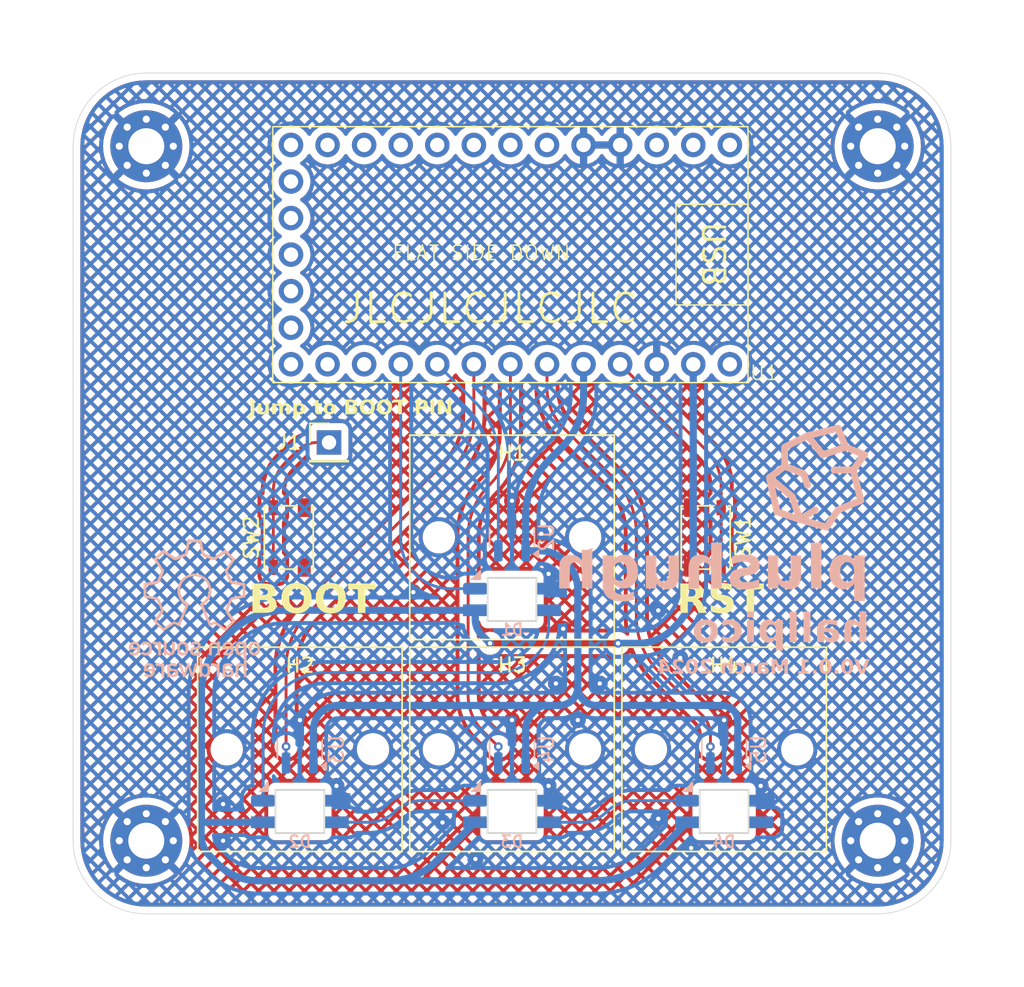
<source format=kicad_pcb>
(kicad_pcb (version 20240108) (generator "pcbnew") (generator_version "8.0")
  (layers (0 "F.Cu" signal) (31 "B.Cu" signal) (34 "B.Paste" user) (35 "F.Paste" user) (36 "B.SilkS" user "B.Silkscreen") (37 "F.SilkS" user "F.Silkscreen") (38 "B.Mask" user) (39 "F.Mask" user) (44 "Edge.Cuts" user))
  (net 0 "")
  (net 1 "+5V")
  (net 2 "Net-(D1-DOUT)")
  (net 3 "GND")
  (net 4 "LED_DIN")
  (net 5 "Net-(D2-DOUT)")
  (net 6 "Net-(D3-DOUT)")
  (net 8 "BOOT")
  (net 9 "RST")
  (net 11 "ADC1")
  (net 17 "ADC3")
  (net 24 "+3V3")
  (net 32 "ADC2")
  (net 34 "ADC0")
  (footprint "Button_Switch_SMD:SW_SPST_PTS810" (layer "F.Cu") (at 40.376 57.67 90)
    (property "Reference" "SW2")
    (property "Value" "SW_SPST")
  )
  (footprint "MountingHole:MountingHole_2.5mm_Pad_Via" (layer "F.Cu") (at 81.28 30.48)
    (property "Reference" "H6" (hide yes))
    (property "Value" "MountingHole_Pad")
  )
  (footprint "Library:SW_HE_MX_PCB" (layer "F.Cu") (at 55.88 57.658)
    (property "Reference" "H1")
    (property "Value" "KeyMount")
  )
  (footprint "MountingHole:MountingHole_2.5mm_Pad_Via" (layer "F.Cu") (at 30.48 78.74)
    (property "Reference" "H7" (hide yes))
    (property "Value" "MountingHole_Pad")
  )
  (footprint "MountingHole:MountingHole_2.5mm_Pad_Via" (layer "F.Cu") (at 30.48 30.48)
    (property "Reference" "H5" (hide yes))
    (property "Value" "MountingHole_Pad")
  )
  (footprint "Button_Switch_SMD:SW_SPST_PTS810" (layer "F.Cu") (at 69.332 57.67 -90)
    (property "Reference" "SW1")
    (property "Value" "SW_SPST")
  )
  (footprint "Library:SW_HE_MX_PCB" (layer "F.Cu") (at 55.88 72.39)
    (property "Reference" "H3")
    (property "Value" "KeyMount")
  )
  (footprint "MountingHole:MountingHole_2.5mm_Pad_Via" (layer "F.Cu") (at 81.28 78.74)
    (property "Reference" "H8" (hide yes))
    (property "Value" "MountingHole_Pad")
  )
  (footprint "Library:RP2040_ProMicro" (layer "F.Cu") (at 72.27 46.902 180)
    (property "Reference" "U1")
    (property "Value" "RP2040 Pro Micro")
  )
  (footprint "Library:SW_HE_MX_PCB" (layer "F.Cu") (at 70.612 72.39)
    (property "Reference" "H4")
    (property "Value" "KeyMount")
  )
  (footprint "Connector_PinHeader_2.54mm:PinHeader_1x01_P2.54mm_Vertical" (layer "F.Cu") (at 43.17 51.066)
    (property "Reference" "J1")
    (property "Value" "BOOT Jump Wire")
  )
  (footprint "Library:SW_HE_MX_PCB" (layer "F.Cu") (at 41.148 72.39)
    (property "Reference" "H2")
    (property "Value" "KeyMount")
  )
  (footprint "Library:SK6812-MINI-E" (layer "B.Cu") (at 41.148 76.708 180)
    (property "Reference" "D2")
    (property "Value" "SK6812MINI-E" (hide yes))
    (fp_line (start 1.7 1.5) (end -1.7 1.5) (stroke (width 0.12)) (layer "Edge.Cuts"))
    (fp_line (start 1.7 -1.5) (end 1.7 1.5) (stroke (width 0.12)) (layer "Edge.Cuts"))
    (fp_line (start -1.7 1.5) (end -1.7 -1.5) (stroke (width 0.12)) (layer "Edge.Cuts"))
    (fp_line (start -1.7 -1.5) (end 1.7 -1.5) (stroke (width 0.12)) (layer "Edge.Cuts"))
  )
  (footprint "Library:SK6812-MINI-E" (layer "B.Cu") (at 70.612 76.708 180)
    (property "Reference" "D4")
    (property "Value" "SK6812MINI-E" (hide yes))
    (fp_line (start 1.7 1.5) (end -1.7 1.5) (stroke (width 0.12)) (layer "Edge.Cuts"))
    (fp_line (start 1.7 -1.5) (end 1.7 1.5) (stroke (width 0.12)) (layer "Edge.Cuts"))
    (fp_line (start -1.7 1.5) (end -1.7 -1.5) (stroke (width 0.12)) (layer "Edge.Cuts"))
    (fp_line (start -1.7 -1.5) (end 1.7 -1.5) (stroke (width 0.12)) (layer "Edge.Cuts"))
  )
  (footprint "Package_TO_SOT_SMD:SOT-23" (layer "B.Cu") (at 55.88 57.658 90)
    (property "Reference" "U2")
    (property "Value" "GH39FKSW")
  )
  (footprint "Package_TO_SOT_SMD:SOT-23" (layer "B.Cu") (at 70.612 72.39 90)
    (property "Reference" "U5")
    (property "Value" "GH39FKSW")
  )
  (footprint "Package_TO_SOT_SMD:SOT-23" (layer "B.Cu") (at 55.88 72.39 90)
    (property "Reference" "U4")
    (property "Value" "GH39FKSW")
  )
  (footprint "Library:SK6812-MINI-E" (layer "B.Cu") (at 55.88 61.976 180)
    (property "Reference" "D1")
    (property "Value" "SK6812MINI-E" (hide yes))
    (fp_line (start 1.7 1.5) (end -1.7 1.5) (stroke (width 0.12)) (layer "Edge.Cuts"))
    (fp_line (start 1.7 -1.5) (end 1.7 1.5) (stroke (width 0.12)) (layer "Edge.Cuts"))
    (fp_line (start -1.7 1.5) (end -1.7 -1.5) (stroke (width 0.12)) (layer "Edge.Cuts"))
    (fp_line (start -1.7 -1.5) (end 1.7 -1.5) (stroke (width 0.12)) (layer "Edge.Cuts"))
  )
  (footprint "Package_TO_SOT_SMD:SOT-23" (layer "B.Cu") (at 41.138 72.402 90)
    (property "Reference" "U3")
    (property "Value" "GH39FKSW")
  )
  (footprint "Library:SK6812-MINI-E" (layer "B.Cu") (at 55.88 76.708 180)
    (property "Reference" "D3")
    (property "Value" "SK6812MINI-E" (hide yes))
    (fp_line (start 1.7 1.5) (end -1.7 1.5) (stroke (width 0.12)) (layer "Edge.Cuts"))
    (fp_line (start 1.7 -1.5) (end 1.7 1.5) (stroke (width 0.12)) (layer "Edge.Cuts"))
    (fp_line (start -1.7 1.5) (end -1.7 -1.5) (stroke (width 0.12)) (layer "Edge.Cuts"))
    (fp_line (start -1.7 -1.5) (end 1.7 -1.5) (stroke (width 0.12)) (layer "Edge.Cuts"))
  )
  (gr_poly (pts (xy 35.147008 64.900315) (xy 35.132987 64.901317) (xy 35.104825 64.905313) (xy 35.076735 64.91195) (xy 35.048995 64.921208) (xy 35.035342 64.926815) (xy 35.02188 64.933069) (xy 35.008645 64.93997) (xy 34.99567 64.947514) (xy 34.98299 64.955699) (xy 34.970639 64.964523) (xy 34.958654 64.973984) (xy 34.947067 64.984078) (xy 34.935914 64.994804) (xy 34.92523 65.006159) (xy 34.915049 65.018141) (xy 34.905405 65.030747) (xy 34.896334 65.043976) (xy 34.88787 65.057824) (xy 34.880047 65.072289) (xy 34.872901 65.08737) (xy 34.866466 65.103062) (xy 34.860776 65.119365) (xy 34.855867 65.136276) (xy 34.851773 65.153792) (xy 34.848528 65.171911) (xy 34.846167 65.190631) (xy 34.844725 65.209949) (xy 34.844237 65.229862) (xy 34.844237 65.86137) (xy 35.035372 65.86137) (xy 35.035372 65.295533) (xy 35.035606 65.283564) (xy 35.036303 65.271917) (xy 35.037452 65.260597) (xy 35.039043 65.249608) (xy 35.041067 65.238952) (xy 35.043514 65.228634) (xy 35.046372 65.218658) (xy 35.049634 65.209027) (xy 35.053288 65.199745) (xy 35.057324 65.190816) (xy 35.061734 65.182243) (xy 35.066506 65.174031) (xy 35.071631 65.166183) (xy 35.077098 65.158702) (xy 35.082899 65.151593) (xy 35.089023 65.14486) (xy 35.095459 65.138505) (xy 35.102199 65.132533) (xy 35.109232 65.126948) (xy 35.116548 65.121753) (xy 35.124137 65.116952) (xy 35.131989 65.112549) (xy 35.140095 65.108547) (xy 35.148444 65.104951) (xy 35.157026 65.101764) (xy 35.165832 65.09899) (xy 35.174852 65.096632) (xy 35.184075 65.094694) (xy 35.193491 65.093181) (xy 35.203091 65.092095) (xy 35.212865 65.091441) (xy 35.222803 65.091222) (xy 35.232908 65.091441) (xy 35.24284 65.092095) (xy 35.252588 65.093181) (xy 35.262142 65.094694) (xy 35.271493 65.096632) (xy 35.280632 65.098989) (xy 35.289548 65.101764) (xy 35.298232 65.104951) (xy 35.306675 65.108547) (xy 35.314866 65.112549) (xy 35.322797 65.116952) (xy 35.330458 65.121753) (xy 35.337838 65.126948) (xy 35.344929 65.132533) (xy 35.35172 65.138505) (xy 35.358203 65.144859) (xy 35.364368 65.151593) (xy 35.370204 65.158702) (xy 35.375703 65.166182) (xy 35.380854 65.17403) (xy 35.385649 65.182243) (xy 35.390077 65.190815) (xy 35.394129 65.199744) (xy 35.397795 65.209026) (xy 35.401066 65.218657) (xy 35.403932 65.228634) (xy 35.406383 65.238952) (xy 35.40841 65.249607) (xy 35.410004 65.260597) (xy 35.411154 65.271917) (xy 35.411851 65.283564) (xy 35.412086 65.295533) (xy 35.412086 65.86137) (xy 35.603221 65.86137) (xy 35.603221 64.911251) (xy 35.412086 64.911251) (xy 35.412086 65.012428) (xy 35.408276 65.012428) (xy 35.396738 64.998818) (xy 35.3846 64.986084) (xy 35.371877 64.974227) (xy 35.358587 64.963247) (xy 35.344746 64.953145) (xy 35.330372 64.943921) (xy 35.31548 64.935574) (xy 35.300088 64.928106) (xy 35.284212 64.921515) (xy 35.267869 64.915803) (xy 35.251076 64.910969) (xy 35.233849 64.907013) (xy 35.216206 64.903937) (xy 35.198163 64.901739) (xy 35.179736 64.90042) (xy 35.160943 64.89998)) (stroke (width -0.000001)) (fill solid) (layer "B.SilkS"))
  (gr_poly (pts (xy 33.377217 57.795915) (xy 33.375203 57.796065) (xy 33.373198 57.796312) (xy 33.371207 57.796652) (xy 33.369231 57.797085) (xy 33.367275 57.797607) (xy 33.36534 57.798215) (xy 33.36343 57.798909) (xy 33.361548 57.799684) (xy 33.359697 57.800538) (xy 33.35788 57.80147) (xy 33.3561 57.802476) (xy 33.354359 57.803554) (xy 33.352662 57.804702) (xy 33.35101 57.805916) (xy 33.349407 57.807196) (xy 33.347856 57.808537) (xy 33.346359 57.809939) (xy 33.344921 57.811397) (xy 33.343543 57.81291) (xy 33.342229 57.814476) (xy 33.340981 57.816091) (xy 33.339803 57.817754) (xy 33.338698 57.819462) (xy 33.337669 57.821212) (xy 33.336718 57.823002) (xy 33.335848 57.824829) (xy 33.335064 57.826691) (xy 33.334367 57.828586) (xy 33.33376 57.830511) (xy 33.333247 57.832464) (xy 33.332831 57.834441) (xy 33.165349 58.734183) (xy 33.164926 58.736177) (xy 33.164412 58.738177) (xy 33.163125 58.742185) (xy 33.161509 58.74618) (xy 33.159587 58.750137) (xy 33.157383 58.754029) (xy 33.154917 58.757829) (xy 33.152214 58.761513) (xy 33.149296 58.765054) (xy 33.146184 58.768425) (xy 33.142903 58.771601) (xy 33.139473 58.774555) (xy 33.135919 58.777262) (xy 33.132261 58.779694) (xy 33.128524 58.781827) (xy 33.126632 58.782773) (xy 33.124729 58.783634) (xy 33.122817 58.784407) (xy 33.120899 58.785089) (xy 32.517861 59.031945) (xy 32.514115 59.033595) (xy 32.510142 59.034972) (xy 32.505977 59.036081) (xy 32.501655 59.036922) (xy 32.497211 59.037499) (xy 32.492681 59.037814) (xy 32.488098 59.037869) (xy 32.483499 59.037667) (xy 32.478917 59.03721) (xy 32.474389 59.036501) (xy 32.469948 59.035541) (xy 32.46563 59.034334) (xy 32.46147 59.032882) (xy 32.457503 59.031186) (xy 32.453764 59.029251) (xy 32.450287 59.027077) (xy 31.698606 58.511245) (xy 31.696913 58.510142) (xy 31.695169 58.509125) (xy 31.69338 58.508194) (xy 31.691547 58.507347) (xy 31.689677 58.506586) (xy 31.687771 58.505908) (xy 31.685835 58.505315) (xy 31.683871 58.504806) (xy 31.681884 58.50438) (xy 31.679877 58.504037) (xy 31.675821 58.503599) (xy 31.671733 58.503489) (xy 31.667643 58.503705) (xy 31.663582 58.504243) (xy 31.659581 58.5051) (xy 31.65567 58.506274) (xy 31.653759 58.506979) (xy 31.651881 58.507763) (xy 31.650041 58.508624) (xy 31.648243 58.509563) (xy 31.64649 58.510578) (xy 31.644787 58.511671) (xy 31.643137 58.51284) (xy 31.641544 58.514085) (xy 31.640012 58.515405) (xy 31.638545 58.516802) (xy 31.005503 59.149844) (xy 31.004107 59.151311) (xy 31.002787 59.152844) (xy 31.001543 59.154437) (xy 31.000376 59.156088) (xy 30.999286 59.157792) (xy 30.998273 59.159546) (xy 30.996479 59.163188) (xy 30.994997 59.166981) (xy 30.993829 59.170896) (xy 30.992978 59.174902) (xy 30.992446 59.178968) (xy 30.992235 59.183062) (xy 30.992347 59.187156) (xy 30.992785 59.191216) (xy 30.993552 59.195214) (xy 30.994649 59.199118) (xy 30.995322 59.201024) (xy 30.996079 59.202896) (xy 30.99692 59.204729) (xy 30.997844 59.20652) (xy 30.998853 59.208264) (xy 30.999947 59.209957) (xy 31.506783 59.948674) (xy 31.508963 59.952165) (xy 31.510898 59.955911) (xy 31.512585 59.959876) (xy 31.514023 59.964027) (xy 31.515209 59.968329) (xy 31.516141 59.972749) (xy 31.516817 59.977253) (xy 31.517234 59.981806) (xy 31.517391 59.986375) (xy 31.517286 59.990925) (xy 31.516916 59.995422) (xy 31.516279 59.999833) (xy 31.515372 60.004124) (xy 31.514195 60.008259) (xy 31.512743 60.012206) (xy 31.511017 60.015931) (xy 31.244369 60.638019) (xy 31.242846 60.641839) (xy 31.240974 60.645624) (xy 31.238778 60.649351) (xy 31.236287 60.652999) (xy 31.233525 60.656543) (xy 31.230519 60.659963) (xy 31.227297 60.663235) (xy 31.223883 60.666336) (xy 31.220305 60.669245) (xy 31.21659 60.671938) (xy 31.212763 60.674393) (xy 31.208851 60.676588) (xy 31.20488 60.678499) (xy 31.200877 60.680105) (xy 31.196869 60.681383) (xy 31.192881 60.68231) (xy 30.322984 60.844076) (xy 30.321011 60.844502) (xy 30.319063 60.845024) (xy 30.317143 60.845638) (xy 30.315252 60.846342) (xy 30.313393 60.847133) (xy 30.311569 60.848008) (xy 30.309783 60.848964) (xy 30.308036 60.849997) (xy 30.304672 60.852287) (xy 30.301496 60.854854) (xy 30.29853 60.857675) (xy 30.295792 60.860725) (xy 30.293302 60.863982) (xy 30.291082 60.867422) (xy 30.28915 60.871022) (xy 30.288298 60.872874) (xy 30.287526 60.874757) (xy 30.286836 60.876669) (xy 30.28623 60.878605) (xy 30.285712 60.880564) (xy 30.285283 60.882542) (xy 30.284947 60.884537) (xy 30.284704 60.886545) (xy 30.284559 60.888564) (xy 30.284514 60.89059) (xy 30.28462 61.785887) (xy 30.28467 61.787909) (xy 30.28482 61.789924) (xy 30.285067 61.79193) (xy 30.285409 61.793924) (xy 30.285843 61.795901) (xy 30.286366 61.797861) (xy 30.286976 61.799798) (xy 30.287671 61.801711) (xy 30.288447 61.803597) (xy 30.289303 61.805452) (xy 30.290237 61.807272) (xy 30.291244 61.809057) (xy 30.292324 61.810801) (xy 30.293473 61.812503) (xy 30.294689 61.814158) (xy 30.29597 61.815765) (xy 30.297313 61.81732) (xy 30.298715 61.81882) (xy 30.300174 61.820262) (xy 30.301688 61.821642) (xy 30.303254 61.822959) (xy 30.304869 61.824209) (xy 30.306532 61.825388) (xy 30.308238 61.826495) (xy 30.309987 61.827525) (xy 30.311776 61.828476) (xy 30.313601 61.829344) (xy 30.315461 61.830128) (xy 30.317353 61.830823) (xy 30.319274 61.831426) (xy 30.321222 61.831936) (xy 30.323195 61.832348) (xy 31.171714 61.990251) (xy 31.173712 61.99066) (xy 31.175714 61.991162) (xy 31.177717 61.991754) (xy 31.179718 61.992433) (xy 31.1837 61.994038) (xy 31.187637 61.995956) (xy 31.191502 61.998163) (xy 31.19527 62.000636) (xy 31.198915 62.003351) (xy 31.202413 62.006285) (xy 31.205738 62.009415) (xy 31.208865 62.012718) (xy 31.211768 62.016171) (xy 31.214421 62.019749) (xy 31.216801 62.023431) (xy 31.21888 62.027192) (xy 31.220635 62.031009) (xy 31.221382 62.032932) (xy 31.222039 62.03486) (xy 31.486939 62.696583) (xy 31.488578 62.700346) (xy 31.489944 62.704333) (xy 31.49104 62.708507) (xy 31.49187 62.712834) (xy 31.492434 62.71728) (xy 31.492737 62.72181) (xy 31.492781 62.72639) (xy 31.492568 62.730985) (xy 31.492102 62.735561) (xy 31.491385 62.740083) (xy 31.49042 62.744517) (xy 31.489209 62.748829) (xy 31.487755 62.752983) (xy 31.486062 62.756945) (xy 31.484131 62.760682) (xy 31.481965 62.764157) (xy 30.999948 63.46652) (xy 30.998845 63.468214) (xy 30.997828 63.469958) (xy 30.996896 63.471749) (xy 30.99605 63.473583) (xy 30.995288 63.475456) (xy 30.994611 63.477365) (xy 30.994018 63.479304) (xy 30.993509 63.481272) (xy 30.993083 63.483263) (xy 30.99274 63.485273) (xy 30.992302 63.489338) (xy 30.992192 63.493436) (xy 30.992407 63.497536) (xy 30.992945 63.501607) (xy 30.993802 63.505617) (xy 30.994977 63.509537) (xy 30.995682 63.511453) (xy 30.996465 63.513334) (xy 30.997326 63.515178) (xy 30.998265 63.516979) (xy 30.99928 63.518734) (xy 31.000373 63.52044) (xy 31.001542 63.522092) (xy 31.002787 63.523686) (xy 31.004107 63.525219) (xy 31.005504 63.526687) (xy 31.638652 64.159728) (xy 31.64011 64.161115) (xy 31.641634 64.162427) (xy 31.64322 64.163663) (xy 31.644864 64.164825) (xy 31.646562 64.16591) (xy 31.64831 64.166919) (xy 31.651943 64.168708) (xy 31.65573 64.170188) (xy 31.659641 64.171356) (xy 31.663645 64.17221) (xy 31.66771 64.172746) (xy 31.671805 64.172963) (xy 31.6759 64.172856) (xy 31.679962 64.172425) (xy 31.683962 64.171665) (xy 31.687868 64.170573) (xy 31.689776 64.169903) (xy 31.691649 64.169148) (xy 31.693483 64.168309) (xy 31.695274 64.167386) (xy 31.697018 64.166378) (xy 31.698712 64.165285) (xy 32.388693 63.691734) (xy 32.392161 63.689575) (xy 32.395876 63.687681) (xy 32.399803 63.686055) (xy 32.403909 63.684696) (xy 32.408161 63.683604) (xy 32.412524 63.682782) (xy 32.416964 63.682228) (xy 32.421448 63.681944) (xy 32.425942 63.681931) (xy 32.430412 63.682188) (xy 32.434824 63.682717) (xy 32.439145 63.683519) (xy 32.443341 63.684593) (xy 32.447378 63.68594) (xy 32.451221 63.687562) (xy 32.454838 63.689459) (xy 32.759109 63.851912) (xy 32.760929 63.852778) (xy 32.762763 63.853538) (xy 32.764609 63.854195) (xy 32.766465 63.85475) (xy 32.768326 63.855204) (xy 32.770189 63.855558) (xy 32.772051 63.855813) (xy 32.77391 63.855971) (xy 32.775762 63.856032) (xy 32.777603 63.855998) (xy 32.779431 63.855869) (xy 32.781243 63.855648) (xy 32.783034 63.855335) (xy 32.784803 63.854932) (xy 32.786546 63.854439) (xy 32.78826 63.853857) (xy 32.789941 63.853189) (xy 32.791586 63.852434) (xy 32.793193 63.851595) (xy 32.794758 63.850672) (xy 32.796278 63.849667) (xy 32.79775 63.84858) (xy 32.79917 63.847414) (xy 32.800535 63.846168) (xy 32.801843 63.844844) (xy 32.80309 63.843444) (xy 32.804273 63.841968) (xy 32.805389 63.840418) (xy 32.806434 63.838795) (xy 32.807406 63.8371) (xy 32.8083 63.835334) (xy 32.809115 63.833498) (xy 33.436443 62.317541) (xy 33.437168 62.315655) (xy 33.437797 62.313741) (xy 33.438332 62.311801) (xy 33.438772 62.30984) (xy 33.439121 62.307862) (xy 33.439378 62.305869) (xy 33.439545 62.303865) (xy 33.439623 62.301854) (xy 33.439613 62.29984) (xy 33.439517 62.297827) (xy 33.439336 62.295817) (xy 33.439071 62.293814) (xy 33.438724 62.291822) (xy 33.438295 62.289845) (xy 33.437785 62.287887) (xy 33.437197 62.28595) (xy 33.436531 62.284038) (xy 33.435788 62.282156) (xy 33.434969 62.280306) (xy 33.434077 62.278492) (xy 33.433112 62.276718) (xy 33.432075 62.274988) (xy 33.430967 62.273305) (xy 33.42979 62.271672) (xy 33.428545 62.270094) (xy 33.427233 62.268573) (xy 33.425856 62.267114) (xy 33.424414 62.26572) (xy 33.422909 62.264395) (xy 33.421342 62.263142) (xy 33.419715 62.261965) (xy 33.418028 62.260867) (xy 33.341881 62.214248) (xy 33.3364 62.210757) (xy 33.330548 62.206773) (xy 33.324436 62.202383) (xy 33.318174 62.197672) (xy 33.311872 62.192728) (xy 33.305641 62.187637) (xy 33.299591 62.182487) (xy 33.293832 62.177365) (xy 33.243424 62.142862) (xy 33.195317 62.105399) (xy 33.149641 62.065109) (xy 33.106529 62.02212) (xy 33.06611 61.976565) (xy 33.028518 61.928573) (xy 32.993883 61.878274) (xy 32.962336 61.8258) (xy 32.934008 61.77128) (xy 32.909032 61.714846) (xy 32.887538 61.656628) (xy 32.869657 61.596757) (xy 32.855521 61.535362) (xy 32.845262 61.472575) (xy 32.83901 61.408526) (xy 32.836897 61.343345) (xy 32.838185 61.292393) (xy 32.842008 61.242109) (xy 32.848305 61.192557) (xy 32.857012 61.143798) (xy 32.868067 61.095894) (xy 32.881409 61.048909) (xy 32.896975 61.002903) (xy 32.914703 60.95794) (xy 32.934531 60.914081) (xy 32.956395 60.871389) (xy 32.980236 60.829926) (xy 33.005989 60.789753) (xy 33.033593 60.750934) (xy 33.062985 60.71353) (xy 33.094104 60.677604) (xy 33.126887 60.643218) (xy 33.161271 60.610434) (xy 33.197196 60.579314) (xy 33.234598 60.549921) (xy 33.273415 60.522316) (xy 33.313586 60.496563) (xy 33.355047 60.472722) (xy 33.397737 60.450857) (xy 33.441593 60.431029) (xy 33.486553 60.413301) (xy 33.532556 60.397735) (xy 33.579538 60.384393) (xy 33.627437 60.373337) (xy 33.676192 60.36463) (xy 33.725741 60.358333) (xy 33.77602 60.35451) (xy 33.826967 60.353222) (xy 33.877915 60.35451) (xy 33.928195 60.358333) (xy 33.977744 60.36463) (xy 34.0265 60.373337) (xy 34.074401 60.384393) (xy 34.121384 60.397735) (xy 34.167388 60.413301) (xy 34.21235 60.431029) (xy 34.256209 60.450857) (xy 34.2989 60.472722) (xy 34.340364 60.496563) (xy 34.380536 60.522316) (xy 34.419356 60.549921) (xy 34.45676 60.579314) (xy 34.492687 60.610434) (xy 34.527075 60.643218) (xy 34.55986 60.677604) (xy 34.590981 60.71353) (xy 34.620376 60.750934) (xy 34.647982 60.789753) (xy 34.673738 60.829926) (xy 34.69758 60.871389) (xy 34.719447 60.914081) (xy 34.739276 60.95794) (xy 34.757006 61.002903) (xy 34.772573 61.048909) (xy 34.785917 61.095894) (xy 34.796974 61.143798) (xy 34.805682 61.192557) (xy 34.811979 61.242109) (xy 34.815803 61.292393) (xy 34.817091 61.343345) (xy 34.81656 61.376069) (xy 34.814977 61.408526) (xy 34.81236 61.4407) (xy 34.808724 61.472575) (xy 34.804086 61.504134) (xy 34.798462 61.535362) (xy 34.791869 61.566242) (xy 34.784323 61.596757) (xy 34.775841 61.626891) (xy 34.766439 61.656628) (xy 34.756134 61.685952) (xy 34.744942 61.714846) (xy 34.732879 61.743295) (xy 34.719962 61.77128) (xy 34.691632 61.8258) (xy 34.660083 61.878274) (xy 34.625446 61.928573) (xy 34.587854 61.976565) (xy 34.547437 62.022121) (xy 34.504327 62.065109) (xy 34.458656 62.105399) (xy 34.410555 62.142862) (xy 34.360156 62.177365) (xy 34.354364 62.182487) (xy 34.348293 62.187637) (xy 34.342049 62.192728) (xy 34.335741 62.197671) (xy 34.329474 62.202382) (xy 34.323358 62.206773) (xy 34.317497 62.210757) (xy 34.312001 62.214248) (xy 34.235854 62.260867) (xy 34.234157 62.261965) (xy 34.232521 62.263142) (xy 34.230947 62.264395) (xy 34.229435 62.26572) (xy 34.227987 62.267114) (xy 34.226604 62.268573) (xy 34.22404 62.271672) (xy 34.22175 62.274988) (xy 34.219744 62.278492) (xy 34.218033 62.282156) (xy 34.216625 62.28595) (xy 34.215531 62.289845) (xy 34.214759 62.293814) (xy 34.21432 62.297827) (xy 34.214222 62.301854) (xy 34.214475 62.305869) (xy 34.214737 62.307862) (xy 34.21509 62.30984) (xy 34.215535 62.311801) (xy 34.216074 62.313741) (xy 34.216709 62.315655) (xy 34.217439 62.317541) (xy 34.844819 63.833445) (xy 34.845634 63.835281) (xy 34.846529 63.837048) (xy 34.847501 63.838744) (xy 34.848547 63.840368) (xy 34.849664 63.841919) (xy 34.850848 63.843396) (xy 34.852097 63.844798) (xy 34.853406 63.846123) (xy 34.854773 63.84737) (xy 34.856195 63.848539) (xy 34.857668 63.849627) (xy 34.85919 63.850634) (xy 34.860756 63.851558) (xy 34.862365 63.852399) (xy 34.864012 63.853155) (xy 34.865694 63.853825) (xy 34.867409 63.854407) (xy 34.869153 63.854901) (xy 34.870922 63.855305) (xy 34.872715 63.855619) (xy 34.874527 63.85584) (xy 34.876354 63.855969) (xy 34.878196 63.856002) (xy 34.880046 63.85594) (xy 34.881904 63.855782) (xy 34.883765 63.855525) (xy 34.885626 63.855169) (xy 34.887485 63.854713) (xy 34.889337 63.854155) (xy 34.89118 63.853495) (xy 34.89301 63.85273) (xy 34.894825 63.85186) (xy 35.199096 63.689406) (xy 35.202704 63.68751) (xy 35.206541 63.68589) (xy 35.210574 63.684545) (xy 35.214767 63.683473) (xy 35.219086 63.682675) (xy 35.223499 63.68215) (xy 35.22797 63.681895) (xy 35.232466 63.681912) (xy 35.236953 63.682198) (xy 35.241397 63.682753) (xy 35.245763 63.683575) (xy 35.250017 63.684666) (xy 35.254127 63.686022) (xy 35.258056 63.687644) (xy 35.261773 63.689531) (xy 35.265242 63.691681) (xy 35.955169 64.165233) (xy 35.956867 64.166326) (xy 35.958616 64.167334) (xy 35.96041 64.168257) (xy 35.962247 64.169096) (xy 35.964123 64.16985) (xy 35.966033 64.170521) (xy 35.967974 64.171108) (xy 35.969942 64.171612) (xy 35.971933 64.172033) (xy 35.973944 64.172372) (xy 35.978008 64.172804) (xy 35.982103 64.17291) (xy 35.986198 64.172694) (xy 35.990263 64.172157) (xy 35.994267 64.171303) (xy 35.998179 64.170135) (xy 36.000091 64.169434) (xy 36.001968 64.168655) (xy 36.003807 64.1678) (xy 36.005604 64.166867) (xy 36.007355 64.165858) (xy 36.009055 64.164772) (xy 36.010702 64.163611) (xy 36.012292 64.162374) (xy 36.01382 64.161063) (xy 36.015283 64.159676) (xy 36.648431 63.526634) (xy 36.649822 63.525166) (xy 36.651138 63.523633) (xy 36.652379 63.522039) (xy 36.653544 63.520387) (xy 36.654633 63.518682) (xy 36.655645 63.516926) (xy 36.65744 63.513282) (xy 36.658924 63.509484) (xy 36.660095 63.505565) (xy 36.66095 63.501554) (xy 36.661488 63.497484) (xy 36.661704 63.493384) (xy 36.661595 63.489286) (xy 36.661161 63.485221) (xy 36.660396 63.481219) (xy 36.659299 63.477312) (xy 36.658625 63.475404) (xy 36.657867 63.473531) (xy 36.657025 63.471697) (xy 36.656097 63.469906) (xy 36.655085 63.468161) (xy 36.653987 63.466468) (xy 36.172022 62.764105) (xy 36.169838 62.760629) (xy 36.167893 62.756893) (xy 36.166187 62.75293) (xy 36.164725 62.748776) (xy 36.163508 62.744465) (xy 36.162539 62.740031) (xy 36.161819 62.735509) (xy 36.161352 62.730933) (xy 36.16114 62.726337) (xy 36.161186 62.721757) (xy 36.161491 62.717227) (xy 36.162058 62.712781) (xy 36.162889 62.708454) (xy 36.163988 62.70428) (xy 36.165355 62.700294) (xy 36.166995 62.69653) (xy 36.431896 62.034807) (xy 36.432548 62.032879) (xy 36.433292 62.030957) (xy 36.435043 62.027139) (xy 36.437123 62.023378) (xy 36.439506 62.019696) (xy 36.442166 62.016118) (xy 36.445077 62.012665) (xy 36.448213 62.009363) (xy 36.451547 62.006232) (xy 36.455055 62.003298) (xy 36.45871 62.000583) (xy 36.462486 61.998111) (xy 36.466357 61.995904) (xy 36.470297 61.993986) (xy 36.47428 61.99238) (xy 36.478281 61.99111) (xy 36.480279 61.990608) (xy 36.482272 61.990199) (xy 37.330791 61.832295) (xy 37.332769 61.831883) (xy 37.334721 61.831374) (xy 37.336646 61.83077) (xy 37.338541 61.830075) (xy 37.340403 61.829292) (xy 37.342231 61.828423) (xy 37.34402 61.827472) (xy 37.34577 61.826442) (xy 37.347478 61.825336) (xy 37.349141 61.824156) (xy 37.352322 61.82159) (xy 37.355293 61.818767) (xy 37.358036 61.815712) (xy 37.360531 61.81245) (xy 37.362756 61.809004) (xy 37.364694 61.805399) (xy 37.366324 61.801659) (xy 37.367017 61.799746) (xy 37.367625 61.797808) (xy 37.368147 61.795849) (xy 37.36858 61.793871) (xy 37.368921 61.791877) (xy 37.369167 61.789872) (xy 37.369317 61.787856) (xy 37.369367 61.785834) (xy 37.369412 61.030819) (xy 37.178867 61.030819) (xy 37.178814 61.687991) (xy 36.447982 61.823987) (xy 36.437728 61.826198) (xy 36.427926 61.828678) (xy 36.418553 61.831414) (xy 36.409586 61.834394) (xy 36.401001 61.837605) (xy 36.392776 61.841036) (xy 36.384887 61.844674) (xy 36.377312 61.848507) (xy 36.370027 61.852523) (xy 36.363008 61.85671) (xy 36.356234 61.861055) (xy 36.349681 61.865547) (xy 36.343326 61.870173) (xy 36.337145 61.874921) (xy 36.331116 61.879779) (xy 36.325215 61.884735) (xy 36.314933 61.894511) (xy 36.309904 61.899586) (xy 36.304958 61.90481) (xy 36.300103 61.910204) (xy 36.295346 61.915784) (xy 36.290692 61.921572) (xy 36.28615 61.927584) (xy 36.281725 61.933841) (xy 36.277425 61.940362) (xy 36.273257 61.947164) (xy 36.269226 61.954268) (xy 36.265341 61.961691) (xy 36.261608 61.969453) (xy 36.258034 61.977574) (xy 36.254625 61.98607) (xy 35.991152 62.64446) (xy 35.988258 62.651515) (xy 35.985639 62.658455) (xy 35.983281 62.665286) (xy 35.981173 62.67201) (xy 35.979301 62.678633) (xy 35.977652 62.685159) (xy 35.976214 62.691593) (xy 35.974973 62.697938) (xy 35.973917 62.7042) (xy 35.973034 62.710383) (xy 35.972309 62.71649) (xy 35.97173 62.722527) (xy 35.97096 62.734408) (xy 35.970621 62.74606) (xy 35.9714 62.763816) (xy 35.972106 62.772656) (xy 35.973062 62.781492) (xy 35.9743 62.79034) (xy 35.975847 62.799215) (xy 35.977736 62.808135) (xy 35.979994 62.817113) (xy 35.982652 62.826168) (xy 35.98574 62.835314) (xy 35.989287 62.844568) (xy 35.993325 62.853945) (xy 35.997881 62.863462) (xy 36.002987 62.873134) (xy 36.008671 62.882978) (xy 36.014965 62.893009) (xy 36.429567 63.497317) (xy 35.964747 63.961979) (xy 35.373297 63.556002) (xy 35.363651 63.549854) (xy 35.354133 63.544288) (xy 35.344736 63.539279) (xy 35.335451 63.534799) (xy 35.326272 63.530821) (xy 35.31719 63.527319) (xy 35.308198 63.524265) (xy 35.299287 63.521633) (xy 35.29045 63.519395) (xy 35.281679 63.517524) (xy 35.272966 63.515994) (xy 35.264303 63.514777) (xy 35.255683 63.513846) (xy 35.247097 63.513176) (xy 35.238539 63.512737) (xy 35.229999 63.512505) (xy 35.21602 63.512932) (xy 35.208931 63.513389) (xy 35.201771 63.514031) (xy 35.194537 63.514876) (xy 35.187227 63.515941) (xy 35.179838 63.517244) (xy 35.172366 63.518802) (xy 35.16481 63.520633) (xy 35.157166 63.522754) (xy 35.149431 63.525184) (xy 35.141603 63.527938) (xy 35.133678 63.531036) (xy 35.125654 63.534494) (xy 35.117527 63.53833) (xy 35.109296 63.542561) (xy 34.955679 63.624635) (xy 34.440112 62.378554) (xy 34.444763 62.375155) (xy 34.449319 62.37174) (xy 34.453794 62.368304) (xy 34.458203 62.364842) (xy 34.46256 62.361347) (xy 34.466879 62.357815) (xy 34.475461 62.350614) (xy 34.534176 62.309404) (xy 34.590208 62.264754) (xy 34.643402 62.216818) (xy 34.693608 62.165749) (xy 34.740673 62.111702) (xy 34.784445 62.054829) (xy 34.824771 61.995284) (xy 34.861501 61.93322) (xy 34.894481 61.868792) (xy 34.923561 61.802151) (xy 34.948586 61.733452) (xy 34.969406 61.662849) (xy 34.985869 61.590495) (xy 34.997822 61.516542) (xy 35.005113 61.441146) (xy 35.007591 61.364459) (xy 35.006036 61.303695) (xy 35.00146 61.24373) (xy 34.993937 61.184638) (xy 34.983542 61.126494) (xy 34.970347 61.069371) (xy 34.954429 61.013343) (xy 34.935859 60.958484) (xy 34.914714 60.904869) (xy 34.891066 60.852572) (xy 34.864989 60.801666) (xy 34.836559 60.752226) (xy 34.805849 60.704326) (xy 34.772932 60.65804) (xy 34.737884 60.613442) (xy 34.700778 60.570606) (xy 34.661688 60.529606) (xy 34.620688 60.490516) (xy 34.577853 60.453411) (xy 34.533256 60.418364) (xy 34.486972 60.38545) (xy 34.439075 60.354742) (xy 34.389639 60.326315) (xy 34.338737 60.300243) (xy 34.286444 60.2766) (xy 34.232834 60.255459) (xy 34.177982 60.236896) (xy 34.12196 60.220984) (xy 34.064844 60.207797) (xy 34.006708 60.197409) (xy 33.947624 60.189894) (xy 33.887668 60.185328) (xy 33.826914 60.183782) (xy 33.766155 60.185328) (xy 33.706196 60.189894) (xy 33.647109 60.197409) (xy 33.588969 60.207797) (xy 33.531851 60.220984) (xy 33.475828 60.236896) (xy 33.420974 60.255459) (xy 33.367364 60.2766) (xy 33.315071 60.300243) (xy 33.26417 60.326315) (xy 33.214734 60.354742) (xy 33.166838 60.38545) (xy 33.120556 60.418364) (xy 33.075962 60.453411) (xy 33.03313 60.490516) (xy 32.992134 60.529606) (xy 32.953048 60.570606) (xy 32.915946 60.613442) (xy 32.880903 60.65804) (xy 32.847992 60.704326) (xy 32.817287 60.752226) (xy 32.788863 60.801666) (xy 32.762793 60.852572) (xy 32.739152 60.904869) (xy 32.718014 60.958484) (xy 32.699452 61.013343) (xy 32.683541 61.069371) (xy 32.670356 61.126494) (xy 32.659969 61.184638) (xy 32.652455 61.24373) (xy 32.647889 61.303695) (xy 32.646344 61.364459) (xy 32.646962 61.402954) (xy 32.648803 61.441146) (xy 32.651849 61.479016) (xy 32.65608 61.516545) (xy 32.661477 61.553712) (xy 32.668021 61.5905) (xy 32.675693 61.626888) (xy 32.684474 61.662857) (xy 32.694345 61.69839) (xy 32.705287 61.733465) (xy 32.730308 61.802168) (xy 32.759383 61.868813) (xy 32.792361 61.933247) (xy 32.829088 61.995315) (xy 32.869413 62.054865) (xy 32.913182 62.111743) (xy 32.960245 62.165794) (xy 33.010447 62.216866) (xy 33.063636 62.264804) (xy 33.119661 62.309456) (xy 33.178368 62.350667) (xy 33.187016 62.357905) (xy 33.191357 62.361451) (xy 33.195724 62.364954) (xy 33.200132 62.368417) (xy 33.204591 62.371845) (xy 33.209115 62.37524) (xy 33.213716 62.378607) (xy 32.698096 63.624635) (xy 32.544479 63.542562) (xy 32.544426 63.542562) (xy 32.536313 63.538383) (xy 32.528303 63.534588) (xy 32.520391 63.531159) (xy 32.51257 63.52808) (xy 32.504836 63.525335) (xy 32.497184 63.522908) (xy 32.489608 63.520782) (xy 32.482103 63.518941) (xy 32.474664 63.517369) (xy 32.467286 63.516048) (xy 32.459962 63.514964) (xy 32.452688 63.514098) (xy 32.445459 63.513436) (xy 32.43827 63.512961) (xy 32.423988 63.512505) (xy 32.415537 63.512728) (xy 32.407048 63.513156) (xy 32.398515 63.513817) (xy 32.389932 63.514737) (xy 32.381292 63.515943) (xy 32.372591 63.517462) (xy 32.363821 63.519321) (xy 32.354978 63.521547) (xy 32.346054 63.524167) (xy 32.337044 63.527207) (xy 32.327943 63.530696) (xy 32.318744 63.534658) (xy 32.30944 63.539122) (xy 32.300027 63.544114) (xy 32.290499 63.549661) (xy 32.280848 63.555791) (xy 31.689028 63.961979) (xy 31.224314 63.497318) (xy 31.638864 62.893221) (xy 31.645211 62.883169) (xy 31.650938 62.873301) (xy 31.656075 62.863602) (xy 31.660655 62.854058) (xy 31.664706 62.844652) (xy 31.668262 62.835371) (xy 31.671352 62.826199) (xy 31.674007 62.817121) (xy 31.676258 62.808122) (xy 31.678137 62.799186) (xy 31.679674 62.790298) (xy 31.6809 62.781444) (xy 31.681846 62.772609) (xy 31.682543 62.763776) (xy 31.683022 62.754932) (xy 31.683313 62.74606) (xy 31.683024 62.734653) (xy 31.682314 62.722949) (xy 31.681067 62.710907) (xy 31.680206 62.704747) (xy 31.679166 62.698488) (xy 31.677934 62.692125) (xy 31.676494 62.685653) (xy 31.674832 62.679066) (xy 31.672933 62.672361) (xy 31.670782 62.665531) (xy 31.668366 62.658573) (xy 31.665669 62.65148) (xy 31.662676 62.644249) (xy 31.399627 61.987288) (xy 31.396237 61.978739) (xy 31.39268 61.970563) (xy 31.388962 61.96274) (xy 31.38509 61.955254) (xy 31.381069 61.948085) (xy 31.376906 61.941215) (xy 31.372608 61.934626) (xy 31.368181 61.928299) (xy 31.363631 61.922217) (xy 31.358965 61.916361) (xy 31.354188 61.910713) (xy 31.349308 61.905254) (xy 31.34433 61.899966) (xy 31.339262 61.894832) (xy 31.334109 61.889831) (xy 31.328877 61.884947) (xy 31.316987 61.875092) (xy 31.310815 61.870322) (xy 31.304462 61.865675) (xy 31.297908 61.861162) (xy 31.291131 61.856797) (xy 31.284111 61.852592) (xy 31.276827 61.84856) (xy 31.269256 61.844714) (xy 31.261379 61.841065) (xy 31.253173 61.837627) (xy 31.244618 61.834413) (xy 31.235692 61.831434) (xy 31.226375 61.828704) (xy 31.216645 61.826235) (xy 31.206481 61.82404) (xy 30.475066 61.687939) (xy 30.475066 61.03082) (xy 31.227964 60.890802) (xy 31.237993 60.888601) (xy 31.247575 60.886154) (xy 31.256734 60.883469) (xy 31.265495 60.88056) (xy 31.273881 60.877435) (xy 31.281916 60.874108) (xy 31.289623 60.870587) (xy 31.297028 60.866884) (xy 31.304152 60.86301) (xy 31.311021 60.858976) (xy 31.317657 60.854792) (xy 31.324086 60.85047) (xy 31.330329 60.84602) (xy 31.336412 60.841453) (xy 31.342359 60.83678) (xy 31.348192 60.832012) (xy 31.358421 60.822625) (xy 31.363431 60.817754) (xy 31.368364 60.812738) (xy 31.373215 60.807559) (xy 31.377977 60.802197) (xy 31.382647 60.796634) (xy 31.387217 60.790849) (xy 31.391684 60.784825) (xy 31.39604 60.778542) (xy 31.400282 60.77198) (xy 31.404403 60.765121) (xy 31.408399 60.757945) (xy 31.412263 60.750434) (xy 31.415991 60.742568) (xy 31.419576 60.734328) (xy 31.419629 60.734328) (xy 31.686223 60.112239) (xy 31.689212 60.105267) (xy 31.691935 60.098375) (xy 31.694402 60.091561) (xy 31.696625 60.084819) (xy 31.698614 60.078145) (xy 31.700379 60.071535) (xy 31.701932 60.064984) (xy 31.703282 60.058489) (xy 31.704441 60.052045) (xy 31.705418 60.045647) (xy 31.706226 60.039291) (xy 31.706873 60.032973) (xy 31.707371 60.026689) (xy 31.707731 60.020434) (xy 31.708078 60.007993) (xy 31.707327 59.990504) (xy 31.706641 59.981739) (xy 31.705706 59.972949) (xy 31.704493 59.964125) (xy 31.702969 59.955256) (xy 31.701105 59.946334) (xy 31.69887 59.93735) (xy 31.696233 59.928293) (xy 31.693164 59.919156) (xy 31.689631 59.909927) (xy 31.685605 59.900599) (xy 31.681054 59.891162) (xy 31.675947 59.881606) (xy 31.670255 59.871923) (xy 31.663945 59.862102) (xy 31.224473 59.221652) (xy 31.689134 58.756885) (xy 32.34276 59.205512) (xy 32.352874 59.211845) (xy 32.362789 59.217551) (xy 32.372519 59.222661) (xy 32.382082 59.227208) (xy 32.391493 59.231224) (xy 32.400768 59.234742) (xy 32.409923 59.237793) (xy 32.418973 59.240411) (xy 32.427936 59.242626) (xy 32.436827 59.244472) (xy 32.445661 59.245981) (xy 32.454456 59.247184) (xy 32.463226 59.248115) (xy 32.471988 59.248805) (xy 32.489551 59.249592) (xy 32.501308 59.249252) (xy 32.5132 59.248485) (xy 32.525283 59.247187) (xy 32.531413 59.246308) (xy 32.537613 59.245259) (xy 32.543888 59.244027) (xy 32.550245 59.242599) (xy 32.556692 59.240963) (xy 32.563236 59.239107) (xy 32.569883 59.237017) (xy 32.576641 59.23468) (xy 32.583516 59.232085) (xy 32.590516 59.229219) (xy 33.191438 58.983209) (xy 33.200035 58.979685) (xy 33.20824 58.976002) (xy 33.216071 58.972167) (xy 33.223549 58.968187) (xy 33.230694 58.964067) (xy 33.237525 58.959814) (xy 33.244063 58.955435) (xy 33.250327 58.950937) (xy 33.256338 58.946324) (xy 33.262115 58.941605) (xy 33.267678 58.936785) (xy 33.273048 58.931871) (xy 33.278243 58.926869) (xy 33.283284 58.921786) (xy 33.288192 58.916628) (xy 33.292985 58.911401) (xy 33.302575 58.899592) (xy 33.307211 58.893485) (xy 33.311726 58.887213) (xy 33.316111 58.880749) (xy 33.320355 58.874071) (xy 33.324448 58.867153) (xy 33.328379 58.859973) (xy 33.332139 58.852505) (xy 33.335716 58.844727) (xy 33.339101 58.836613) (xy 33.342284 58.828139) (xy 33.345253 58.819282) (xy 33.348 58.810018) (xy 33.350512 58.800321) (xy 33.352781 58.790169) (xy 33.498407 58.007532) (xy 34.155526 58.007532) (xy 34.301259 58.79091) (xy 34.303481 58.800887) (xy 34.305953 58.810432) (xy 34.308664 58.819568) (xy 34.311603 58.828317) (xy 34.314761 58.836703) (xy 34.318126 58.844747) (xy 34.321687 58.852472) (xy 34.325435 58.8599) (xy 34.329358 58.867055) (xy 34.333446 58.873957) (xy 34.337689 58.880631) (xy 34.342075 58.887098) (xy 34.346594 58.89338) (xy 34.351235 58.899502) (xy 34.355989 58.905483) (xy 34.360843 58.911348) (xy 34.370473 58.921663) (xy 34.375484 58.926718) (xy 34.380651 58.931695) (xy 34.385994 58.936588) (xy 34.39153 58.941389) (xy 34.39728 58.946093) (xy 34.403262 58.950692) (xy 34.409495 58.955179) (xy 34.415999 58.959548) (xy 34.422791 58.963792) (xy 34.429892 58.967903) (xy 34.437319 58.971876) (xy 34.445093 58.975703) (xy 34.453232 58.979377) (xy 34.461755 58.982892) (xy 35.062571 59.228795) (xy 35.069654 59.231718) (xy 35.076617 59.234364) (xy 35.083467 59.236744) (xy 35.090208 59.238873) (xy 35.096846 59.240762) (xy 35.103385 59.242424) (xy 35.109831 59.243873) (xy 35.116189 59.24512) (xy 35.122463 59.246179) (xy 35.12866 59.247062) (xy 35.134784 59.247782) (xy 35.14084 59.248351) (xy 35.152769 59.24909) (xy 35.164488 59.24938) (xy 35.182171 59.248641) (xy 35.190966 59.247966) (xy 35.199755 59.247047) (xy 35.208555 59.24585) (xy 35.217385 59.244344) (xy 35.226262 59.242497) (xy 35.235205 59.240278) (xy 35.244232 59.237655) (xy 35.25336 59.234595) (xy 35.262608 59.231068) (xy 35.271994 59.227041) (xy 35.281537 59.222482) (xy 35.291253 59.217361) (xy 35.301161 59.211644) (xy 35.311279 59.2053) (xy 35.964694 58.756832) (xy 36.429408 59.221546) (xy 35.989353 59.862737) (xy 35.983166 59.872684) (xy 35.977581 59.88245) (xy 35.972569 59.89205) (xy 35.968101 59.901498) (xy 35.964146 59.910806) (xy 35.960674 59.919989) (xy 35.957657 59.929059) (xy 35.955063 59.938031) (xy 35.952864 59.946918) (xy 35.95103 59.955733) (xy 35.949531 59.964491) (xy 35.948336 59.973205) (xy 35.947417 59.981888) (xy 35.946744 59.990553) (xy 35.946286 59.999215) (xy 35.946014 60.007887) (xy 35.94637 60.020636) (xy 35.947263 60.03351) (xy 35.947941 60.040006) (xy 35.948788 60.046548) (xy 35.949818 60.053142) (xy 35.951042 60.059792) (xy 35.952471 60.066504) (xy 35.954118 60.073281) (xy 35.955995 60.080131) (xy 35.958114 60.087057) (xy 35.960487 60.094064) (xy 35.963125 60.101158) (xy 35.96604 60.108343) (xy 35.969245 60.115626) (xy 36.234358 60.734222) (xy 36.234463 60.734169) (xy 36.23803 60.7424) (xy 36.241741 60.75026) (xy 36.245591 60.757767) (xy 36.249573 60.76494) (xy 36.253684 60.771798) (xy 36.257916 60.778359) (xy 36.262264 60.784644) (xy 36.266723 60.79067) (xy 36.271286 60.796457) (xy 36.275949 60.802024) (xy 36.280705 60.807389) (xy 36.285549 60.812571) (xy 36.290475 60.81759) (xy 36.295477 60.822464) (xy 36.300551 60.827212) (xy 36.305689 60.831853) (xy 36.317517 60.841329) (xy 36.323629 60.845909) (xy 36.329904 60.85037) (xy 36.336364 60.854701) (xy 36.343032 60.858891) (xy 36.349931 60.862929) (xy 36.357085 60.866804) (xy 36.364514 60.870506) (xy 36.372243 60.874023) (xy 36.380295 60.877345) (xy 36.388691 60.88046) (xy 36.397455 60.883359) (xy 36.406609 60.886029) (xy 36.416177 60.888461) (xy 36.42618 60.890643) (xy 37.178867 61.030819) (xy 37.369412 61.030819) (xy 37.36942 60.890537) (xy 37.36937 60.888516) (xy 37.369221 60.886502) (xy 37.368975 60.884498) (xy 37.368635 60.882507) (xy 37.368204 60.880533) (xy 37.367683 60.878577) (xy 37.367076 60.876644) (xy 37.366384 60.874735) (xy 37.36561 60.872854) (xy 37.364758 60.871005) (xy 37.363828 60.869189) (xy 37.362823 60.867409) (xy 37.361747 60.86567) (xy 37.360601 60.863973) (xy 37.359387 60.862322) (xy 37.358109 60.860719) (xy 37.356769 60.859167) (xy 37.355368 60.85767) (xy 37.353911 60.856231) (xy 37.352398 60.854852) (xy 37.350832 60.853536) (xy 37.349217 60.852286) (xy 37.347554 60.851105) (xy 37.345846 60.849997) (xy 37.344095 60.848963) (xy 37.342303 60.848007) (xy 37.340474 60.847133) (xy 37.338609 60.846342) (xy 37.336711 60.845638) (xy 37.334783 60.845024) (xy 37.332826 60.844502) (xy 37.330844 60.844076) (xy 36.461 60.68231) (xy 36.459 60.681892) (xy 36.456994 60.681383) (xy 36.452971 60.680105) (xy 36.448956 60.678499) (xy 36.444977 60.676588) (xy 36.44106 60.674393) (xy 36.43723 60.671938) (xy 36.433514 60.669245) (xy 36.429938 60.666336) (xy 36.426528 60.663235) (xy 36.42331 60.659963) (xy 36.420311 60.656543) (xy 36.417557 60.652999) (xy 36.415074 60.649351) (xy 36.412888 60.645624) (xy 36.411025 60.641839) (xy 36.410223 60.639932) (xy 36.409512 60.638019) (xy 36.142812 60.015931) (xy 36.141094 60.012206) (xy 36.139651 60.008259) (xy 36.13848 60.004124) (xy 36.137579 59.999833) (xy 36.136945 59.995422) (xy 36.136577 59.990925) (xy 36.136471 59.986375) (xy 36.136627 59.981806) (xy 36.137041 59.977253) (xy 36.137712 59.972749) (xy 36.138636 59.968329) (xy 36.139813 59.964027) (xy 36.141239 59.959876) (xy 36.142912 59.955911) (xy 36.144831 59.952165) (xy 36.146992 59.948674) (xy 36.653881 59.209957) (xy 36.654984 59.208264) (xy 36.656 59.20652) (xy 36.656931 59.204729) (xy 36.657777 59.202896) (xy 36.658537 59.201024) (xy 36.659213 59.199118) (xy 36.659805 59.197179) (xy 36.660313 59.195214) (xy 36.660737 59.193225) (xy 36.661078 59.191216) (xy 36.661513 59.187156) (xy 36.66162 59.183062) (xy 36.661402 59.178968) (xy 36.660862 59.174902) (xy 36.660003 59.170896) (xy 36.658828 59.166981) (xy 36.658124 59.165067) (xy 36.657341 59.163188) (xy 36.656481 59.161346) (xy 36.655544 59.159546) (xy 36.65453 59.157792) (xy 36.65344 59.156088) (xy 36.652274 59.154437) (xy 36.651033 59.152844) (xy 36.649716 59.151311) (xy 36.648325 59.149844) (xy 36.015229 58.516802) (xy 36.013767 58.515406) (xy 36.012239 58.514085) (xy 36.010649 58.51284) (xy 36.009002 58.511671) (xy 36.007301 58.510578) (xy 36.005551 58.509563) (xy 36.001915 58.507763) (xy 35.998126 58.506274) (xy 35.994214 58.5051) (xy 35.99021 58.504243) (xy 35.986145 58.503705) (xy 35.98205 58.50349) (xy 35.977955 58.503599) (xy 35.973891 58.504037) (xy 35.969889 58.504806) (xy 35.96598 58.505909) (xy 35.964069 58.506586) (xy 35.962194 58.507347) (xy 35.960357 58.508194) (xy 35.958562 58.509125) (xy 35.956814 58.510143) (xy 35.955116 58.511245) (xy 35.203488 59.027077) (xy 35.20002 59.029251) (xy 35.196289 59.031187) (xy 35.192328 59.032882) (xy 35.188174 59.034334) (xy 35.183861 59.035541) (xy 35.179423 59.036501) (xy 35.174896 59.03721) (xy 35.170316 59.037667) (xy 35.165716 59.037869) (xy 35.161131 59.037814) (xy 35.156598 59.037499) (xy 35.15215 59.036922) (xy 35.147822 59.036081) (xy 35.14365 59.034972) (xy 35.139669 59.033595) (xy 35.135913 59.031945) (xy 34.532822 58.785089) (xy 34.528983 58.783634) (xy 34.525182 58.781827) (xy 34.52144 58.779694) (xy 34.51778 58.777262) (xy 34.514225 58.774555) (xy 34.510796 58.771601) (xy 34.507515 58.768425) (xy 34.504406 58.765054) (xy 34.50149 58.761513) (xy 34.49879 58.757829) (xy 34.496328 58.754029) (xy 34.494127 58.750137) (xy 34.492208 58.74618) (xy 34.490595 58.742185) (xy 34.489308 58.738177) (xy 34.488372 58.734183) (xy 34.320944 57.834441) (xy 34.320527 57.832464) (xy 34.320014 57.830511) (xy 34.319408 57.828586) (xy 34.318711 57.826691) (xy 34.317926 57.824829) (xy 34.317057 57.823002) (xy 34.316107 57.821212) (xy 34.315077 57.819462) (xy 34.313973 57.817754) (xy 34.312795 57.816091) (xy 34.310235 57.81291) (xy 34.30742 57.809939) (xy 34.304374 57.807196) (xy 34.301122 57.804702) (xy 34.297688 57.802476) (xy 34.294095 57.800538) (xy 34.292246 57.799684) (xy 34.290367 57.798909) (xy 34.28846 57.798215) (xy 34.286529 57.797607) (xy 34.284575 57.797085) (xy 34.282603 57.796652) (xy 34.280616 57.796312) (xy 34.278616 57.796065) (xy 34.276606 57.795915) (xy 34.274589 57.795865) (xy 33.379239 57.795865)) (stroke (width -0.000001)) (fill solid) (layer "B.SilkS"))
  (gr_poly (pts (xy 37.978707 64.900165) (xy 37.965352 64.900711) (xy 37.95234 64.901604) (xy 37.939665 64.902834) (xy 37.927324 64.904386) (xy 37.915311 64.906248) (xy 37.903623 64.908407) (xy 37.892254 64.910851) (xy 37.881201 64.913567) (xy 37.870459 64.916542) (xy 37.860023 64.919764) (xy 37.849889 64.92322) (xy 37.840053 64.926896) (xy 37.83051 64.930781) (xy 37.821256 64.934862) (xy 37.812286 64.939125) (xy 37.795181 64.94815) (xy 37.77916 64.957754) (xy 37.764188 64.967836) (xy 37.750227 64.978293) (xy 37.737244 64.989025) (xy 37.725202 64.999929) (xy 37.714066 65.010903) (xy 37.7038 65.021847) (xy 37.6906 65.036967) (xy 37.67839 65.052229) (xy 37.667151 65.06782) (xy 37.656864 65.083927) (xy 37.64751 65.100736) (xy 37.63907 65.118435) (xy 37.631525 65.13721) (xy 37.624855 65.157247) (xy 37.619042 65.178735) (xy 37.614066 65.20186) (xy 37.609908 65.226808) (xy 37.606549 65.253766) (xy 37.603969 65.282921) (xy 37.602151 65.31446) (xy 37.601074 65.34857) (xy 37.600719 65.385438) (xy 37.601074 65.422614) (xy 37.602151 65.456996) (xy 37.603969 65.488774) (xy 37.606549 65.518136) (xy 37.609908 65.545271) (xy 37.614066 65.570369) (xy 37.619042 65.593619) (xy 37.624855 65.615209) (xy 37.631525 65.635329) (xy 37.63907 65.654168) (xy 37.64751 65.671914) (xy 37.656864 65.688757) (xy 37.667151 65.704887) (xy 37.67839 65.720491) (xy 37.6906 65.735759) (xy 37.7038 65.750881) (xy 37.714066 65.761823) (xy 37.725202 65.772794) (xy 37.737244 65.783693) (xy 37.750227 65.794417) (xy 37.764188 65.804867) (xy 37.77916 65.814939) (xy 37.795181 65.824534) (xy 37.812286 65.833549) (xy 37.83051 65.841883) (xy 37.849889 65.849435) (xy 37.870459 65.856103) (xy 37.892254 65.861787) (xy 37.915311 65.866383) (xy 37.939665 65.869792) (xy 37.965352 65.871912) (xy 37.992408 65.872641) (xy 38.006114 65.872457) (xy 38.019473 65.871912) (xy 38.032489 65.87102) (xy 38.045168 65.869792) (xy 38.057513 65.868243) (xy 38.069529 65.866383) (xy 38.081221 65.864227) (xy 38.092592 65.861787) (xy 38.103648 65.859075) (xy 38.114393 65.856104) (xy 38.124831 65.852886) (xy 38.134967 65.849435) (xy 38.144804 65.845763) (xy 38.154349 65.841883) (xy 38.163605 65.837808) (xy 38.172576 65.833549) (xy 38.189683 65.824534) (xy 38.205705 65.81494) (xy 38.220679 65.804867) (xy 38.23464 65.794418) (xy 38.247624 65.783693) (xy 38.259666 65.772794) (xy 38.270802 65.761823) (xy 38.281068 65.750881) (xy 38.294268 65.73576) (xy 38.306477 65.720493) (xy 38.317713 65.704891) (xy 38.327996 65.688765) (xy 38.337346 65.671924) (xy 38.345782 65.654181) (xy 38.353322 65.635346) (xy 38.359987 65.615228) (xy 38.365795 65.59364) (xy 38.370767 65.570392) (xy 38.37492 65.545294) (xy 38.378275 65.518158) (xy 38.380851 65.488793) (xy 38.382667 65.457011) (xy 38.383743 65.422623) (xy 38.384097 65.385438) (xy 38.192962 65.385438) (xy 38.192827 65.410284) (xy 38.192408 65.432924) (xy 38.191687 65.453526) (xy 38.190644 65.472258) (xy 38.189261 65.489286) (xy 38.187518 65.504779) (xy 38.185395 65.518905) (xy 38.182875 65.531832) (xy 38.179937 65.543726) (xy 38.176563 65.554757) (xy 38.172733 65.565091) (xy 38.168428 65.574896) (xy 38.163629 65.58434) (xy 38.158317 65.593592) (xy 38.152473 65.602818) (xy 38.146078 65.612186) (xy 38.140442 65.619462) (xy 38.134099 65.626486) (xy 38.127085 65.633227) (xy 38.11944 65.639657) (xy 38.111202 65.645745) (xy 38.102409 65.651461) (xy 38.0931 65.656775) (xy 38.083312 65.661657) (xy 38.073085 65.666076) (xy 38.062457 65.670004) (xy 38.051465 65.67341) (xy 38.040149 65.676264) (xy 38.028547 65.678536) (xy 38.016698 65.680196) (xy 38.004638 65.681214) (xy 37.992408 65.68156) (xy 37.980187 65.681213) (xy 37.968136 65.680194) (xy 37.956293 65.678531) (xy 37.944696 65.676257) (xy 37.933385 65.673399) (xy 37.922396 65.66999) (xy 37.91177 65.666059) (xy 37.901543 65.661637) (xy 37.891755 65.656753) (xy 37.882444 65.651437) (xy 37.873648 65.645721) (xy 37.865405 65.639635) (xy 37.857755 65.633208) (xy 37.850734 65.62647) (xy 37.844383 65.619453) (xy 37.841469 65.615849) (xy 37.838738 65.612186) (xy 37.832343 65.602818) (xy 37.826501 65.593595) (xy 37.821192 65.584353) (xy 37.816396 65.574925) (xy 37.812096 65.565147) (xy 37.80827 65.554854) (xy 37.8049 65.543881) (xy 37.801967 65.532063) (xy 37.799452 65.519235) (xy 37.797334 65.505232) (xy 37.795595 65.489888) (xy 37.794216 65.473039) (xy 37.793177 65.45452) (xy 37.792458 65.434165) (xy 37.791907 65.38729) (xy 37.792041 65.362443) (xy 37.792458 65.339799) (xy 37.793177 65.319193) (xy 37.794216 65.300456) (xy 37.795595 65.283421) (xy 37.797334 65.267921) (xy 37.799452 65.253788) (xy 37.801967 65.240856) (xy 37.8049 65.228957) (xy 37.80827 65.217924) (xy 37.812096 65.20759) (xy 37.816396 65.197787) (xy 37.821192 65.188348) (xy 37.826501 65.179105) (xy 37.832343 65.169892) (xy 37.838738 65.160542) (xy 37.844383 65.153266) (xy 37.850734 65.146242) (xy 37.857755 65.1395) (xy 37.865405 65.13307) (xy 37.873648 65.126982) (xy 37.882444 65.121267) (xy 37.891755 65.115953) (xy 37.901543 65.111071) (xy 37.91177 65.106651) (xy 37.922396 65.102723) (xy 37.933385 65.099317) (xy 37.944696 65.096463) (xy 37.956293 65.094191) (xy 37.968136 65.092532) (xy 37.980187 65.091514) (xy 37.992408 65.091168) (xy 38.004638 65.091514) (xy 38.016698 65.092534) (xy 38.028547 65.094196) (xy 38.040149 65.096471) (xy 38.051465 65.099328) (xy 38.062457 65.102737) (xy 38.073085 65.106668) (xy 38.083312 65.111091) (xy 38.0931 65.115975) (xy 38.102409 65.12129) (xy 38.111202 65.127006) (xy 38.11944 65.133093) (xy 38.127085 65.13952) (xy 38.134099 65.146257) (xy 38.140442 65.153275) (xy 38.143351 65.156879) (xy 38.146078 65.160542) (xy 38.152473 65.169892) (xy 38.158317 65.179102) (xy 38.163629 65.188336) (xy 38.168428 65.197758) (xy 38.172733 65.207534) (xy 38.176563 65.217827) (xy 38.179937 65.228802) (xy 38.182875 65.240625) (xy 38.185395 65.253459) (xy 38.187518 65.267468) (xy 38.189261 65.282819) (xy 38.190644 65.299674) (xy 38.191687 65.318199) (xy 38.192408 65.338558) (xy 38.192962 65.385438) (xy 38.384097 65.385438) (xy 38.383743 65.348571) (xy 38.382667 65.314463) (xy 38.380851 65.282926) (xy 38.378275 65.253773) (xy 38.37492 65.226818) (xy 38.370767 65.201874) (xy 38.365795 65.178752) (xy 38.359987 65.157267) (xy 38.353322 65.137231) (xy 38.345782 65.118458) (xy 38.337346 65.100759) (xy 38.327996 65.083949) (xy 38.317713 65.067839) (xy 38.306477 65.052244) (xy 38.294268 65.036975) (xy 38.281068 65.021847) (xy 38.270802 65.010903) (xy 38.259666 64.999929) (xy 38.247624 64.989025) (xy 38.23464 64.978294) (xy 38.220679 64.967836) (xy 38.205705 64.957755) (xy 38.189683 64.94815) (xy 38.172576 64.939125) (xy 38.154349 64.930781) (xy 38.134967 64.92322) (xy 38.114393 64.916543) (xy 38.092592 64.910851) (xy 38.069529 64.906248) (xy 38.045168 64.902834) (xy 38.019473 64.900711) (xy 37.992408 64.89998)) (stroke (width -0.000001)) (fill solid) (layer "B.SilkS"))
  (gr_poly (pts (xy 34.166268 67.362193) (xy 34.357403 67.362193) (xy 34.357403 67.262868) (xy 34.36897 67.274906) (xy 34.381169 67.286429) (xy 34.393973 67.297401) (xy 34.407354 67.307786) (xy 34.421285 67.317547) (xy 34.435738 67.32665) (xy 34.450686 67.335057) (xy 34.466101 67.342732) (xy 34.481955 67.34964) (xy 34.498222 67.355744) (xy 34.514873 67.361008) (xy 34.531882 67.365395) (xy 34.54922 67.368871) (xy 34.56686 67.371398) (xy 34.584775 67.372941) (xy 34.602937 67.373464) (xy 34.613737 67.373311) (xy 34.624352 67.372857) (xy 34.63478 67.372107) (xy 34.645022 67.371069) (xy 34.655078 67.369748) (xy 34.664949 67.36815) (xy 34.674636 67.366281) (xy 34.684138 67.364149) (xy 34.693456 67.361758) (xy 34.70259 67.359115) (xy 34.711541 67.356226) (xy 34.720309 67.353098) (xy 34.728894 67.349737) (xy 34.737297 67.346148) (xy 34.753557 67.338314) (xy 34.769093 67.329645) (xy 34.783906 67.32019) (xy 34.798 67.31) (xy 34.811378 67.299124) (xy 34.824042 67.287611) (xy 34.835996 67.27551) (xy 34.847242 67.262872) (xy 34.857784 67.249745) (xy 34.867192 67.237117) (xy 34.875754 67.224361) (xy 34.883503 67.211217) (xy 34.890471 67.197422) (xy 34.896692 67.182717) (xy 34.902199 67.166841) (xy 34.907025 67.149532) (xy 34.911203 67.13053) (xy 34.914765 67.109574) (xy 34.917746 67.086403) (xy 34.920177 67.060757) (xy 34.922092 67.032374) (xy 34.924506 66.966355) (xy 34.925252 66.88626) (xy 34.734117 66.88626) (xy 34.733968 66.913976) (xy 34.733363 66.941474) (xy 34.732067 66.968539) (xy 34.729843 66.994953) (xy 34.726454 67.0205) (xy 34.72425 67.032881) (xy 34.721666 67.044964) (xy 34.718673 67.056721) (xy 34.715241 67.068126) (xy 34.711342 67.079152) (xy 34.706945 67.089771) (xy 34.70202 67.099956) (xy 34.696539 67.109681) (xy 34.690472 67.118918) (xy 34.68379 67.12764) (xy 34.676462 67.13582) (xy 34.668459 67.143431) (xy 34.659752 67.150445) (xy 34.650312 67.156837) (xy 34.640108 67.162578) (xy 34.629112 67.167641) (xy 34.617294 67.172) (xy 34.604623 67.175627) (xy 34.591072 67.178495) (xy 34.576609 67.180577) (xy 34.561207 67.181846) (xy 34.544834 67.182276) (xy 34.52863 67.18182) (xy 34.513385 67.180475) (xy 34.49907 67.178272) (xy 34.485657 67.175245) (xy 34.473115 67.171424) (xy 34.461415 67.166843) (xy 34.450529 67.161533) (xy 34.440427 67.155527) (xy 34.431081 67.148857) (xy 34.42246 67.141555) (xy 34.414536 67.133653) (xy 34.407279 67.125184) (xy 34.400661 67.11618) (xy 34.394652 67.106673) (xy 34.389223 67.096695) (xy 34.384345 67.086278) (xy 34.379988 67.075456) (xy 34.376124 67.064259) (xy 34.369757 67.040871) (xy 34.36501 67.016374) (xy 34.361649 66.991025) (xy 34.359441 66.965081) (xy 34.358154 66.9388) (xy 34.357403 66.88626) (xy 34.357552 66.860403) (xy 34.358154 66.834323) (xy 34.359441 66.808279) (xy 34.361649 66.782534) (xy 34.36501 66.757348) (xy 34.367196 66.745046) (xy 34.369757 66.732982) (xy 34.372724 66.721189) (xy 34.376124 66.709698) (xy 34.379988 66.698543) (xy 34.384345 66.687757) (xy 34.389223 66.677371) (xy 34.394652 66.667419) (xy 34.400661 66.657933) (xy 34.407279 66.648946) (xy 34.414536 66.64049) (xy 34.42246 66.632598) (xy 34.431081 66.625303) (xy 34.440427 66.618637) (xy 34.450529 66.612634) (xy 34.461415 66.607325) (xy 34.473115 66.602743) (xy 34.485657 66.598921) (xy 34.49907 66.595892) (xy 34.513385 66.593687) (xy 34.52863 66.592341) (xy 34.544834 66.591885) (xy 34.561207 66.592314) (xy 34.576609 66.593584) (xy 34.591072 66.595667) (xy 34.604623 66.598535) (xy 34.617294 66.602161) (xy 34.629112 66.606518) (xy 34.640108 66.611577) (xy 34.650312 66.617313) (xy 34.659752 66.623696) (xy 34.668459 66.630701) (xy 34.676462 66.638298) (xy 34.68379 66.646462) (xy 34.690472 66.655163) (xy 34.696539 66.664376) (xy 34.70202 66.674072) (xy 34.706945 66.684224) (xy 34.711342 66.694805) (xy 34.715241 66.705786) (xy 34.721666 66.728843) (xy 34.726454 66.753174) (xy 34.729843 66.77856) (xy 34.732067 66.804781) (xy 34.733363 66.831618) (xy 34.734117 66.88626) (xy 34.925252 66.88626) (xy 34.925071 66.844612) (xy 34.924506 66.806707) (xy 34.923524 66.772288) (xy 34.922092 66.741097) (xy 34.920177 66.712874) (xy 34.917746 66.687362) (xy 34.914765 66.664303) (xy 34.911203 66.643439) (xy 34.907025 66.62451) (xy 34.904695 66.615691) (xy 34.902199 66.607259) (xy 34.899533 66.599182) (xy 34.896692 66.591428) (xy 34.893673 66.583963) (xy 34.890471 66.576757) (xy 34.883503 66.56299) (xy 34.875754 66.549867) (xy 34.867192 66.53713) (xy 34.857784 66.524522) (xy 34.847242 66.511377) (xy 34.835996 66.498726) (xy 34.824042 66.486616) (xy 34.811378 66.475098) (xy 34.798 66.464219) (xy 34.783906 66.45403) (xy 34.769093 66.444578) (xy 34.753557 66.435913) (xy 34.737297 66.428084) (xy 34.720309 66.42114) (xy 34.70259 66.41513) (xy 34.684138 66.410103) (xy 34.664949 66.406108) (xy 34.645022 66.403193) (xy 34.624352 66.401409) (xy 34.602937 66.400803) (xy 34.584899 66.401324) (xy 34.567322 66.402867) (xy 34.550186 66.405398) (xy 34.533467 66.408885) (xy 34.517144 66.413294) (xy 34.501194 66.418593) (xy 34.485596 66.424748) (xy 34.470327 66.431726) (xy 34.455367 66.439495) (xy 34.440691 66.448022) (xy 34.42628 66.457274) (xy 34.412109 66.467218) (xy 34.398159 66.47782) (xy 34.384405 66.489048) (xy 34.370828 66.50087) (xy 34.357403 66.513251) (xy 34.357403 66.027793) (xy 34.166268 66.027793)) (stroke (width -0.000001)) (fill solid) (layer "B.SilkS"))
  (gr_poly (pts (xy 30.429458 64.900181) (xy 30.416197 64.900781) (xy 30.403112 64.901772) (xy 30.390203 64.903145) (xy 30.364914 64.907007) (xy 30.340335 64.912305) (xy 30.316468 64.918975) (xy 30.293316 64.926956) (xy 30.270883 64.936182) (xy 30.249172 64.946592) (xy 30.228186 64.958123) (xy 30.207927 64.970712) (xy 30.1884 64.984294) (xy 30.169608 64.998809) (xy 30.151553 65.014192) (xy 30.134238 65.03038) (xy 30.117668 65.047311) (xy 30.101845 65.064921) (xy 30.242392 65.190492) (xy 30.251404 65.179802) (xy 30.260888 65.169543) (xy 30.270829 65.159751) (xy 30.281215 65.150461) (xy 30.29203 65.14171) (xy 30.303261 65.133532) (xy 30.314894 65.125964) (xy 30.326913 65.119042) (xy 30.339306 65.1128) (xy 30.352059 65.107275) (xy 30.365156 65.102502) (xy 30.378585 65.098516) (xy 30.39233 65.095355) (xy 30.406378 65.093052) (xy 30.420715 65.091645) (xy 30.435326 65.091168) (xy 30.463743 65.092207) (xy 30.490625 65.095357) (xy 30.503478 65.097738) (xy 30.515932 65.100664) (xy 30.527982 65.104142) (xy 30.539622 65.108175) (xy 30.550847 65.112772) (xy 30.561653 65.117937) (xy 30.572034 65.123676) (xy 30.581985 65.129995) (xy 30.591501 65.1369) (xy 30.600577 65.144397) (xy 30.609207 65.152492) (xy 30.617386 65.16119) (xy 30.62511 65.170497) (xy 30.632372 65.180419) (xy 30.639169 65.190963) (xy 30.645494 65.202133) (xy 30.651343 65.213935) (xy 30.65671 65.226376) (xy 30.661591 65.239462) (xy 30.66598 65.253197) (xy 30.669872 65.267588) (xy 30.673261 65.282641) (xy 30.676143 65.298362) (xy 30.678513 65.314756) (xy 30.681695 65.349588) (xy 30.682764 65.387184) (xy 30.682496 65.406171) (xy 30.681694 65.424473) (xy 30.680364 65.442094) (xy 30.678511 65.459039) (xy 30.67614 65.475315) (xy 30.673257 65.490926) (xy 30.669866 65.505878) (xy 30.665972 65.520177) (xy 30.661582 65.533828) (xy 30.6567 65.546837) (xy 30.651331 65.559208) (xy 30.64548 65.570948) (xy 30.639153 65.582062) (xy 30.632355 65.592556) (xy 30.625091 65.602434) (xy 30.617366 65.611702) (xy 30.609185 65.620367) (xy 30.600554 65.628433) (xy 30.591478 65.635905) (xy 30.581962 65.64279) (xy 30.57201 65.649093) (xy 30.56163 65.654819) (xy 30.550824 65.659973) (xy 30.539599 65.664562) (xy 30.52796 65.668591) (xy 30.515912 65.672064) (xy 30.50346 65.674988) (xy 30.49061 65.677368) (xy 30.477366 65.67921) (xy 30.463734 65.680519) (xy 30.449719 65.6813) (xy 30.435326 65.681559) (xy 30.427987 65.681439) (xy 30.420715 65.681082) (xy 30.413513 65.680492) (xy 30.40638 65.679674) (xy 30.392335 65.677372) (xy 30.378592 65.67421) (xy 30.365167 65.670225) (xy 30.352073 65.665452) (xy 30.339324 65.659927) (xy 30.326933 65.653685) (xy 30.314915 65.646763) (xy 30.303284 65.639195) (xy 30.292054 65.631017) (xy 30.281237 65.622266) (xy 30.270849 65.612976) (xy 30.260903 65.603184) (xy 30.251413 65.592925) (xy 30.242392 65.582234) (xy 30.101845 65.707805) (xy 30.117659 65.725388) (xy 30.134221 65.742296) (xy 30.151529 65.758465) (xy 30.169578 65.773833) (xy 30.188367 65.788336) (xy 30.207891 65.801911) (xy 30.228147 65.814493) (xy 30.249133 65.826021) (xy 30.270845 65.836429) (xy 30.29328 65.845656) (xy 30.316434 65.853637) (xy 30.340306 65.860309) (xy 30.36489 65.865609) (xy 30.390185 65.869473) (xy 30.416188 65.871838) (xy 30.442894 65.87264) (xy 30.483863 65.870999) (xy 30.524358 65.866008) (xy 30.564079 65.857564) (xy 30.602728 65.845566) (xy 30.621556 65.838202) (xy 30.640004 65.829911) (xy 30.658035 65.820681) (xy 30.67561 65.810498) (xy 30.692692 65.79935) (xy 30.709245 65.787224) (xy 30.72523 65.774108) (xy 30.74061 65.759987) (xy 30.755347 65.744851) (xy 30.769405 65.728686) (xy 30.782746 65.711479) (xy 30.795333 65.693217) (xy 30.807127 65.673889) (xy 30.818093 65.65348) (xy 30.828191 65.631978) (xy 30.837385 65.609371) (xy 30.845638 65.585646) (xy 30.852912 65.560789) (xy 30.859169 65.534789) (xy 30.864373 65.507632) (xy 30.868485 65.479306) (xy 30.871468 65.449798) (xy 30.873286 65.419094) (xy 30.8739 65.387184) (xy 30.873286 65.355123) (xy 30.871468 65.324279) (xy 30.868485 65.294639) (xy 30.864373 65.266189) (xy 30.859169 65.238916) (xy 30.852912 65.212807) (xy 30.845638 65.18785) (xy 30.837385 65.164031) (xy 30.828191 65.141337) (xy 30.818093 65.119755) (xy 30.807127 65.099272) (xy 30.795333 65.079876) (xy 30.782746 65.061552) (xy 30.769405 65.044289) (xy 30.755347 65.028073) (xy 30.74061 65.012891) (xy 30.72523 64.998729) (xy 30.709245 64.985576) (xy 30.692692 64.973418) (xy 30.67561 64.962242) (xy 30.658035 64.952035) (xy 30.640004 64.942783) (xy 30.621556 64.934475) (xy 30.602728 64.927096) (xy 30.583556 64.920634) (xy 30.564079 64.915076) (xy 30.544334 64.910409) (xy 30.524358 64.90662) (xy 30.504188 64.903695) (xy 30.483863 64.901622) (xy 30.442894 64.89998)) (stroke (width -0.000001)) (fill solid) (layer "B.SilkS"))
  (gr_poly (pts (xy 33.001832 64.900165) (xy 32.988469 64.900711) (xy 32.975449 64.901604) (xy 32.962767 64.902834) (xy 32.95042 64.904386) (xy 32.938402 64.906248) (xy 32.926708 64.908407) (xy 32.915336 64.910851) (xy 32.904279 64.913567) (xy 32.893534 64.916542) (xy 32.883096 64.919764) (xy 32.87296 64.92322) (xy 32.863123 64.926896) (xy 32.853579 64.930781) (xy 32.844325 64.934862) (xy 32.835355 64.939125) (xy 32.81825 64.94815) (xy 32.802231 64.957754) (xy 32.78726 64.967836) (xy 32.773302 64.978293) (xy 32.760321 64.989025) (xy 32.748282 64.999929) (xy 32.737147 65.010903) (xy 32.726882 65.021847) (xy 32.713682 65.036967) (xy 32.701474 65.052229) (xy 32.690237 65.06782) (xy 32.679954 65.083927) (xy 32.670604 65.100736) (xy 32.662169 65.118435) (xy 32.654628 65.13721) (xy 32.647964 65.157247) (xy 32.642155 65.178735) (xy 32.637184 65.20186) (xy 32.63303 65.226808) (xy 32.629675 65.253766) (xy 32.627099 65.282921) (xy 32.625283 65.31446) (xy 32.624208 65.34857) (xy 32.623853 65.385438) (xy 32.624208 65.422614) (xy 32.625283 65.456996) (xy 32.627099 65.488774) (xy 32.629675 65.518136) (xy 32.63303 65.545271) (xy 32.637184 65.570369) (xy 32.642155 65.593619) (xy 32.647964 65.615209) (xy 32.654628 65.635329) (xy 32.662169 65.654168) (xy 32.670604 65.671914) (xy 32.679954 65.688757) (xy 32.690237 65.704887) (xy 32.701474 65.720491) (xy 32.713682 65.735759) (xy 32.726882 65.750881) (xy 32.737147 65.761823) (xy 32.748282 65.772794) (xy 32.760321 65.783693) (xy 32.773302 65.794417) (xy 32.78726 65.804867) (xy 32.802231 65.814939) (xy 32.81825 65.824534) (xy 32.835355 65.833549) (xy 32.853579 65.841883) (xy 32.872961 65.849435) (xy 32.893534 65.856103) (xy 32.915336 65.861787) (xy 32.938402 65.866383) (xy 32.962767 65.869792) (xy 32.988469 65.871912) (xy 33.015543 65.872641) (xy 33.029244 65.872457) (xy 33.042598 65.871912) (xy 33.055609 65.87102) (xy 33.068283 65.869792) (xy 33.080623 65.868243) (xy 33.092635 65.866383) (xy 33.104322 65.864227) (xy 33.115688 65.861787) (xy 33.12674 65.859075) (xy 33.13748 65.856104) (xy 33.147913 65.852886) (xy 33.158045 65.849435) (xy 33.167878 65.845763) (xy 33.177419 65.841883) (xy 33.186671 65.837808) (xy 33.195638 65.833549) (xy 33.212738 65.824534) (xy 33.228754 65.81494) (xy 33.243723 65.804867) (xy 33.257679 65.794418) (xy 33.270659 65.783693) (xy 33.282698 65.772794) (xy 33.293832 65.761823) (xy 33.304097 65.750881) (xy 33.317298 65.73576) (xy 33.32951 65.720493) (xy 33.340752 65.704891) (xy 33.351042 65.688765) (xy 33.360399 65.671924) (xy 33.368844 65.654181) (xy 33.376394 65.635346) (xy 33.383069 65.615228) (xy 33.388887 65.59364) (xy 33.393868 65.570392) (xy 33.39803 65.545294) (xy 33.401393 65.518158) (xy 33.403976 65.488793) (xy 33.405797 65.457011) (xy 33.406876 65.422623) (xy 33.407232 65.385438) (xy 33.216044 65.385438) (xy 33.215909 65.410284) (xy 33.21549 65.432924) (xy 33.214769 65.453526) (xy 33.213726 65.472258) (xy 33.212342 65.489286) (xy 33.210597 65.504779) (xy 33.208473 65.518905) (xy 33.20595 65.531832) (xy 33.20301 65.543726) (xy 33.199632 65.554757) (xy 33.195798 65.565091) (xy 33.191488 65.574896) (xy 33.186683 65.58434) (xy 33.181364 65.593592) (xy 33.175512 65.602818) (xy 33.169107 65.612186) (xy 33.163489 65.619462) (xy 33.157159 65.626486) (xy 33.150154 65.633227) (xy 33.142516 65.639657) (xy 33.134281 65.645745) (xy 33.12549 65.651461) (xy 33.116182 65.656775) (xy 33.106394 65.661657) (xy 33.096167 65.666076) (xy 33.08554 65.670004) (xy 33.07455 65.67341) (xy 33.063238 65.676264) (xy 33.051642 65.678536) (xy 33.039802 65.680196) (xy 33.027756 65.681214) (xy 33.015543 65.68156) (xy 33.003313 65.681213) (xy 32.991253 65.680194) (xy 32.979404 65.678531) (xy 32.967801 65.676257) (xy 32.956486 65.673399) (xy 32.945494 65.66999) (xy 32.934866 65.666059) (xy 32.924639 65.661637) (xy 32.914851 65.656753) (xy 32.905542 65.651437) (xy 32.896749 65.645721) (xy 32.888511 65.639635) (xy 32.880866 65.633208) (xy 32.873852 65.62647) (xy 32.867508 65.619453) (xy 32.8646 65.615849) (xy 32.861873 65.612186) (xy 32.855469 65.602818) (xy 32.849621 65.593595) (xy 32.844307 65.584353) (xy 32.839509 65.574925) (xy 32.835207 65.565147) (xy 32.831382 65.554854) (xy 32.828013 65.543881) (xy 32.825082 65.532063) (xy 32.82257 65.519235) (xy 32.820455 65.505232) (xy 32.81872 65.489888) (xy 32.817343 65.473039) (xy 32.816307 65.45452) (xy 32.815591 65.434165) (xy 32.815041 65.38729) (xy 32.815176 65.362443) (xy 32.815591 65.339799) (xy 32.816307 65.319193) (xy 32.817343 65.300456) (xy 32.81872 65.283421) (xy 32.820455 65.267921) (xy 32.82257 65.253788) (xy 32.825082 65.240856) (xy 32.828013 65.228957) (xy 32.831382 65.217924) (xy 32.835207 65.20759) (xy 32.839509 65.197787) (xy 32.844307 65.188348) (xy 32.849621 65.179105) (xy 32.855469 65.169892) (xy 32.861873 65.160542) (xy 32.867508 65.153266) (xy 32.873852 65.146242) (xy 32.880866 65.1395) (xy 32.888511 65.13307) (xy 32.896749 65.126982) (xy 32.905542 65.121267) (xy 32.914851 65.115953) (xy 32.924639 65.111071) (xy 32.934866 65.106651) (xy 32.945494 65.102723) (xy 32.956486 65.099317) (xy 32.967801 65.096463) (xy 32.979404 65.094191) (xy 32.991253 65.092532) (xy 33.003313 65.091514) (xy 33.015543 65.091168) (xy 33.027756 65.091514) (xy 33.039802 65.092534) (xy 33.051642 65.094196) (xy 33.063238 65.096471) (xy 33.07455 65.099328) (xy 33.08554 65.102737) (xy 33.096167 65.106668) (xy 33.106394 65.111091) (xy 33.116182 65.115975) (xy 33.12549 65.12129) (xy 33.134281 65.127006) (xy 33.142516 65.133093) (xy 33.150154 65.13952) (xy 33.157159 65.146257) (xy 33.163489 65.153275) (xy 33.16639 65.156879) (xy 33.169107 65.160542) (xy 33.175512 65.169892) (xy 33.181364 65.179102) (xy 33.186683 65.188336) (xy 33.191488 65.197758) (xy 33.195798 65.207534) (xy 33.199632 65.217827) (xy 33.20301 65.228802) (xy 33.20595 65.240625) (xy 33.208473 65.253459) (xy 33.210597 65.267468) (xy 33.212342 65.282819) (xy 33.213726 65.299674) (xy 33.214769 65.318199) (xy 33.21549 65.338558) (xy 33.216044 65.385438) (xy 33.407232 65.385438) (xy 33.406876 65.348571) (xy 33.405797 65.314463) (xy 33.403976 65.282926) (xy 33.401393 65.253773) (xy 33.39803 65.226818) (xy 33.393868 65.201874) (xy 33.388887 65.178752) (xy 33.383069 65.157267) (xy 33.376394 65.137231) (xy 33.368844 65.118458) (xy 33.360399 65.100759) (xy 33.351042 65.083949) (xy 33.340752 65.067839) (xy 33.32951 65.052244) (xy 33.317298 65.036975) (xy 33.304097 65.021847) (xy 33.293832 65.010903) (xy 33.282698 64.999929) (xy 33.270659 64.989025) (xy 33.257679 64.978294) (xy 33.243722 64.967836) (xy 33.228754 64.957755) (xy 33.212738 64.94815) (xy 33.195638 64.939125) (xy 33.177419 64.930781) (xy 33.158045 64.92322) (xy 33.13748 64.916543) (xy 33.115688 64.910851) (xy 33.092634 64.906248) (xy 33.068283 64.902834) (xy 33.042597 64.900711) (xy 33.015543 64.89998)) (stroke (width -0.000001)) (fill solid) (layer "B.SilkS"))
  (gr_poly (pts (xy 31.272404 66.401129) (xy 31.258452 66.402098) (xy 31.244784 66.403692) (xy 31.231389 66.405896) (xy 31.218255 66.408692) (xy 31.205373 66.412065) (xy 31.192732 66.415998) (xy 31.18032 66.420474) (xy 31.168127 66.425478) (xy 31.156142 66.430992) (xy 31.144355 66.437) (xy 31.132754 66.443487) (xy 31.121329 66.450434) (xy 31.110069 66.457827) (xy 31.098963 66.465648) (xy 31.088 66.473881) (xy 31.226695 66.638822) (xy 31.234982 66.632723) (xy 31.243004 66.627097) (xy 31.250805 66.621935) (xy 31.25843 66.617223) (xy 31.265924 66.612953) (xy 31.273329 66.609112) (xy 31.28069 66.605689) (xy 31.288052 66.602674) (xy 31.295459 66.600055) (xy 31.302954 66.597821) (xy 31.310583 66.595961) (xy 31.318388 66.594464) (xy 31.326415 66.593319) (xy 31.334708 66.592515) (xy 31.34331 66.592041) (xy 31.352266 66.591886) (xy 31.369802 66.592594) (xy 31.38716 66.594737) (xy 31.404207 66.598342) (xy 31.420813 66.603435) (xy 31.42891 66.606549) (xy 31.436846 66.610045) (xy 31.444607 66.613927) (xy 31.452175 66.618197) (xy 31.459534 66.622861) (xy 31.466667 66.62792) (xy 31.473559 66.633378) (xy 31.480192 66.639239) (xy 31.486551 66.645506) (xy 31.492619 66.652183) (xy 31.498379 66.659272) (xy 31.503815 66.666777) (xy 31.50891 66.674702) (xy 31.513649 66.68305) (xy 31.518014 66.691824) (xy 31.52199 66.701028) (xy 31.525559 66.710665) (xy 31.528706 66.720739) (xy 31.531414 66.731252) (xy 31.533666 66.742209) (xy 31.535446 66.753612) (xy 31.536739 66.765465) (xy 31.537526 66.777771) (xy 31.537792 66.790534) (xy 31.537792 67.362193) (xy 31.728874 67.362193) (xy 31.728874 66.412074) (xy 31.537792 66.412074) (xy 31.537792 66.513251) (xy 31.533982 66.513251) (xy 31.522436 66.49964) (xy 31.510291 66.486906) (xy 31.497564 66.475049) (xy 31.484271 66.46407) (xy 31.470429 66.453968) (xy 31.456055 66.444743) (xy 31.441164 66.436397) (xy 31.425774 66.428928) (xy 31.409901 66.422338) (xy 31.393561 66.416625) (xy 31.376772 66.411791) (xy 31.359548 66.407836) (xy 31.341908 66.404759) (xy 31.323867 66.402561) (xy 31.305442 66.401242) (xy 31.28665 66.400803)) (stroke (width -0.000001)) (fill solid) (layer "B.SilkS"))
  (gr_poly (pts (xy 36.138411 64.900433) (xy 36.119015 64.901786) (xy 36.099841 64.904026) (xy 36.080916 64.907142) (xy 36.062268 64.911121) (xy 36.043925 64.915951) (xy 36.025915 64.92162) (xy 36.008268 64.928117) (xy 35.99101 64.935429) (xy 35.97417 64.943545) (xy 35.957776 64.952452) (xy 35.941856 64.962139) (xy 35.926438 64.972592) (xy 35.911551 64.983802) (xy 35.897222 64.995755) (xy 35.88348 65.008439) (xy 35.870353 65.021843) (xy 35.857869 65.035954) (xy 35.846056 65.050761) (xy 35.834942 65.066251) (xy 35.824556 65.082413) (xy 35.814925 65.099234) (xy 35.806078 65.116703) (xy 35.798043 65.134808) (xy 35.790848 65.153536) (xy 35.78452 65.172876) (xy 35.779089 65.192816) (xy 35.774583 65.213343) (xy 35.771029 65.234446) (xy 35.768455 65.256112) (xy 35.76689 65.27833) (xy 35.766362 65.301088) (xy 35.766362 65.458515) (xy 36.358553 65.458515) (xy 36.358275 65.472874) (xy 36.357448 65.486784) (xy 36.356083 65.500242) (xy 36.35419 65.51325) (xy 36.351782 65.525805) (xy 36.348868 65.537909) (xy 36.345461 65.54956) (xy 36.34157 65.560759) (xy 36.337207 65.571505) (xy 36.332383 65.581797) (xy 36.327108 65.591636) (xy 36.321394 65.601021) (xy 36.315252 65.609951) (xy 36.308693 65.618427) (xy 36.301727 65.626447) (xy 36.294365 65.634012) (xy 36.286619 65.641121) (xy 36.2785 65.647775) (xy 36.270018 65.653971) (xy 36.261184 65.659711) (xy 36.25201 65.664994) (xy 36.242506 65.669819) (xy 36.232684 65.674186) (xy 36.222554 65.678095) (xy 36.212127 65.681546) (xy 36.201414 65.684537) (xy 36.190427 65.687069) (xy 36.179176 65.689142) (xy 36.167672 65.690755) (xy 36.155926 65.691907) (xy 36.143949 65.692599) (xy 36.131752 65.692829) (xy 36.117991 65.692436) (xy 36.10414 65.691265) (xy 36.090239 65.689331) (xy 36.076331 65.686646) (xy 36.062456 65.683226) (xy 36.048655 65.679083) (xy 36.034969 65.674232) (xy 36.021441 65.668686) (xy 36.00811 65.66246) (xy 35.995018 65.655566) (xy 35.982206 65.648019) (xy 35.969716 65.639832) (xy 35.957588 65.63102) (xy 35.945863 65.621595) (xy 35.934583 65.611573) (xy 35.92379 65.600966) (xy 35.785095 65.718971) (xy 35.80299 65.738608) (xy 35.821509 65.75678) (xy 35.840621 65.773513) (xy 35.860291 65.788835) (xy 35.880488 65.802774) (xy 35.901179 65.815357) (xy 35.922331 65.826611) (xy 35.943911 65.836564) (xy 35.965887 65.845244) (xy 35.988226 65.852677) (xy 36.010895 65.858891) (xy 36.033861 65.863914) (xy 36.057093 65.867773) (xy 36.080556 65.870495) (xy 36.104219 65.872109) (xy 36.128048 65.87264) (xy 36.1649 65.871492) (xy 36.202121 65.86785) (xy 36.23933 65.861418) (xy 36.276149 65.8519) (xy 36.3122 65.838999) (xy 36.329819 65.831187) (xy 36.347103 65.822419) (xy 36.364006 65.812658) (xy 36.38048 65.801865) (xy 36.396478 65.790005) (xy 36.411952 65.77704) (xy 36.426856 65.762933) (xy 36.441141 65.747648) (xy 36.45476 65.731146) (xy 36.467666 65.713392) (xy 36.479812 65.694348) (xy 36.49115 65.673977) (xy 36.501633 65.652242) (xy 36.511213 65.629106) (xy 36.519844 65.604532) (xy 36.527478 65.578483) (xy 36.534067 65.550922) (xy 36.539564 65.521812) (xy 36.543922 65.491116) (xy 36.547094 65.458797) (xy 36.549031 65.424818) (xy 36.549688 65.389141) (xy 36.549086 65.35526) (xy 36.547307 65.322814) (xy 36.545274 65.301141) (xy 36.358553 65.301141) (xy 35.957497 65.301141) (xy 35.958247 65.287802) (xy 35.959438 65.27486) (xy 35.961062 65.262317) (xy 35.963111 65.250176) (xy 35.965576 65.238438) (xy 35.968448 65.227104) (xy 35.971718 65.216177) (xy 35.975379 65.205658) (xy 35.979422 65.195548) (xy 35.983837 65.18585) (xy 35.988617 65.176565) (xy 35.993753 65.167694) (xy 35.999236 65.15924) (xy 36.005058 65.151204) (xy 36.01121 65.143587) (xy 36.017684 65.136392) (xy 36.02447 65.12962) (xy 36.031561 65.123273) (xy 36.038948 65.117352) (xy 36.046622 65.11186) (xy 36.054575 65.106797) (xy 36.062798 65.102165) (xy 36.071283 65.097967) (xy 36.08002 65.094204) (xy 36.089002 65.090877) (xy 36.09822 65.087988) (xy 36.107665 65.085539) (xy 36.117329 65.083531) (xy 36.127202 65.081967) (xy 36.137278 65.080848) (xy 36.147546 65.080175) (xy 36.157999 65.07995) (xy 36.168457 65.080175) (xy 36.178741 65.080848) (xy 36.188841 65.081967) (xy 36.198747 65.083531) (xy 36.20845 65.085539) (xy 36.217941 65.087988) (xy 36.22721 65.090877) (xy 36.236246 65.094204) (xy 36.245041 65.097967) (xy 36.253585 65.102165) (xy 36.261868 65.106797) (xy 36.26988 65.11186) (xy 36.277613 65.117352) (xy 36.285056 65.123273) (xy 36.2922 65.12962) (xy 36.299035 65.136392) (xy 36.305552 65.143587) (xy 36.31174 65.151203) (xy 36.317591 65.15924) (xy 36.323095 65.167694) (xy 36.328241 65.176564) (xy 36.333022 65.18585) (xy 36.337426 65.195548) (xy 36.341444 65.205657) (xy 36.345068 65.216177) (xy 36.348286 65.227104) (xy 36.351089 65.238438) (xy 36.353469 65.250176) (xy 36.355415 65.262317) (xy 36.356917 65.274859) (xy 36.357966 65.287801) (xy 36.358553 65.301141) (xy 36.545274 65.301141) (xy 36.544396 65.291781) (xy 36.540393 65.262137) (xy 36.535342 65.233858) (xy 36.529285 65.206921) (xy 36.522264 65.181301) (xy 36.514323 65.156976) (xy 36.505503 65.133922) (xy 36.495847 65.112114) (xy 36.485398 65.09153) (xy 36.474199 65.072145) (xy 36.46229 65.053936) (xy 36.449716 65.03688) (xy 36.436519 65.020953) (xy 36.422741 65.006131) (xy 36.408424 64.99239) (xy 36.393612 64.979707) (xy 36.378347 64.968058) (xy 36.362671 64.95742) (xy 36.346627 64.947769) (xy 36.330257 64.939081) (xy 36.313604 64.931332) (xy 36.29671 64.9245) (xy 36.279618 64.91856) (xy 36.262371 64.913489) (xy 36.24501 64.909262) (xy 36.227579 64.905857) (xy 36.192675 64.901417) (xy 36.157999 64.89998)) (stroke (width -0.000001)) (fill solid) (layer "B.SilkS"))
  (gr_poly (pts (xy 78.505142 49.83182) (xy 78.494327 49.832732) (xy 78.483489 49.834147) (xy 78.472645 49.836075) (xy 78.461806 49.83852) (xy 76.345139 50.367688) (xy 76.338844 50.369353) (xy 76.332599 50.371189) (xy 76.326409 50.373195) (xy 76.320277 50.375369) (xy 76.314206 50.377709) (xy 76.3082 50.380215) (xy 76.302263 50.382884) (xy 76.296398 50.385716) (xy 74.708919 51.179466) (xy 74.694142 51.187515) (xy 74.680093 51.1965) (xy 74.666803 51.206372) (xy 74.654304 51.21708) (xy 74.642625 51.228573) (xy 74.6318 51.240802) (xy 74.621857 51.253715) (xy 74.612829 51.267264) (xy 74.604747 51.281396) (xy 74.597642 51.296062) (xy 74.591545 51.311212) (xy 74.586486 51.326795) (xy 74.582498 51.342761) (xy 74.57961 51.359059) (xy 74.577855 51.375639) (xy 74.577263 51.392451) (xy 74.577263 52.596305) (xy 73.614179 53.318617) (xy 73.60062 53.329582) (xy 73.588016 53.341391) (xy 73.57639 53.353981) (xy 73.565765 53.367291) (xy 73.556163 53.38126) (xy 73.547608 53.395826) (xy 73.540121 53.410927) (xy 73.533726 53.426502) (xy 73.528446 53.442489) (xy 73.524302 53.458827) (xy 73.521319 53.475454) (xy 73.519517 53.492309) (xy 73.518921 53.50933) (xy 73.519553 53.526456) (xy 73.521436 53.543624) (xy 73.524592 53.560774) (xy 74.053758 55.942019) (xy 74.057642 55.957141) (xy 74.062467 55.971864) (xy 74.0682 55.986153) (xy 74.07481 55.999972) (xy 74.082265 56.013286) (xy 74.090533 56.026059) (xy 74.099582 56.038257) (xy 74.10938 56.049843) (xy 74.119896 56.060783) (xy 74.131098 56.07104) (xy 74.142953 56.08058) (xy 74.15543 56.089366) (xy 74.168497 56.097364) (xy 74.182123 56.104538) (xy 74.196275 56.110853) (xy 74.210921 56.116273) (xy 75.798426 56.64544) (xy 75.800883 56.646255) (xy 75.80335 56.647034) (xy 75.805824 56.647784) (xy 75.808305 56.64851) (xy 77.660389 57.177676) (xy 77.669742 57.180143) (xy 77.679127 57.182217) (xy 77.688531 57.183903) (xy 77.697946 57.185205) (xy 77.70736 57.186125) (xy 77.716764 57.186669) (xy 77.726146 57.186839) (xy 77.735498 57.18664) (xy 77.744809 57.186074) (xy 77.754068 57.185147) (xy 77.763265 57.183862) (xy 77.77239 57.182222) (xy 77.781433 57.180231) (xy 77.790383 57.177893) (xy 77.79923 57.175213) (xy 77.807964 57.172192) (xy 77.816574 57.168837) (xy 77.825051 57.165149) (xy 77.833384 57.161133) (xy 77.841563 57.156793) (xy 77.849577 57.152132) (xy 77.857416 57.147155) (xy 77.865071 57.141864) (xy 77.87253 57.136265) (xy 77.879783 57.130359) (xy 77.886821 57.124152) (xy 77.893633 57.117648) (xy 77.900208 57.110849) (xy 77.906537 57.103759) (xy 77.912608 57.096383) (xy 77.918413 57.088724) (xy 77.92394 57.080786) (xy 78.677696 55.950168) (xy 80.198647 55.316438) (xy 80.208694 55.311981) (xy 80.218444 55.307111) (xy 80.22789 55.301844) (xy 80.237025 55.296193) (xy 80.245843 55.290171) (xy 80.254335 55.283794) (xy 80.262496 55.277075) (xy 80.270318 55.270027) (xy 80.284916 55.255004) (xy 80.298074 55.238837) (xy 80.309736 55.221637) (xy 80.319845 55.203517) (xy 80.328345 55.184589) (xy 80.33518 55.164964) (xy 80.340293 55.144755) (xy 80.343629 55.124074) (xy 80.344613 55.113591) (xy 80.345131 55.103032) (xy 80.345177 55.092411) (xy 80.344743 55.081742) (xy 80.343823 55.071039) (xy 80.342409 55.060315) (xy 80.340495 55.049585) (xy 80.338072 55.038864) (xy 79.836396 53.032153) (xy 80.562142 52.064492) (xy 80.570122 52.053183) (xy 80.57739 52.041502) (xy 80.58394 52.02948) (xy 80.584962 52.027318) (xy 79.994712 52.027318) (xy 79.45883 52.741826) (xy 78.254976 52.741826) (xy 78.242722 52.742135) (xy 78.230629 52.743055) (xy 78.218712 52.744569) (xy 78.206985 52.746663) (xy 78.195465 52.749322) (xy 78.184165 52.752531) (xy 78.1731 52.756275) (xy 78.162287 52.760539) (xy 78.151739 52.765307) (xy 78.141471 52.770566) (xy 78.131499 52.7763) (xy 78.121838 52.782493) (xy 78.112502 52.789132) (xy 78.103506 52.796201) (xy 78.094866 52.803686) (xy 78.086596 52.81157) (xy 78.078711 52.81984) (xy 78.071227 52.828481) (xy 78.064158 52.837476) (xy 78.057519 52.846812) (xy 78.051325 52.856474) (xy 78.045591 52.866446) (xy 78.040333 52.876713) (xy 78.035564 52.887261) (xy 78.0313 52.898075) (xy 78.027557 52.909139) (xy 78.024348 52.920439) (xy 78.021689 52.93196) (xy 78.019595 52.943686) (xy 78.018081 52.955603) (xy 78.017161 52.967697) (xy 78.016851 52.97995) (xy 78.017161 52.992204) (xy 78.018081 53.004298) (xy 78.019595 53.016215) (xy 78.021689 53.027941) (xy 78.024348 53.039462) (xy 78.027557 53.050762) (xy 78.0313 53.061826) (xy 78.035564 53.07264) (xy 78.040333 53.083188) (xy 78.045591 53.093455) (xy 78.051325 53.103427) (xy 78.057519 53.113089) (xy 78.064158 53.122425) (xy 78.071227 53.13142) (xy 78.078711 53.140061) (xy 78.086596 53.148331) (xy 78.094866 53.156215) (xy 78.103506 53.1637) (xy 78.112502 53.170769) (xy 78.121838 53.177408) (xy 78.131499 53.183601) (xy 78.141471 53.189335) (xy 78.151739 53.194594) (xy 78.162287 53.199362) (xy 78.1731 53.203626) (xy 78.184165 53.20737) (xy 78.195465 53.210579) (xy 78.206985 53.213238) (xy 78.218712 53.215332) (xy 78.230629 53.216846) (xy 78.242722 53.217765) (xy 78.254976 53.218075) (xy 79.39197 53.218075) (xy 79.826352 54.95561) (xy 78.427971 55.538265) (xy 78.41991 55.541803) (xy 78.412003 55.545627) (xy 78.404259 55.549731) (xy 78.396683 55.55411) (xy 78.389283 55.558757) (xy 78.382065 55.563667) (xy 78.375037 55.568835) (xy 78.368205 55.574255) (xy 78.361576 55.579921) (xy 78.355157 55.585827) (xy 78.348954 55.591969) (xy 78.342975 55.598339) (xy 78.337226 55.604933) (xy 78.331714 55.611745) (xy 78.326446 55.61877) (xy 78.321429 55.626) (xy 77.624093 56.672005) (xy 76.454 56.337677) (xy 77.058266 55.960011) (xy 77.068493 55.953255) (xy 77.07826 55.946066) (xy 77.087563 55.938466) (xy 77.096397 55.930475) (xy 77.104758 55.922115) (xy 77.112639 55.913404) (xy 77.120038 55.904365) (xy 77.126948 55.895018) (xy 77.133365 55.885383) (xy 77.139285 55.875481) (xy 77.144702 55.865333) (xy 77.149612 55.854959) (xy 77.154011 55.84438) (xy 77.157892 55.833616) (xy 77.161253 55.822689) (xy 77.164087 55.811619) (xy 77.16639 55.800427) (xy 77.168157 55.789132) (xy 77.169384 55.777757) (xy 77.170066 55.76632) (xy 77.170198 55.754844) (xy 77.169775 55.743349) (xy 77.168792 55.731855) (xy 77.167246 55.720383) (xy 77.16513 55.708953) (xy 77.162441 55.697587) (xy 77.159173 55.686305) (xy 77.155322 55.675127) (xy 77.150883 55.664075) (xy 77.145851 55.653168) (xy 77.140221 55.642428) (xy 77.13399 55.631875) (xy 77.127232 55.621645) (xy 77.120043 55.611876) (xy 77.112443 55.602571) (xy 77.104452 55.593736) (xy 77.096091 55.585375) (xy 77.087381 55.577492) (xy 77.078342 55.570093) (xy 77.068995 55.563183) (xy 77.059361 55.556765) (xy 77.04946 55.550846) (xy 77.039313 55.545429) (xy 77.02894 55.540519) (xy 77.018362 55.536121) (xy 77.007599 55.53224) (xy 76.996673 55.528881) (xy 76.985604 55.526048) (xy 76.974412 55.523745) (xy 76.963118 55.521979) (xy 76.951743 55.520753) (xy 76.940308 55.520072) (xy 76.928832 55.519941) (xy 76.917337 55.520365) (xy 76.905843 55.521348) (xy 76.894371 55.522895) (xy 76.882941 55.525011) (xy 76.871575 55.527701) (xy 76.860292 55.530969) (xy 76.849113 55.53482) (xy 76.838059 55.539259) (xy 76.827151 55.544291) (xy 76.816409 55.54992) (xy 76.805853 55.55615) (xy 76.003991 56.057324) (xy 75.999229 56.043037) (xy 75.497219 56.043037) (xy 74.489421 55.707122) (xy 74.140965 54.139011) (xy 75.140084 54.971601) (xy 75.497219 56.043037) (xy 75.999229 56.043037) (xy 75.570456 54.756733) (xy 75.567702 54.748913) (xy 75.564684 54.74121) (xy 75.561406 54.73363) (xy 75.55787 54.726179) (xy 75.554083 54.718864) (xy 75.550048 54.711691) (xy 75.54577 54.704665) (xy 75.541252 54.697794) (xy 75.536499 54.691082) (xy 75.531516 54.684537) (xy 75.526306 54.678164) (xy 75.520873 54.67197) (xy 75.515223 54.66596) (xy 75.509359 54.660141) (xy 75.503286 54.65452) (xy 75.497007 54.649101) (xy 74.140806 53.518954) (xy 74.851212 52.986163) (xy 75.947328 53.424609) (xy 76.176986 54.113584) (xy 76.181155 54.125111) (xy 76.185852 54.136293) (xy 76.191057 54.14712) (xy 76.196751 54.157583) (xy 76.202917 54.167672) (xy 76.209535 54.177377) (xy 76.216585 54.18669) (xy 76.22405 54.195601) (xy 76.231909 54.204099) (xy 76.240145 54.212177) (xy 76.248738 54.219824) (xy 76.257669 54.227031) (xy 76.26692 54.233789) (xy 76.276471 54.240088) (xy 76.286304 54.245918) (xy 76.296399 54.25127) (xy 76.306738 54.256135) (xy 76.317302 54.260503) (xy 76.328071 54.264365) (xy 76.339028 54.267711) (xy 76.350152 54.270532) (xy 76.361426 54.272818) (xy 76.372829 54.27456) (xy 76.384344 54.275748) (xy 76.395951 54.276373) (xy 76.407631 54.276426) (xy 76.419366 54.275897) (xy 76.431136 54.274776) (xy 76.442923 54.273055) (xy 76.454707 54.270723) (xy 76.46647 54.267771) (xy 76.478193 54.26419) (xy 76.489721 54.260021) (xy 76.500902 54.255325) (xy 76.511729 54.25012) (xy 76.522192 54.244425) (xy 76.532281 54.238259) (xy 76.541986 54.231642) (xy 76.551299 54.224591) (xy 76.56021 54.217127) (xy 76.568709 54.209267) (xy 76.576786 54.201031) (xy 76.584433 54.192439) (xy 76.591641 54.183507) (xy 76.598398 54.174257) (xy 76.604697 54.164705) (xy 76.610527 54.154873) (xy 76.615879 54.144777) (xy 76.620744 54.134438) (xy 76.625112 54.123875) (xy 76.628974 54.113105) (xy 76.63232 54.102149) (xy 76.635141 54.091024) (xy 76.637427 54.079751) (xy 76.639169 54.068347) (xy 76.640357 54.056833) (xy 76.640983 54.045226) (xy 76.641035 54.033545) (xy 76.640506 54.021811) (xy 76.639386 54.01004) (xy 76.637664 53.998254) (xy 76.635332 53.986469) (xy 76.63238 53.974706) (xy 76.628799 53.962983) (xy 76.364216 53.169233) (xy 76.359736 53.156932) (xy 76.354617 53.144958) (xy 76.348877 53.133334) (xy 76.342537 53.122079) (xy 76.335616 53.111215) (xy 76.328134 53.100763) (xy 76.32011 53.090743) (xy 76.311563 53.081176) (xy 76.302514 53.072082) (xy 76.292982 53.063483) (xy 76.282987 53.0554) (xy 76.272548 53.047853) (xy 76.261684 53.040863) (xy 76.250416 53.034451) (xy 76.238763 53.028637) (xy 76.226744 53.023443) (xy 75.053513 52.554151) (xy 75.053513 51.539622) (xy 76.337202 50.89778) (xy 77.275282 52.070376) (xy 77.287446 52.084427) (xy 77.300518 52.097351) (xy 77.314422 52.109126) (xy 77.329083 52.119731) (xy 77.344425 52.129142) (xy 77.360373 52.137338) (xy 77.37685 52.144295) (xy 77.393782 52.149993) (xy 77.411092 52.154408) (xy 77.428706 52.157518) (xy 77.446548 52.159301) (xy 77.464542 52.159734) (xy 77.482612 52.158795) (xy 77.500683 52.156462) (xy 77.51868 52.152712) (xy 77.536527 52.147524) (xy 79.041275 51.645943) (xy 79.994712 52.027318) (xy 80.584962 52.027318) (xy 80.589766 52.017152) (xy 80.594861 52.004551) (xy 80.599219 51.991708) (xy 80.602835 51.978659) (xy 80.605701 51.965434) (xy 80.607812 51.952069) (xy 80.609162 51.938594) (xy 80.609744 51.925045) (xy 80.609552 51.911453) (xy 80.60858 51.897852) (xy 80.606822 51.884275) (xy 80.604272 51.870754) (xy 80.600923 51.857323) (xy 80.5968 51.844111) (xy 80.591949 51.831236) (xy 80.586392 51.818725) (xy 80.58015 51.806602) (xy 80.573247 51.794892) (xy 80.565705 51.783621) (xy 80.557546 51.772814) (xy 80.548793 51.762494) (xy 80.539469 51.752688) (xy 80.529595 51.743421) (xy 80.519195 51.734717) (xy 80.508291 51.726602) (xy 80.496904 51.7191) (xy 80.485059 51.712237) (xy 80.472776 51.706037) (xy 80.460079 51.700526) (xy 79.324786 51.246406) (xy 78.73384 51.246406) (xy 77.543443 51.643207) (xy 76.820654 50.739718) (xy 78.375663 50.350966) (xy 78.73384 51.246406) (xy 79.324786 51.246406) (xy 79.231918 51.209258) (xy 78.740651 49.981098) (xy 78.736288 49.97088) (xy 78.731501 49.960959) (xy 78.726303 49.951345) (xy 78.720711 49.942044) (xy 78.714736 49.933063) (xy 78.708395 49.924409) (xy 78.701702 49.916091) (xy 78.69467 49.908115) (xy 78.687315 49.900489) (xy 78.67965 49.893221) (xy 78.663449 49.879783) (xy 78.646183 49.867863) (xy 78.627966 49.857518) (xy 78.608914 49.848807) (xy 78.589141 49.841789) (xy 78.568762 49.836522) (xy 78.558382 49.834564) (xy 78.547893 49.833066) (xy 78.53731 49.832035) (xy 78.526648 49.831479) (xy 78.51592 49.831405)) (stroke (width -0.000001)) (fill solid) (layer "B.SilkS"))
  (gr_poly (pts (xy 30.673178 66.401203) (xy 30.653783 66.402556) (xy 30.634609 66.404796) (xy 30.615685 66.407911) (xy 30.597038 66.41189) (xy 30.578697 66.41672) (xy 30.560689 66.422389) (xy 30.543043 66.428885) (xy 30.525787 66.436197) (xy 30.508949 66.444312) (xy 30.492557 66.453218) (xy 30.476639 66.462903) (xy 30.461224 66.473355) (xy 30.446339 66.484563) (xy 30.432013 66.496514) (xy 30.418274 66.509195) (xy 30.405149 66.522597) (xy 30.392668 66.536705) (xy 30.380857 66.551508) (xy 30.369746 66.566995) (xy 30.359362 66.583153) (xy 30.349733 66.59997) (xy 30.340888 66.617434) (xy 30.332855 66.635533) (xy 30.325661 66.654256) (xy 30.319335 66.673589) (xy 30.313906 66.693522) (xy 30.3094 66.714042) (xy 30.305847 66.735136) (xy 30.303274 66.756794) (xy 30.30171 66.779004) (xy 30.301182 66.801752) (xy 30.301182 66.959285) (xy 30.893267 66.959285) (xy 30.892989 66.973635) (xy 30.892162 66.987536) (xy 30.890798 67.000986) (xy 30.888906 67.013985) (xy 30.886499 67.026534) (xy 30.883587 67.038631) (xy 30.880181 67.050276) (xy 30.876292 67.061469) (xy 30.871931 67.072209) (xy 30.867109 67.082497) (xy 30.861836 67.092331) (xy 30.856125 67.101712) (xy 30.849985 67.110638) (xy 30.843428 67.119111) (xy 30.836464 67.127128) (xy 30.829105 67.134691) (xy 30.821362 67.141798) (xy 30.813245 67.148449) (xy 30.804765 67.154644) (xy 30.795934 67.160382) (xy 30.786762 67.165663) (xy 30.77726 67.170487) (xy 30.76744 67.174854) (xy 30.757312 67.178762) (xy 30.746887 67.182212) (xy 30.736176 67.185203) (xy 30.72519 67.187735) (xy 30.71394 67.189808) (xy 30.702437 67.19142) (xy 30.690692 67.192572) (xy 30.678715 67.193264) (xy 30.666519 67.193495) (xy 30.652776 67.193102) (xy 30.638939 67.191935) (xy 30.62505 67.190005) (xy 30.61115 67.187326) (xy 30.59728 67.183912) (xy 30.583482 67.179776) (xy 30.569797 67.174931) (xy 30.556267 67.169391) (xy 30.542933 67.163169) (xy 30.529836 67.156277) (xy 30.517018 67.148731) (xy 30.50452 67.140542) (xy 30.492383 67.131724) (xy 30.48065 67.122291) (xy 30.46936 67.112255) (xy 30.458557 67.101631) (xy 30.319862 67.219741) (xy 30.337757 67.239379) (xy 30.356276 67.25755) (xy 30.375387 67.274284) (xy 30.395057 67.289606) (xy 30.415253 67.303545) (xy 30.435943 67.316128) (xy 30.457093 67.327382) (xy 30.478671 67.337335) (xy 30.500644 67.346015) (xy 30.522979 67.353448) (xy 30.545644 67.359662) (xy 30.568605 67.364685) (xy 30.591831 67.368544) (xy 30.615287 67.371267) (xy 30.638941 67.37288) (xy 30.662761 67.373412) (xy 30.699623 67.372263) (xy 30.736851 67.368621) (xy 30.774068 67.362188) (xy 30.810893 67.352669) (xy 30.846949 67.339767) (xy 30.86457 67.331954) (xy 30.881857 67.323185) (xy 30.898762 67.313421) (xy 30.915237 67.302627) (xy 30.931237 67.290765) (xy 30.946712 67.277798) (xy 30.961616 67.263688) (xy 30.975902 67.2484) (xy 30.989522 67.231895) (xy 31.002429 67.214137) (xy 31.014576 67.195088) (xy 31.025914 67.174713) (xy 31.036398 67.152973) (xy 31.045979 67.129832) (xy 31.05461 67.105252) (xy 31.062244 67.079197) (xy 31.068833 67.051629) (xy 31.07433 67.022512) (xy 31.078688 66.991808) (xy 31.08186 66.95948) (xy 31.083798 66.925492) (xy 31.084454 66.889806) (xy 31.083852 66.855924) (xy 31.082073 66.82348) (xy 31.080039 66.801804) (xy 30.893267 66.801804) (xy 30.492264 66.801804) (xy 30.493009 66.788474) (xy 30.494196 66.77554) (xy 30.495817 66.763005) (xy 30.497863 66.750869) (xy 30.500325 66.739136) (xy 30.503195 66.727807) (xy 30.506464 66.716882) (xy 30.510123 66.706365) (xy 30.514165 66.696257) (xy 30.51858 66.68656) (xy 30.52336 66.677275) (xy 30.528496 66.668404) (xy 30.53398 66.659948) (xy 30.539802 66.651911) (xy 30.545955 66.644292) (xy 30.55243 66.637095) (xy 30.559218 66.630321) (xy 30.566311 66.62397) (xy 30.573699 66.618047) (xy 30.581375 66.612551) (xy 30.589329 66.607485) (xy 30.597554 66.60285) (xy 30.60604 66.598648) (xy 30.614779 66.594882) (xy 30.623763 66.591552) (xy 30.632982 66.58866) (xy 30.642428 66.586208) (xy 30.652093 66.584199) (xy 30.661968 66.582633) (xy 30.672044 66.581512) (xy 30.682313 66.580838) (xy 30.692766 66.580613) (xy 30.703224 66.580838) (xy 30.713507 66.581512) (xy 30.723607 66.582633) (xy 30.733514 66.584199) (xy 30.743217 66.586208) (xy 30.752708 66.58866) (xy 30.761976 66.591552) (xy 30.771012 66.594881) (xy 30.779806 66.598648) (xy 30.78835 66.60285) (xy 30.796632 66.607484) (xy 30.804644 66.612551) (xy 30.812376 66.618046) (xy 30.819818 66.62397) (xy 30.826961 66.63032) (xy 30.833795 66.637095) (xy 30.84031 66.644292) (xy 30.846497 66.65191) (xy 30.852346 66.659948) (xy 30.857848 66.668403) (xy 30.862993 66.677274) (xy 30.867771 66.68656) (xy 30.872173 66.696257) (xy 30.876188 66.706365) (xy 30.879809 66.716882) (xy 30.883024 66.727806) (xy 30.885824 66.739136) (xy 30.8882 66.750869) (xy 30.890142 66.763004) (xy 30.89164 66.77554) (xy 30.892685 66.788474) (xy 30.893267 66.801804) (xy 31.080039 66.801804) (xy 31.079161 66.792448) (xy 31.075157 66.762806) (xy 31.070105 66.73453) (xy 31.064047 66.707595) (xy 31.057025 66.681979) (xy 31.049082 66.657657) (xy 31.04026 66.634606) (xy 31.030603 66.612803) (xy 31.020152 66.592223) (xy 31.008951 66.572843) (xy 30.997041 66.554639) (xy 30.984465 66.537587) (xy 30.971267 66.521665) (xy 30.957487 66.506848) (xy 30.94317 66.493112) (xy 30.928357 66.480434) (xy 30.91309 66.46879) (xy 30.897414 66.458156) (xy 30.881369 66.44851) (xy 30.865 66.439826) (xy 30.848347 66.432082) (xy 30.831454 66.425253) (xy 30.814363 66.419317) (xy 30.797117 66.414249) (xy 30.779759 66.410025) (xy 30.76233 66.406623) (xy 30.727433 66.402186) (xy 30.692766 66.400749)) (stroke (width -0.000001)) (fill solid) (layer "B.SilkS"))
  (gr_poly (pts (xy 33.679805 67.077342) (xy 33.676048 67.077342) (xy 33.460572 66.412074) (xy 33.321877 66.412074) (xy 33.106401 67.077342) (xy 33.102538 67.077342) (xy 32.920875 66.412074) (xy 32.718416 66.412074) (xy 33.021946 67.362193) (xy 33.190697 67.362193) (xy 33.389346 66.696871) (xy 33.393103 66.696871) (xy 33.591752 67.362193) (xy 33.760398 67.362193) (xy 34.063981 66.412074) (xy 33.861627 66.412074)) (stroke (width -0.000001)) (fill solid) (layer "B.SilkS"))
  (gr_poly (pts (xy 33.880758 64.900674) (xy 33.851319 64.902416) (xy 33.823053 64.905279) (xy 33.795907 64.909229) (xy 33.769828 64.914235) (xy 33.744765 64.920262) (xy 33.720664 64.927278) (xy 33.697473 64.935249) (xy 33.675139 64.944144) (xy 33.653611 64.953928) (xy 33.632836 64.964569) (xy 33.612761 64.976033) (xy 33.593333 64.988289) (xy 33.574501 65.001301) (xy 33.556211 65.015039) (xy 33.538412 65.029468) (xy 33.656416 65.168057) (xy 33.670495 65.158434) (xy 33.684654 65.149232) (xy 33.698931 65.140477) (xy 33.71336 65.132197) (xy 33.727978 65.12442) (xy 33.742819 65.117174) (xy 33.75792 65.110486) (xy 33.773316 65.104385) (xy 33.789042 65.098897) (xy 33.805134 65.094051) (xy 33.821628 65.089874) (xy 33.83856 65.086395) (xy 33.855964 65.08364) (xy 33.873876 65.081638) (xy 33.892333 65.080417) (xy 33.911369 65.080003) (xy 33.922549 65.080145) (xy 33.933265 65.080567) (xy 33.943523 65.081264) (xy 33.953331 65.082228) (xy 33.962696 65.083455) (xy 33.971624 65.084938) (xy 33.980124 65.086672) (xy 33.988203 65.08865) (xy 33.995867 65.090868) (xy 34.003125 65.093319) (xy 34.009982 65.095996) (xy 34.016446 65.098895) (xy 34.022525 65.10201) (xy 34.028226 65.105334) (xy 34.033556 65.108861) (xy 34.038521 65.112587) (xy 34.04313 65.116504) (xy 34.047389 65.120608) (xy 34.051306 65.124891) (xy 34.054888 65.129349) (xy 34.058142 65.133976) (xy 34.061076 65.138765) (xy 34.063695 65.14371) (xy 34.066009 65.148807) (xy 34.068023 65.154048) (xy 34.069746 65.159429) (xy 34.071183 65.164942) (xy 34.072343 65.170583) (xy 34.073233 65.176346) (xy 34.07386 65.182224) (xy 34.07423 65.188212) (xy 34.074352 65.194303) (xy 34.073993 65.202024) (xy 34.072879 65.209696) (xy 34.070958 65.217269) (xy 34.068179 65.224694) (xy 34.064489 65.231922) (xy 34.059836 65.238903) (xy 34.054167 65.245589) (xy 34.050936 65.248806) (xy 34.047431 65.25193) (xy 34.043646 65.254955) (xy 34.039575 65.257876) (xy 34.03521 65.260686) (xy 34.030546 65.263378) (xy 34.025576 65.265948) (xy 34.020293 65.268388) (xy 34.008764 65.272855) (xy 33.995905 65.27673) (xy 33.981666 65.279965) (xy 33.965993 65.28251) (xy 33.948834 65.284315) (xy 33.791407 65.29548) (xy 33.773297 65.297022) (xy 33.755873 65.299175) (xy 33.739127 65.301928) (xy 33.723052 65.305265) (xy 33.707641 65.309174) (xy 33.692886 65.31364) (xy 33.67878 65.31865) (xy 33.665316 65.32419) (xy 33.652487 65.330246) (xy 33.640286 65.336805) (xy 33.628704 65.343852) (xy 33.617736 65.351374) (xy 33.607373 65.359357) (xy 33.597608 65.367787) (xy 33.588435 65.376651) (xy 33.579846 65.385935) (xy 33.571833 65.395624) (xy 33.56439 65.405706) (xy 33.55751 65.416167) (xy 33.551184 65.426992) (xy 33.545406 65.438168) (xy 33.540168 65.449681) (xy 33.535463 65.461518) (xy 33.531285 65.473665) (xy 33.527625 65.486107) (xy 33.524477 65.498831) (xy 33.519686 65.525071) (xy 33.516854 65.552274) (xy 33.515923 65.580331) (xy 33.516424 65.597497) (xy 33.517913 65.614197) (xy 33.520367 65.630424) (xy 33.523762 65.646175) (xy 33.528078 65.661443) (xy 33.533291 65.676224) (xy 33.539377 65.690512) (xy 33.546316 65.704303) (xy 33.554083 65.717592) (xy 33.562657 65.730372) (xy 33.572015 65.74264) (xy 33.582133 65.754389) (xy 33.592991 65.765616) (xy 33.604563 65.776314) (xy 33.616829 65.786478) (xy 33.629766 65.796104) (xy 33.643351 65.805187) (xy 33.65756 65.81372) (xy 33.687765 65.829121) (xy 33.720198 65.842264) (xy 33.75468 65.85311) (xy 33.791028 65.861617) (xy 33.829063 65.867744) (xy 33.868601 65.87145) (xy 33.909464 65.872695) (xy 33.938143 65.872035) (xy 33.966546 65.870054) (xy 33.994658 65.86675) (xy 34.022466 65.862119) (xy 34.049955 65.85616) (xy 34.077113 65.848869) (xy 34.103925 65.840244) (xy 34.130377 65.830282) (xy 34.156457 65.81898) (xy 34.182149 65.806337) (xy 34.20744 65.792348) (xy 34.232316 65.777013) (xy 34.256764 65.760327) (xy 34.28077 65.742289) (xy 34.30432 65.722895) (xy 34.3274 65.702144) (xy 34.194367 65.571017) (xy 34.178813 65.585674) (xy 34.163039 65.599403) (xy 34.147002 65.6122) (xy 34.130657 65.624064) (xy 34.11396 65.634992) (xy 34.096867 65.644982) (xy 34.079336 65.654032) (xy 34.061321 65.662139) (xy 34.042779 65.669301) (xy 34.023666 65.675515) (xy 34.003938 65.68078) (xy 33.983552 65.685093) (xy 33.962462 65.688451) (xy 33.940627 65.690853) (xy 33.918001 65.692296) (xy 33.894541 65.692777) (xy 33.884445 65.692657) (xy 33.874533 65.692295) (xy 33.864814 65.691693) (xy 33.855296 65.690851) (xy 33.845989 65.689769) (xy 33.836902 65.688447) (xy 33.828044 65.686886) (xy 33.819423 65.685085) (xy 33.811049 65.683047) (xy 33.80293 65.680769) (xy 33.795076 65.678254) (xy 33.787495 65.675501) (xy 33.780197 65.672511) (xy 33.77319 65.669284) (xy 33.766483 65.66582) (xy 33.760086 65.662119) (xy 33.754007 65.658182) (xy 33.748255 65.65401) (xy 33.74284 65.649602) (xy 33.737769 65.644959) (xy 33.733053 65.640081) (xy 33.7287 65.634969) (xy 33.724719 65.629622) (xy 33.721119 65.624041) (xy 33.717909 65.618227) (xy 33.715097 65.61218) (xy 33.712694 65.6059) (xy 33.710708 65.599387) (xy 33.709147 65.592642) (xy 33.708021 65.585665) (xy 33.707339 65.578457) (xy 33.70711 65.571017) (xy 33.707257 65.564828) (xy 33.707693 65.558907) (xy 33.708413 65.553249) (xy 33.70941 65.547847) (xy 33.710676 65.542696) (xy 33.712206 65.537791) (xy 33.713994 65.533125) (xy 33.716032 65.528692) (xy 33.718315 65.524487) (xy 33.720835 65.520504) (xy 33.723586 65.516737) (xy 33.726563 65.513181) (xy 33.729757 65.509829) (xy 33.733164 65.506675) (xy 33.736776 65.503715) (xy 33.740586 65.500942) (xy 33.74459 65.49835) (xy 33.748779 65.495934) (xy 33.757688 65.491606) (xy 33.767264 65.48791) (xy 33.777454 65.484801) (xy 33.788206 65.482231) (xy 33.799468 65.480156) (xy 33.811188 65.478528) (xy 33.823315 65.477301) (xy 33.992014 65.462325) (xy 34.02102 65.458923) (xy 34.048952 65.453646) (xy 34.062481 65.450311) (xy 34.0757 65.446513) (xy 34.088595 65.442256) (xy 34.101152 65.437541) (xy 34.113359 65.432369) (xy 34.125201 65.426745) (xy 34.136664 65.420668) (xy 34.147734 65.414142) (xy 34.158399 65.407169) (xy 34.168643 65.39975) (xy 34.178455 65.391888) (xy 34.187818 65.383585) (xy 34.196721 65.374843) (xy 34.205149 65.365664) (xy 34.213088 65.35605) (xy 34.220526 65.346004) (xy 34.227447 65.335526) (xy 34.233838 65.324621) (xy 34.239686 65.313288) (xy 34.244977 65.301531) (xy 34.249696 65.289352) (xy 34.253831 65.276753) (xy 34.257368 65.263736) (xy 34.260292 65.250302) (xy 34.26259 65.236455) (xy 34.264249 65.222196) (xy 34.265255 65.207527) (xy 34.265593 65.19245) (xy 34.265146 65.174627) (xy 34.263818 65.157355) (xy 34.261629 65.140633) (xy 34.258598 65.124464) (xy 34.254745 65.108848) (xy 34.25009 65.093786) (xy 34.244651 65.07928) (xy 34.238449 65.06533) (xy 34.231503 65.051937) (xy 34.223833 65.039102) (xy 34.215457 65.026827) (xy 34.206397 65.015112) (xy 34.196671 65.003959) (xy 34.186299 64.993368) (xy 34.175301 64.983341) (xy 34.163695 64.973878) (xy 34.151502 64.964981) (xy 34.138741 64.95665) (xy 34.125432 64.948887) (xy 34.111594 64.941693) (xy 34.097247 64.935068) (xy 34.082411 64.929014) (xy 34.051347 64.918622) (xy 34.01856 64.910525) (xy 33.984205 64.904731) (xy 33.94844 64.901249) (xy 33.911421 64.900086)) (stroke (width -0.000001)) (fill solid) (layer "B.SilkS"))
  (gr_poly (pts (xy 32.269576 65.477195) (xy 32.269341 65.489155) (xy 32.268644 65.500793) (xy 32.267494 65.512106) (xy 32.265901 65.52309) (xy 32.263874 65.533741) (xy 32.261422 65.544055) (xy 32.258557 65.554028) (xy 32.255286 65.563656) (xy 32.25162 65.572937) (xy 32.247569 65.581865) (xy 32.243141 65.590438) (xy 32.238347 65.59865) (xy 32.233197 65.6065) (xy 32.227699 65.613982) (xy 32.221863 65.621093) (xy 32.2157 65.627828) (xy 32.209219 65.634186) (xy 32.202429 65.64016) (xy 32.195339 65.645749) (xy 32.187961 65.650947) (xy 32.180302 65.655751) (xy 32.172374 65.660157) (xy 32.164185 65.664162) (xy 32.155745 65.667761) (xy 32.147064 65.670952) (xy 32.138151 65.673729) (xy 32.129015 65.676089) (xy 32.119668 65.678029) (xy 32.110118 65.679544) (xy 32.100374 65.680631) (xy 32.090447 65.681287) (xy 32.080346 65.681506) (xy 32.070404 65.681287) (xy 32.060625 65.680631) (xy 32.051021 65.679544) (xy 32.041601 65.678029) (xy 32.032374 65.676089) (xy 32.023351 65.673729) (xy 32.014542 65.670952) (xy 32.005957 65.667761) (xy 31.997605 65.664162) (xy 31.989497 65.660157) (xy 31.981643 65.655751) (xy 31.974051 65.650947) (xy 31.966734 65.645749) (xy 31.959699 65.64016) (xy 31.952958 65.634186) (xy 31.94652 65.627828) (xy 31.940395 65.621093) (xy 31.934594 65.613982) (xy 31.929125 65.6065) (xy 31.923999 65.59865) (xy 31.919226 65.590438) (xy 31.914817 65.581865) (xy 31.910779 65.572937) (xy 31.907125 65.563656) (xy 31.903864 65.554028) (xy 31.901004 65.544055) (xy 31.898558 65.533741) (xy 31.896534 65.52309) (xy 31.894943 65.512106) (xy 31.893794 65.500793) (xy 31.893097 65.489155) (xy 31.892862 65.477195) (xy 31.892862 64.91125) (xy 31.70178 64.91125) (xy 31.70178 65.861476) (xy 31.892862 65.861476) (xy 31.892862 65.760193) (xy 31.896566 65.760193) (xy 31.908114 65.773804) (xy 31.920259 65.786538) (xy 31.932982 65.798395) (xy 31.946264 65.809374) (xy 31.960084 65.819476) (xy 31.974424 65.8287) (xy 31.989264 65.837047) (xy 32.004583 65.844515) (xy 32.020362 65.851106) (xy 32.036582 65.856818) (xy 32.053222 65.861652) (xy 32.070264 65.865607) (xy 32.087687 65.868684) (xy 32.105471 65.870882) (xy 32.123598 65.872201) (xy 32.142047 65.87264) (xy 32.15615 65.872306) (xy 32.17033 65.871304) (xy 32.198779 65.867308) (xy 32.227118 65.860672) (xy 32.241162 65.85637) (xy 32.255074 65.851414) (xy 32.268823 65.845809) (xy 32.282372 65.839555) (xy 32.295689 65.832655) (xy 32.308737 65.825112) (xy 32.321484 65.816929) (xy 32.333895 65.808106) (xy 32.345935 65.798648) (xy 32.35757 65.788556) (xy 32.368766 65.777833) (xy 32.379488 65.766481) (xy 32.389703 65.754502) (xy 32.399376 65.7419) (xy 32.408471 65.728675) (xy 32.416957 65.714832) (xy 32.424796 65.700371) (xy 32.431957 65.685296) (xy 32.438403 65.669609) (xy 32.444102 65.653313) (xy 32.449018 65.636409) (xy 32.453117 65.6189) (xy 32.456365 65.600789) (xy 32.458727 65.582077) (xy 32.46017 65.562769) (xy 32.460658 65.542864) (xy 32.460658 64.91125) (xy 32.269576 64.91125)) (stroke (width -0.000001)) (fill solid) (layer "B.SilkS"))
  (gr_poly (pts (xy 32.291309 66.401744) (xy 32.250111 66.404644) (xy 32.210882 66.409613) (xy 32.192046 66.412909) (xy 32.173751 66.416765) (xy 32.156013 66.421195) (xy 32.138848 66.426213) (xy 32.122272 66.431832) (xy 32.106301 66.438068) (xy 32.090952 66.444933) (xy 32.07624 66.452442) (xy 32.062183 66.46061) (xy 32.048795 66.469449) (xy 32.036094 66.478975) (xy 32.024094 66.489201) (xy 32.012814 66.500141) (xy 32.002268 66.511809) (xy 31.992473 66.52422) (xy 31.983444 66.537387) (xy 31.975199 66.551325) (xy 31.967753 66.566047) (xy 31.961123 66.581568) (xy 31.955324 66.597901) (xy 31.950373 66.615061) (xy 31.946286 66.633062) (xy 31.943079 66.651917) (xy 31.940768 66.671641) (xy 31.93937 66.692248) (xy 31.9389 66.713752) (xy 31.9389 67.362193) (xy 32.130141 67.362193) (xy 32.130141 67.277844) (xy 32.133845 67.277844) (xy 32.141544 67.28974) (xy 32.149915 67.300807) (xy 32.159011 67.311054) (xy 32.168887 67.320489) (xy 32.179598 67.329121) (xy 32.191199 67.336958) (xy 32.203744 67.344008) (xy 32.217288 67.350281) (xy 32.231886 67.355783) (xy 32.247592 67.360525) (xy 32.264461 67.364514) (xy 32.282547 67.367759) (xy 32.301905 67.370268) (xy 32.322591 67.372049) (xy 32.344657 67.373112) (xy 32.36816 67.373464) (xy 32.387755 67.373099) (xy 32.406827 67.372014) (xy 32.42537 67.370224) (xy 32.443378 67.367747) (xy 32.460844 67.364596) (xy 32.477761 67.360789) (xy 32.494122 67.35634) (xy 32.509923 67.351267) (xy 32.525155 67.345584) (xy 32.539812 67.339307) (xy 32.553888 67.332452) (xy 32.567376 67.325035) (xy 32.58027 67.317072) (xy 32.592563 67.308578) (xy 32.604249 67.299569) (xy 32.615321 67.290061) (xy 32.625773 67.28007) (xy 32.635597 67.269612) (xy 32.644788 67.258702) (xy 32.653339 67.247356) (xy 32.661244 67.23559) (xy 32.668495 67.22342) (xy 32.675087 67.210861) (xy 32.681012 67.197929) (xy 32.686265 67.184641) (xy 32.690839 67.171011) (xy 32.694727 67.157056) (xy 32.697923 67.142791) (xy 32.70042 67.128233) (xy 32.702211 67.113396) (xy 32.703291 67.098298) (xy 32.703652 67.082952) (xy 32.703449 67.073585) (xy 32.52363 67.073585) (xy 32.52303 67.085422) (xy 32.521201 67.097014) (xy 32.518104 67.10829) (xy 32.513697 67.119177) (xy 32.51099 67.124452) (xy 32.507939 67.129604) (xy 32.504541 67.134623) (xy 32.500789 67.1395) (xy 32.49668 67.144227) (xy 32.492207 67.148793) (xy 32.487365 67.153191) (xy 32.48215 67.157412) (xy 32.476556 67.161446) (xy 32.470578 67.165284) (xy 32.464211 67.168919) (xy 32.45745 67.172339) (xy 32.45029 67.175538) (xy 32.442726 67.178505) (xy 32.434752 67.181233) (xy 32.426363 67.183711) (xy 32.408322 67.187884) (xy 32.38856 67.190953) (xy 32.367038 67.192847) (xy 32.343713 67.193495) (xy 32.315066 67.193269) (xy 32.288803 67.192482) (xy 32.264852 67.190965) (xy 32.243138 67.188551) (xy 32.233097 67.186955) (xy 32.223587 67.185071) (xy 32.2146 67.18288) (xy 32.206125 67.180359) (xy 32.198154 67.177489) (xy 32.190678 67.174247) (xy 32.183686 67.170613) (xy 32.177171 67.166566) (xy 32.171122 67.162086) (xy 32.165531 67.15715) (xy 32.160387 67.151739) (xy 32.155683 67.14583) (xy 32.151408 67.139404) (xy 32.147554 67.13244) (xy 32.14411 67.124915) (xy 32.141068 67.11681) (xy 32.138419 67.108104) (xy 32.136153 67.098774) (xy 32.134262 67.088802) (xy 32.132734 67.078165) (xy 32.131563 67.066842) (xy 32.130737 67.054813) (xy 32.130249 67.042057) (xy 32.130088 67.028552) (xy 32.130089 67.028552) (xy 32.130089 66.959179) (xy 32.358689 66.959179) (xy 32.369055 66.95931) (xy 32.379072 66.959702) (xy 32.38874 66.960349) (xy 32.398061 66.96125) (xy 32.407036 66.962398) (xy 32.415667 66.963792) (xy 32.423954 66.965427) (xy 32.4319 66.967299) (xy 32.439505 66.969405) (xy 32.446771 66.971741) (xy 32.4537 66.974302) (xy 32.460293 66.977086) (xy 32.46655 66.980088) (xy 32.472474 66.983305) (xy 32.478066 66.986732) (xy 32.483327 66.990367) (xy 32.488259 66.994204) (xy 32.492862 66.998242) (xy 32.497139 67.002475) (xy 32.501091 67.0069) (xy 32.504718 67.011512) (xy 32.508023 67.01631) (xy 32.511007 67.021287) (xy 32.513671 67.026442) (xy 32.516016 67.031769) (xy 32.518044 67.037266) (xy 32.519757 67.042928) (xy 32.521155 67.048751) (xy 32.52224 67.054732) (xy 32.523013 67.060868) (xy 32.523476 67.067153) (xy 32.52363 67.073585) (xy 32.703449 67.073585) (xy 32.703345 67.068793) (xy 32.702423 67.054785) (xy 32.700888 67.040947) (xy 32.69874 67.027298) (xy 32.695981 67.01386) (xy 32.692613 67.00065) (xy 32.688635 66.987689) (xy 32.684049 66.974997) (xy 32.678857 66.962592) (xy 32.673058 66.950495) (xy 32.666655 66.938725) (xy 32.659648 66.927302) (xy 32.652039 66.916245) (xy 32.643828 66.905573) (xy 32.635017 66.895308) (xy 32.625607 66.885467) (xy 32.615598 66.876071) (xy 32.604992 66.867139) (xy 32.59379 66.85869) (xy 32.581993 66.850746) (xy 32.569602 66.843324) (xy 32.556618 66.836445) (xy 32.543042 66.830128) (xy 32.528876 66.824392) (xy 32.51412 66.819259) (xy 32.498775 66.814746) (xy 32.482843 66.810873) (xy 32.466324 66.807661) (xy 32.449221 66.805129) (xy 32.431532 66.803295) (xy 32.413261 66.802181) (xy 32.394407 66.801805) (xy 32.130141 66.801805) (xy 32.130141 66.702481) (xy 32.130827 66.686297) (xy 32.13169 66.678702) (xy 32.132905 66.671432) (xy 32.134475 66.664483) (xy 32.136405 66.65785) (xy 32.138698 66.651527) (xy 32.141358 66.645511) (xy 32.144388 66.639796) (xy 32.147793 66.634378) (xy 32.151576 66.629252) (xy 32.155741 66.624413) (xy 32.160292 66.619856) (xy 32.165233 66.615577) (xy 32.170567 66.611571) (xy 32.176298 66.607833) (xy 32.18243 66.604359) (xy 32.188966 66.601143) (xy 32.203268 66.595468) (xy 32.219235 66.590771) (xy 32.236895 66.587013) (xy 32.256281 66.584156) (xy 32.277421 66.582163) (xy 32.300346 66.580995) (xy 32.325086 66.580614) (xy 32.343103 66.580839) (xy 32.359947 66.581529) (xy 32.375674 66.582711) (xy 32.390344 66.584407) (xy 32.3973 66.585455) (xy 32.404013 66.586642) (xy 32.410491 66.587969) (xy 32.41674 66.58944) (xy 32.422768 66.591059) (xy 32.428582 66.592827) (xy 32.43419 66.594749) (xy 32.439598 66.596826) (xy 32.444814 66.599063) (xy 32.449844 66.601462) (xy 32.454697 66.604027) (xy 32.45938 66.60676) (xy 32.463899 66.609664) (xy 32.468262 66.612743) (xy 32.472476 66.615999) (xy 32.476549 66.619436) (xy 32.480487 66.623056) (xy 32.484298 66.626864) (xy 32.487989 66.630861) (xy 32.491567 66.63505) (xy 32.49504 66.639436) (xy 32.498414 66.64402) (xy 32.501697 66.648807) (xy 32.504897 66.653798) (xy 32.654863 66.539498) (xy 32.640785 66.521249) (xy 32.62595 66.504459) (xy 32.61035 66.489088) (xy 32.593977 66.475098) (xy 32.576824 66.46245) (xy 32.558882 66.451105) (xy 32.540143 66.441024) (xy 32.5206 66.432169) (xy 32.500245 66.424501) (xy 32.479069 66.417981) (xy 32.457065 66.412571) (xy 32.434225 66.408231) (xy 32.410542 66.404923) (xy 32.386006 66.402608) (xy 32.36061 66.401248) (xy 32.334347 66.400803)) (stroke (width -0.000001)) (fill solid) (layer "B.SilkS"))
  (gr_poly (pts (xy 35.113554 66.401129) (xy 35.099589 66.402098) (xy 35.085912 66.403692) (xy 35.072512 66.405896) (xy 35.059376 66.408692) (xy 35.046495 66.412065) (xy 35.033856 66.415998) (xy 35.021448 66.420474) (xy 35.00926 66.425478) (xy 34.997282 66.430992) (xy 34.985501 66.437) (xy 34.973907 66.443487) (xy 34.962487 66.450434) (xy 34.951232 66.457827) (xy 34.940129 66.465648) (xy 34.929168 66.473881) (xy 35.067809 66.638822) (xy 35.076097 66.632723) (xy 35.08412 66.627097) (xy 35.091924 66.621935) (xy 35.099552 66.617223) (xy 35.107048 66.612953) (xy 35.114457 66.609112) (xy 35.121822 66.605689) (xy 35.129186 66.602674) (xy 35.136595 66.600055) (xy 35.144092 66.597821) (xy 35.15172 66.595961) (xy 35.159525 66.594464) (xy 35.167549 66.593319) (xy 35.175837 66.592515) (xy 35.184433 66.592041) (xy 35.193381 66.591886) (xy 35.210909 66.592594) (xy 35.228262 66.594737) (xy 35.245307 66.598342) (xy 35.261914 66.603435) (xy 35.270011 66.606549) (xy 35.27795 66.610045) (xy 35.285712 66.613927) (xy 35.293283 66.618197) (xy 35.300645 66.622861) (xy 35.307781 66.62792) (xy 35.314676 66.633378) (xy 35.321313 66.639239) (xy 35.327676 66.645506) (xy 35.333747 66.652183) (xy 35.339511 66.659272) (xy 35.344951 66.666777) (xy 35.350051 66.674702) (xy 35.354793 66.68305) (xy 35.359162 66.691824) (xy 35.363142 66.701028) (xy 35.366714 66.710665) (xy 35.369864 66.720739) (xy 35.372575 66.731252) (xy 35.374829 66.742209) (xy 35.376612 66.753612) (xy 35.377905 66.765465) (xy 35.378693 66.777771) (xy 35.37896 66.790534) (xy 35.37896 67.362193) (xy 35.570095 67.362193) (xy 35.570095 66.412074) (xy 35.37896 66.412074) (xy 35.37896 66.513251) (xy 35.375203 66.513251) (xy 35.363656 66.49964) (xy 35.351509 66.486906) (xy 35.338779 66.475049) (xy 35.325483 66.46407) (xy 35.311637 66.453968) (xy 35.297259 66.444743) (xy 35.282363 66.436397) (xy 35.266968 66.428928) (xy 35.25109 66.422338) (xy 35.234746 66.416625) (xy 35.217951 66.411791) (xy 35.200724 66.407836) (xy 35.18308 66.404759) (xy 35.165037 66.402561) (xy 35.14661 66.401242) (xy 35.127817 66.400803)) (stroke (width -0.000001)) (fill solid) (layer "B.SilkS"))
  (gr_poly (pts (xy 31.035531 64.900307) (xy 31.02157 64.901275) (xy 31.007898 64.90287) (xy 30.994503 64.905073) (xy 30.981374 64.90787) (xy 30.968499 64.911243) (xy 30.955866 64.915176) (xy 30.943464 64.919652) (xy 30.931281 64.924655) (xy 30.919305 64.93017) (xy 30.907525 64.936178) (xy 30.895928 64.942664) (xy 30.884503 64.949612) (xy 30.873239 64.957004) (xy 30.862124 64.964825) (xy 30.851145 64.973058) (xy 30.98984 65.138) (xy 30.998126 65.131919) (xy 31.006148 65.12631) (xy 31.01395 65.121161) (xy 31.021575 65.116462) (xy 31.029068 65.112202) (xy 31.036473 65.108369) (xy 31.043835 65.104954) (xy 31.051197 65.101944) (xy 31.058603 65.099329) (xy 31.066099 65.097098) (xy 31.073727 65.095241) (xy 31.081533 65.093746) (xy 31.08956 65.092602) (xy 31.097852 65.091798) (xy 31.106455 65.091324) (xy 31.115411 65.091168) (xy 31.132947 65.091876) (xy 31.150305 65.094015) (xy 31.167352 65.097616) (xy 31.183958 65.102703) (xy 31.192054 65.105814) (xy 31.199991 65.109307) (xy 31.207751 65.113185) (xy 31.215319 65.117452) (xy 31.222678 65.122113) (xy 31.229812 65.127169) (xy 31.236704 65.132624) (xy 31.243337 65.138483) (xy 31.249696 65.144747) (xy 31.255763 65.151422) (xy 31.261523 65.15851) (xy 31.266959 65.166014) (xy 31.272055 65.173939) (xy 31.276793 65.182287) (xy 31.281159 65.191062) (xy 31.285134 65.200267) (xy 31.288704 65.209906) (xy 31.291851 65.219983) (xy 31.294558 65.2305) (xy 31.296811 65.241462) (xy 31.298591 65.252871) (xy 31.299883 65.264731) (xy 31.300671 65.277045) (xy 31.300937 65.289818) (xy 31.300937 65.86137) (xy 31.492125 65.86137) (xy 31.492125 64.911251) (xy 31.300937 64.911251) (xy 31.300937 65.012428) (xy 31.297232 65.012428) (xy 31.285684 64.998818) (xy 31.273536 64.986084) (xy 31.260804 64.974227) (xy 31.247504 64.963247) (xy 31.233655 64.953145) (xy 31.219271 64.943921) (xy 31.204371 64.935574) (xy 31.188971 64.928106) (xy 31.173088 64.921515) (xy 31.156739 64.915803) (xy 31.13994 64.910969) (xy 31.122709 64.907013) (xy 31.105062 64.903937) (xy 31.087016 64.901739) (xy 31.068587 64.90042) (xy 31.049794 64.89998)) (stroke (width -0.000001)) (fill solid) (layer "B.SilkS"))
  (gr_poly (pts (xy 36.132468 66.401744) (xy 36.091264 66.404644) (xy 36.05203 66.409613) (xy 36.033193 66.412909) (xy 36.014897 66.416765) (xy 35.997158 66.421195) (xy 35.979992 66.426213) (xy 35.963416 66.431832) (xy 35.947445 66.438068) (xy 35.932097 66.444933) (xy 35.917386 66.452442) (xy 35.903329 66.46061) (xy 35.889943 66.469449) (xy 35.877243 66.478975) (xy 35.865245 66.489201) (xy 35.853966 66.500141) (xy 35.843421 66.511809) (xy 35.833628 66.52422) (xy 35.824601 66.537387) (xy 35.816358 66.551325) (xy 35.808913 66.566047) (xy 35.802285 66.581568) (xy 35.796487 66.597901) (xy 35.791537 66.615061) (xy 35.787452 66.633062) (xy 35.784245 66.651917) (xy 35.781935 66.671641) (xy 35.780538 66.692248) (xy 35.780068 66.713752) (xy 35.780068 67.362193) (xy 35.971256 67.362193) (xy 35.971256 67.277844) (xy 35.975013 67.277844) (xy 35.982702 67.28974) (xy 35.991063 67.300807) (xy 36.000149 67.311054) (xy 36.010016 67.320489) (xy 36.020719 67.329121) (xy 36.032313 67.336958) (xy 36.044851 67.344008) (xy 36.05839 67.350281) (xy 36.072983 67.355783) (xy 36.088686 67.360525) (xy 36.105553 67.364514) (xy 36.12364 67.367759) (xy 36.143001 67.370268) (xy 36.16369 67.372049) (xy 36.185763 67.373112) (xy 36.209275 67.373464) (xy 36.228869 67.373099) (xy 36.247941 67.372014) (xy 36.266484 67.370224) (xy 36.28449 67.367747) (xy 36.301955 67.364596) (xy 36.31887 67.360789) (xy 36.33523 67.35634) (xy 36.351029 67.351267) (xy 36.366259 67.345584) (xy 36.380914 67.339307) (xy 36.394988 67.332452) (xy 36.408474 67.325035) (xy 36.421366 67.317072) (xy 36.433656 67.308578) (xy 36.44534 67.299569) (xy 36.456409 67.290061) (xy 36.466858 67.28007) (xy 36.47668 67.269612) (xy 36.485869 67.258702) (xy 36.494417 67.247356) (xy 36.502319 67.23559) (xy 36.509569 67.22342) (xy 36.516158 67.210861) (xy 36.522082 67.197929) (xy 36.527333 67.184641) (xy 36.531905 67.171011) (xy 36.535792 67.157056) (xy 36.538986 67.142791) (xy 36.541482 67.128233) (xy 36.543273 67.113396) (xy 36.544352 67.098298) (xy 36.544714 67.082952) (xy 36.54451 67.073585) (xy 36.36485 67.073585) (xy 36.36425 67.085422) (xy 36.362421 67.097014) (xy 36.359324 67.10829) (xy 36.354916 67.119177) (xy 36.352209 67.124452) (xy 36.349158 67.129604) (xy 36.345759 67.134623) (xy 36.342007 67.1395) (xy 36.337896 67.144227) (xy 36.333422 67.148793) (xy 36.32858 67.153191) (xy 36.323363 67.157412) (xy 36.317768 67.161446) (xy 36.311789 67.165284) (xy 36.30542 67.168919) (xy 36.298658 67.172339) (xy 36.291495 67.175538) (xy 36.283929 67.178505) (xy 36.275952 67.181233) (xy 36.267561 67.183711) (xy 36.249513 67.187884) (xy 36.229745 67.190953) (xy 36.208214 67.192847) (xy 36.18488 67.193495) (xy 36.156233 67.193269) (xy 36.129971 67.192482) (xy 36.10602 67.190965) (xy 36.084306 67.188551) (xy 36.074264 67.186955) (xy 36.064755 67.185071) (xy 36.055767 67.18288) (xy 36.047293 67.180359) (xy 36.039322 67.177489) (xy 36.031845 67.174247) (xy 36.024854 67.170613) (xy 36.018338 67.166566) (xy 36.01229 67.162086) (xy 36.006698 67.15715) (xy 36.001555 67.151739) (xy 35.996851 67.14583) (xy 35.992576 67.139404) (xy 35.988721 67.13244) (xy 35.985278 67.124915) (xy 35.982236 67.11681) (xy 35.979587 67.108104) (xy 35.977321 67.098774) (xy 35.975429 67.088802) (xy 35.973902 67.078165) (xy 35.97273 67.066842) (xy 35.971905 67.054813) (xy 35.971417 67.042057) (xy 35.971256 67.028552) (xy 35.971256 66.959179) (xy 36.199856 66.959179) (xy 36.210227 66.95931) (xy 36.220248 66.959702) (xy 36.229921 66.960349) (xy 36.239246 66.96125) (xy 36.248224 66.962398) (xy 36.256858 66.963792) (xy 36.265149 66.965427) (xy 36.273097 66.967299) (xy 36.280706 66.969405) (xy 36.287974 66.971741) (xy 36.294905 66.974302) (xy 36.3015 66.977086) (xy 36.307759 66.980088) (xy 36.313685 66.983305) (xy 36.319278 66.986732) (xy 36.324541 66.990367) (xy 36.329473 66.994204) (xy 36.334078 66.998242) (xy 36.338356 67.002475) (xy 36.342308 67.0069) (xy 36.345936 67.011512) (xy 36.349242 67.01631) (xy 36.352226 67.021287) (xy 36.35489 67.026442) (xy 36.357236 67.031769) (xy 36.359264 67.037266) (xy 36.360977 67.042928) (xy 36.362375 67.048751) (xy 36.36346 67.054732) (xy 36.364233 67.060868) (xy 36.364696 67.067153) (xy 36.36485 67.073585) (xy 36.54451 67.073585) (xy 36.544406 67.068793) (xy 36.543485 67.054785) (xy 36.541951 67.040947) (xy 36.539806 67.027298) (xy 36.53705 67.01386) (xy 36.533683 67.00065) (xy 36.529709 66.987689) (xy 36.525126 66.974997) (xy 36.519937 66.962592) (xy 36.514143 66.950495) (xy 36.507743 66.938725) (xy 36.500741 66.927302) (xy 36.493135 66.916245) (xy 36.484928 66.905573) (xy 36.476121 66.895308) (xy 36.466715 66.885467) (xy 36.456709 66.876071) (xy 36.446107 66.867139) (xy 36.434908 66.85869) (xy 36.423114 66.850746) (xy 36.410725 66.843324) (xy 36.397744 66.836445) (xy 36.38417 66.830128) (xy 36.370004 66.824392) (xy 36.355249 66.819259) (xy 36.339904 66.814746) (xy 36.323972 66.810873) (xy 36.307452 66.807661) (xy 36.290346 66.805129) (xy 36.272655 66.803295) (xy 36.25438 66.802181) (xy 36.235522 66.801805) (xy 35.971256 66.801805) (xy 35.971256 66.702481) (xy 35.971942 66.686297) (xy 35.972805 66.678702) (xy 35.97402 66.671432) (xy 35.97559 66.664483) (xy 35.977519 66.65785) (xy 35.979812 66.651527) (xy 35.982472 66.645511) (xy 35.985502 66.639796) (xy 35.988906 66.634378) (xy 35.992689 66.629252) (xy 35.996853 66.624413) (xy 36.001403 66.619856) (xy 36.006343 66.615577) (xy 36.011676 66.611571) (xy 36.017406 66.607833) (xy 36.023536 66.604359) (xy 36.030071 66.601143) (xy 36.04437 66.595468) (xy 36.060332 66.590771) (xy 36.077988 66.587013) (xy 36.097367 66.584156) (xy 36.1185 66.582163) (xy 36.141417 66.580995) (xy 36.166148 66.580614) (xy 36.184166 66.580839) (xy 36.201013 66.581529) (xy 36.216746 66.582711) (xy 36.231422 66.584407) (xy 36.238382 66.585455) (xy 36.2451 66.586642) (xy 36.251582 66.587969) (xy 36.257835 66.58944) (xy 36.263868 66.591059) (xy 36.269687 66.592827) (xy 36.2753 66.594749) (xy 36.280713 66.596826) (xy 36.285933 66.599063) (xy 36.290969 66.601462) (xy 36.295827 66.604027) (xy 36.300514 66.60676) (xy 36.305038 66.609664) (xy 36.309405 66.612743) (xy 36.313623 66.615999) (xy 36.3177 66.619436) (xy 36.321641 66.623056) (xy 36.325455 66.626864) (xy 36.329149 66.630861) (xy 36.33273 66.63505) (xy 36.336205 66.639436) (xy 36.33958 66.64402) (xy 36.342865 66.648807) (xy 36.346065 66.653798) (xy 36.495977 66.539498) (xy 36.481901 66.521249) (xy 36.467069 66.504459) (xy 36.451474 66.489088) (xy 36.435108 66.475098) (xy 36.417961 66.46245) (xy 36.400027 66.451105) (xy 36.381296 66.441024) (xy 36.361761 66.432169) (xy 36.341413 66.424501) (xy 36.320243 66.417981) (xy 36.298244 66.412571) (xy 36.275407 66.408231) (xy 36.251724 66.404923) (xy 36.227186 66.402608) (xy 36.201786 66.401248) (xy 36.175514 66.400803)) (stroke (width -0.000001)) (fill solid) (layer "B.SilkS"))
  (gr_poly (pts (xy 36.979502 64.90064) (xy 36.958836 64.902428) (xy 36.93891 64.905347) (xy 36.919721 64.909348) (xy 36.901266 64.914382) (xy 36.883543 64.920398) (xy 36.866548 64.927348) (xy 36.850281 64.935183) (xy 36.834738 64.943852) (xy 36.819917 64.953306) (xy 36.805815 64.963496) (xy 36.79243 64.974373) (xy 36.779759 64.985886) (xy 36.767801 64.997986) (xy 36.756551 65.010625) (xy 36.746009 65.023752) (xy 36.73661 65.036379) (xy 36.728056 65.049135) (xy 36.720314 65.06228) (xy 36.713352 65.076075) (xy 36.710153 65.083299) (xy 36.707136 65.090782) (xy 36.704297 65.098559) (xy 36.701633 65.106661) (xy 36.699139 65.115122) (xy 36.696811 65.123973) (xy 36.692636 65.142979) (xy 36.689076 65.163941) (xy 36.686097 65.187119) (xy 36.683667 65.212774) (xy 36.681752 65.241167) (xy 36.680321 65.27256) (xy 36.679339 65.307212) (xy 36.678774 65.345386) (xy 36.678593 65.387342) (xy 36.679339 65.46683) (xy 36.681752 65.5324) (xy 36.683667 65.56061) (xy 36.686097 65.586114) (xy 36.689076 65.609168) (xy 36.692636 65.630032) (xy 36.696811 65.648962) (xy 36.701633 65.666216) (xy 36.707136 65.682051) (xy 36.713352 65.696727) (xy 36.720314 65.710499) (xy 36.728056 65.723626) (xy 36.73661 65.736365) (xy 36.746009 65.748975) (xy 36.756551 65.762102) (xy 36.767801 65.77474) (xy 36.779759 65.786841) (xy 36.79243 65.798354) (xy 36.805815 65.809231) (xy 36.819917 65.819421) (xy 36.834738 65.828875) (xy 36.850281 65.837544) (xy 36.866549 65.845378) (xy 36.874955 65.848967) (xy 36.883543 65.852329) (xy 36.892313 65.855457) (xy 36.901266 65.858345) (xy 36.910402 65.860988) (xy 36.919721 65.863379) (xy 36.929224 65.865512) (xy 36.93891 65.86738) (xy 36.948781 65.868978) (xy 36.958837 65.870299) (xy 36.969077 65.871337) (xy 36.979502 65.872087) (xy 36.990112 65.872541) (xy 37.000909 65.872694) (xy 37.018946 65.872172) (xy 37.036523 65.870629) (xy 37.053659 65.868098) (xy 37.070378 65.864612) (xy 37.086701 65.860203) (xy 37.102651 65.854904) (xy 37.118249 65.848749) (xy 37.133518 65.841771) (xy 37.148479 65.834001) (xy 37.163154 65.825474) (xy 37.177566 65.816223) (xy 37.191736 65.806279) (xy 37.205687 65.795677) (xy 37.21944 65.784448) (xy 37.233018 65.772627) (xy 37.246442 65.760246) (xy 37.24713 66.51325) (xy 37.234922 66.499639) (xy 37.222198 66.486905) (xy 37.20897 66.475048) (xy 37.195247 66.464069) (xy 37.181041 66.453967) (xy 37.166363 66.444742) (xy 37.151223 66.436396) (xy 37.135634 66.428927) (xy 37.119606 66.422337) (xy 37.10315 66.416624) (xy 37.086277 66.41179) (xy 37.068997 66.407835) (xy 37.051323 66.404758) (xy 37.033265 66.40256) (xy 37.014834 66.401242) (xy 36.99604 66.400802) (xy 36.982105 66.401136) (xy 36.968084 66.402138) (xy 36.954011 66.403805) (xy 36.939922 66.406134) (xy 36.925851 66.409124) (xy 36.911832 66.412771) (xy 36.897901 66.417073) (xy 36.884092 66.422028) (xy 36.870439 66.427634) (xy 36.856977 66.433888) (xy 36.843742 66.440788) (xy 36.830767 66.44833) (xy 36.818087 66.456514) (xy 36.805737 66.465336) (xy 36.793751 66.474795) (xy 36.782164 66.484887) (xy 36.771012 66.49561) (xy 36.760327 66.506962) (xy 36.750146 66.518941) (xy 36.740502 66.531544) (xy 36.731431 66.544768) (xy 36.722967 66.558612) (xy 36.715144 66.573072) (xy 36.707998 66.588147) (xy 36.701563 66.603834) (xy 36.695873 66.620131) (xy 36.690964 66.637035) (xy 36.68687 66.654543) (xy 36.683625 66.672655) (xy 36.681264 66.691366) (xy 36.679822 66.710675) (xy 36.679334 66.730579) (xy 36.679334 67.362192) (xy 36.870469 67.362192) (xy 36.870469 66.796249) (xy 36.870703 66.784279) (xy 36.8714 66.772633) (xy 36.872549 66.761313) (xy 36.874141 66.750323) (xy 36.876164 66.739667) (xy 36.878611 66.72935) (xy 36.881469 66.719373) (xy 36.884731 66.709742) (xy 36.888385 66.70046) (xy 36.892421 66.691531) (xy 36.896831 66.682959) (xy 36.901603 66.674746) (xy 36.906728 66.666898) (xy 36.912196 66.659418) (xy 36.917996 66.652309) (xy 36.92412 66.645575) (xy 36.930556 66.639221) (xy 36.937296 66.633249) (xy 36.944329 66.627664) (xy 36.951645 66.622469) (xy 36.959234 66.617668) (xy 36.967086 66.613265) (xy 36.975192 66.609264) (xy 36.983541 66.605667) (xy 36.992124 66.60248) (xy 37.000929 66.599706) (xy 37.009949 66.597348) (xy 37.019172 66.59541) (xy 37.028588 66.593897) (xy 37.038188 66.592811) (xy 37.047962 66.592157) (xy 37.0579 66.591938) (xy 37.068005 66.592157) (xy 37.077937 66.592811) (xy 37.087684 66.593897) (xy 37.097237 66.59541) (xy 37.106587 66.597348) (xy 37.115724 66.599706) (xy 37.124638 66.60248) (xy 37.133321 66.605668) (xy 37.141762 66.609264) (xy 37.149951 66.613265) (xy 37.15788 66.617668) (xy 37.165538 66.622469) (xy 37.172916 66.627664) (xy 37.180004 66.633249) (xy 37.186793 66.639221) (xy 37.193274 66.645576) (xy 37.199436 66.652309) (xy 37.20527 66.659418) (xy 37.210766 66.666899) (xy 37.215915 66.674747) (xy 37.220707 66.682959) (xy 37.225133 66.691532) (xy 37.229183 66.700461) (xy 37.232847 66.709743) (xy 37.236116 66.719374) (xy 37.238981 66.72935) (xy 37.241431 66.739668) (xy 37.243457 66.750323) (xy 37.245049 66.761313) (xy 37.246199 66.772633) (xy 37.246895 66.784279) (xy 37.24713 66.796249) (xy 37.24713 67.362193) (xy 37.438317 67.362193) (xy 37.438317 65.387289) (xy 37.246442 65.387289) (xy 37.245691 65.439222) (xy 37.244404 65.465261) (xy 37.242196 65.491) (xy 37.238835 65.516178) (xy 37.234088 65.540534) (xy 37.227721 65.563809) (xy 37.223857 65.574959) (xy 37.2195 65.58574) (xy 37.214622 65.596121) (xy 37.209193 65.606068) (xy 37.203184 65.61555) (xy 37.196566 65.624532) (xy 37.18931 65.632983) (xy 37.181385 65.64087) (xy 37.172765 65.648161) (xy 37.163418 65.654823) (xy 37.153316 65.660823) (xy 37.14243 65.666129) (xy 37.130731 65.670708) (xy 37.118188 65.674527) (xy 37.104775 65.677555) (xy 37.09046 65.679758) (xy 37.075215 65.681103) (xy 37.059011 65.681559) (xy 37.042638 65.68113) (xy 37.027236 65.67986) (xy 37.012773 65.677777) (xy 36.999222 65.674909) (xy 36.986551 65.671283) (xy 36.974733 65.666927) (xy 36.963737 65.661868) (xy 36.953533 65.656133) (xy 36.944093 65.64975) (xy 36.935386 65.642746) (xy 36.927383 65.63515) (xy 36.920056 65.626987) (xy 36.913373 65.618287) (xy 36.907306 65.609076) (xy 36.901825 65.599382) (xy 36.896901 65.589233) (xy 36.892503 65.578655) (xy 36.888604 65.567676) (xy 36.885172 65.556324) (xy 36.882179 65.544627) (xy 36.879595 65.532611) (xy 36.877391 65.520304) (xy 36.874003 65.494928) (xy 36.871778 65.468719) (xy 36.870482 65.441896) (xy 36.869877 65.414679) (xy 36.869728 65.387289) (xy 36.870482 65.33204) (xy 36.871778 65.304961) (xy 36.874003 65.278535) (xy 36.877391 65.252977) (xy 36.882179 65.228505) (xy 36.888604 65.205336) (xy 36.892503 65.194307) (xy 36.896901 65.183686) (xy 36.901825 65.173498) (xy 36.907306 65.163771) (xy 36.913373 65.154532) (xy 36.920056 65.145809) (xy 36.927383 65.137628) (xy 36.935386 65.130016) (xy 36.944093 65.123) (xy 36.953533 65.116608) (xy 36.963737 65.110867) (xy 36.974733 65.105803) (xy 36.986551 65.101444) (xy 36.999222 65.097817) (xy 37.012773 65.094948) (xy 37.027236 65.092866) (xy 37.042638 65.091597) (xy 37.059011 65.091168) (xy 37.07521 65.091623) (xy 37.090451 65.092969) (xy 37.104762 65.095173) (xy 37.118173 65.098203) (xy 37.130713 65.102026) (xy 37.14241 65.10661) (xy 37.153295 65.111923) (xy 37.163396 65.117933) (xy 37.172742 65.124607) (xy 37.181362 65.131913) (xy 37.189286 65.139819) (xy 37.196543 65.148293) (xy 37.203162 65.157302) (xy 37.209171 65.166814) (xy 37.214601 65.176797) (xy 37.219481 65.187218) (xy 37.223838 65.198046) (xy 37.227704 65.209248) (xy 37.231106 65.220792) (xy 37.234074 65.232645) (xy 37.236637 65.244776) (xy 37.238825 65.257151) (xy 37.242188 65.282509) (xy 37.244399 65.308459) (xy 37.245689 65.334745) (xy 37.246292 65.361107) (xy 37.246442 65.387289) (xy 37.438317 65.387289) (xy 37.438317 64.911304) (xy 37.246442 64.911304) (xy 37.246442 65.010629) (xy 37.234866 64.998573) (xy 37.222661 64.987037) (xy 37.209852 64.976056) (xy 37.196469 64.965666) (xy 37.182537 64.955902) (xy 37.168084 64.9468) (xy 37.153137 64.938395) (xy 37.137724 64.930724) (xy 37.121873 64.923822) (xy 37.105609 64.917725) (xy 37.088961 64.912467) (xy 37.071956 64.908086) (xy 37.05462 64.904616) (xy 37.036983 64.902094) (xy 37.01907 64.900554) (xy 37.000908 64.900033)) (stroke (width -0.000001)) (fill solid) (layer "B.SilkS"))
  (gr_poly (pts (xy 29.641947 64.900433) (xy 29.622559 64.901786) (xy 29.603391 64.904026) (xy 29.58447 64.907142) (xy 29.565826 64.911121) (xy 29.547486 64.915951) (xy 29.529478 64.92162) (xy 29.511831 64.928117) (xy 29.494572 64.935429) (xy 29.477731 64.943545) (xy 29.461335 64.952452) (xy 29.445412 64.962139) (xy 29.429991 64.972592) (xy 29.4151 64.983802) (xy 29.400767 64.995755) (xy 29.38702 65.008439) (xy 29.373888 65.021843) (xy 29.361399 65.035954) (xy 29.34958 65.050761) (xy 29.338461 65.066251) (xy 29.328069 65.082413) (xy 29.318433 65.099234) (xy 29.30958 65.116703) (xy 29.30154 65.134808) (xy 29.29434 65.153536) (xy 29.288008 65.172876) (xy 29.282573 65.192816) (xy 29.278063 65.213343) (xy 29.274506 65.234446) (xy 29.27193 65.256112) (xy 29.270364 65.27833) (xy 29.269836 65.301088) (xy 29.269836 65.458515) (xy 29.862027 65.458515) (xy 29.861749 65.472874) (xy 29.860922 65.486784) (xy 29.859557 65.500242) (xy 29.857666 65.51325) (xy 29.855259 65.525805) (xy 29.852347 65.537909) (xy 29.848941 65.54956) (xy 29.845052 65.560759) (xy 29.840691 65.571505) (xy 29.835869 65.581797) (xy 29.830596 65.591636) (xy 29.824885 65.601021) (xy 29.818745 65.609951) (xy 29.812187 65.618427) (xy 29.805224 65.626447) (xy 29.797865 65.634012) (xy 29.790121 65.641121) (xy 29.782004 65.647775) (xy 29.773525 65.653971) (xy 29.764694 65.659711) (xy 29.755522 65.664994) (xy 29.74602 65.669819) (xy 29.7362 65.674186) (xy 29.726072 65.678095) (xy 29.715646 65.681546) (xy 29.704935 65.684537) (xy 29.693949 65.687069) (xy 29.682699 65.689142) (xy 29.671196 65.690755) (xy 29.659451 65.691907) (xy 29.647475 65.692599) (xy 29.635278 65.692829) (xy 29.621518 65.692436) (xy 29.607668 65.691265) (xy 29.59377 65.689331) (xy 29.579865 65.686646) (xy 29.565993 65.683226) (xy 29.552195 65.679083) (xy 29.538513 65.674232) (xy 29.524987 65.668686) (xy 29.511658 65.66246) (xy 29.498568 65.655566) (xy 29.485756 65.648019) (xy 29.473264 65.639832) (xy 29.461134 65.63102) (xy 29.449405 65.621595) (xy 29.438118 65.611573) (xy 29.427316 65.600966) (xy 29.288621 65.718971) (xy 29.306499 65.738608) (xy 29.325005 65.75678) (xy 29.344107 65.773513) (xy 29.363772 65.788835) (xy 29.383966 65.802774) (xy 29.404656 65.815357) (xy 29.425809 65.826611) (xy 29.447391 65.836564) (xy 29.469369 65.845244) (xy 29.491711 65.852677) (xy 29.514382 65.858891) (xy 29.53735 65.863914) (xy 29.560581 65.867773) (xy 29.584042 65.870495) (xy 29.6077 65.872109) (xy 29.631521 65.87264) (xy 29.668383 65.871492) (xy 29.705611 65.86785) (xy 29.742828 65.861418) (xy 29.779653 65.8519) (xy 29.815709 65.838999) (xy 29.83333 65.831187) (xy 29.850617 65.822419) (xy 29.867521 65.812658) (xy 29.883997 65.801865) (xy 29.899996 65.790005) (xy 29.915472 65.77704) (xy 29.930376 65.762933) (xy 29.944662 65.747648) (xy 29.958282 65.731146) (xy 29.971189 65.713392) (xy 29.983336 65.694348) (xy 29.994674 65.673977) (xy 30.005158 65.652242) (xy 30.014739 65.629106) (xy 30.02337 65.604532) (xy 30.031003 65.578483) (xy 30.037593 65.550922) (xy 30.04309 65.521812) (xy 30.047448 65.491116) (xy 30.05062 65.458797) (xy 30.052558 65.424818) (xy 30.053214 65.389141) (xy 30.052612 65.35526) (xy 30.050834 65.322814) (xy 30.048801 65.301141) (xy 29.862027 65.301141) (xy 29.461024 65.301141) (xy 29.461778 65.287802) (xy 29.462974 65.27486) (xy 29.464601 65.262317) (xy 29.466653 65.250176) (xy 29.46912 65.238438) (xy 29.471994 65.227104) (xy 29.475266 65.216177) (xy 29.478928 65.205658) (xy 29.482972 65.195548) (xy 29.487388 65.18585) (xy 29.492168 65.176565) (xy 29.497303 65.167694) (xy 29.502786 65.15924) (xy 29.508607 65.151204) (xy 29.514758 65.143587) (xy 29.521231 65.136392) (xy 29.528016 65.12962) (xy 29.535106 65.123273) (xy 29.542491 65.117352) (xy 29.550163 65.11186) (xy 29.558115 65.106797) (xy 29.566336 65.102165) (xy 29.574819 65.097967) (xy 29.583555 65.094204) (xy 29.592535 65.090877) (xy 29.601752 65.087988) (xy 29.611196 65.085539) (xy 29.620858 65.083531) (xy 29.630731 65.081967) (xy 29.640806 65.080848) (xy 29.651074 65.080175) (xy 29.661526 65.07995) (xy 29.671984 65.080175) (xy 29.682268 65.080848) (xy 29.692368 65.081967) (xy 29.702274 65.083531) (xy 29.711977 65.085539) (xy 29.721468 65.087988) (xy 29.730736 65.090877) (xy 29.739772 65.094204) (xy 29.748567 65.097967) (xy 29.75711 65.102165) (xy 29.765393 65.106797) (xy 29.773405 65.11186) (xy 29.781136 65.117352) (xy 29.788579 65.123273) (xy 29.795721 65.12962) (xy 29.802555 65.136392) (xy 29.809071 65.143587) (xy 29.815258 65.151203) (xy 29.821107 65.15924) (xy 29.826609 65.167694) (xy 29.831753 65.176564) (xy 29.836532 65.18585) (xy 29.840933 65.195548) (xy 29.844949 65.205657) (xy 29.848569 65.216177) (xy 29.851784 65.227104) (xy 29.854585 65.238438) (xy 29.856961 65.250176) (xy 29.858902 65.262317) (xy 29.860401 65.274859) (xy 29.861445 65.287801) (xy 29.862027 65.301141) (xy 30.048801 65.301141) (xy 30.047923 65.291781) (xy 30.043921 65.262137) (xy 30.038871 65.233858) (xy 30.032816 65.206921) (xy 30.025797 65.181301) (xy 30.017857 65.156976) (xy 30.009038 65.133922) (xy 29.999384 65.112114) (xy 29.988937 65.09153) (xy 29.977739 65.072145) (xy 29.965832 65.053936) (xy 29.95326 65.03688) (xy 29.940064 65.020953) (xy 29.926287 65.006131) (xy 29.911972 64.99239) (xy 29.897161 64.979707) (xy 29.881896 64.968058) (xy 29.866221 64.95742) (xy 29.850177 64.947769) (xy 29.833807 64.939081) (xy 29.817153 64.931332) (xy 29.800259 64.9245) (xy 29.783166 64.91856) (xy 29.765917 64.913489) (xy 29.748554 64.909262) (xy 29.731121 64.905857) (xy 29.69621 64.901417) (xy 29.661525 64.89998)) (stroke (width -0.000001)) (fill solid) (layer "B.SilkS"))
  (gr_arc (start 86.36 78.74) (mid 84.872102 82.332102) (end 81.28 83.82) (stroke (width 0.05)) (layer "Edge.Cuts"))
  (gr_line (start 81.28 25.4) (end 30.48 25.4) (stroke (width 0.05)) (layer "Edge.Cuts"))
  (gr_line (start 25.4 30.48) (end 25.4 78.74) (stroke (width 0.05)) (layer "Edge.Cuts"))
  (gr_arc (start 81.28 25.4) (mid 84.872102 26.887898) (end 86.36 30.48) (stroke (width 0.05)) (layer "Edge.Cuts"))
  (gr_arc (start 25.4 30.48) (mid 26.887898 26.887898) (end 30.48 25.4) (stroke (width 0.05)) (layer "Edge.Cuts"))
  (gr_line (start 86.36 78.74) (end 86.36 30.48) (stroke (width 0.05)) (layer "Edge.Cuts"))
  (gr_line (start 30.48 83.82) (end 81.28 83.82) (stroke (width 0.05)) (layer "Edge.Cuts"))
  (gr_arc (start 30.48 83.82) (mid 26.887898 82.332102) (end 25.4 78.74) (stroke (width 0.05)) (layer "Edge.Cuts"))
  (gr_text "plushugh" (at 80.72883 61.722 -0) (layer "B.SilkS") (effects (font (size 3 3) (thickness 0.2) (bold yes)) (justify left bottom mirror)))
  (gr_text "V0.0.1 March 2024" (at 80.72883 67.31 -0) (layer "B.SilkS") (effects (font (size 1 1) (thickness 0.2) (bold yes)) (justify left bottom mirror)))
  (gr_text "hallpico" (at 80.72883 65.278 -0) (layer "B.SilkS") (effects (font (size 2 2) (thickness 0.4) (bold yes)) (justify left bottom mirror)))
  (gr_text "BOOT" (at 37.592 63.246 0) (layer "F.SilkS") (effects (font (size 2 2) (thickness 0.2) (bold yes)) (justify left bottom)))
  (gr_text "RST" (at 67.31 63.246 0) (layer "F.SilkS") (effects (font (size 2 2) (thickness 0.2) (bold yes)) (justify left bottom)))
  (gr_text "Jump to BOOT PIN" (at 37.592 49.276 0) (layer "F.SilkS") (effects (font (size 1 1) (thickness 0.2) (bold yes)) (justify left bottom)))
  (gr_text "JLCJLCJLCJLC" (at 43.942 42.926 0) (layer "F.SilkS") (effects (font (size 2 2) (thickness 0.2)) (justify left bottom)))
  (segment (start 54.356 65.024) (end 63.246 65.024) (width 0.5) (layer "F.Cu") (net 1))
  (via (at 63.246 65.024) (size 0.6) (drill 0.3) (layers "F.Cu" "B.Cu") (net 1))
  (via (at 54.356 65.024) (size 0.6) (drill 0.3) (layers "F.Cu" "B.Cu") (net 1))
  (segment (start 53.779719 64.447719) (end 54.356 65.024) (width 0.5) (layer "B.Cu") (net 1))
  (segment (start 34.310485 77.458) (end 34.310485 68.527478) (width 0.5) (layer "B.Cu") (net 1))
  (segment (start 63.246 65.024) (end 64.643 65.024) (width 0.5) (layer "B.Cu") (net 1))
  (segment (start 34.29 77.478485) (end 34.29 77.461514) (width 0.5) (layer "B.Cu") (net 1))
  (segment (start 47.584674 81.524) (end 47.010036 81.524) (width 0.5) (layer "B.Cu") (net 1))
  (segment (start 35.904277 64.679721) (end 36.264207 64.319792) (width 0.5) (layer "B.Cu") (net 1))
  (segment (start 53.33 62.726) (end 40.111963 62.726) (width 0.5) (layer "B.Cu") (net 1))
  (segment (start 34.900657 79.807857) (end 35.4534 80.3606) (width 0.5) (layer "B.Cu") (net 1))
  (segment (start 58.502806 81.524) (end 53.905698 81.524) (width 0.5) (layer "B.Cu") (net 1))
  (segment (start 65.589792 79.930207) (end 68.062 77.458) (width 0.5) (layer "B.Cu") (net 1))
  (segment (start 61.742036 81.524) (end 58.502806 81.524) (width 0.5) (layer "B.Cu") (net 1))
  (segment (start 48.733951 81.524) (end 47.584674 81.524) (width 0.5) (layer "B.Cu") (net 1))
  (segment (start 52.181782 81.524) (end 51.032505 81.524) (width 0.5) (layer "B.Cu") (net 1))
  (segment (start 48.733951 81.524) (end 49.883228 81.524) (width 0.5) (layer "B.Cu") (net 1))
  (segment (start 68.47 60.87573) (end 68.47 45.632) (width 0.5) (layer "B.Cu") (net 1))
  (segment (start 53.33 62.726) (end 53.33 63.362) (width 0.5) (layer "B.Cu") (net 1))
  (segment (start 47.010036 81.524) (end 38.262096 81.524) (width 0.5) (layer "B.Cu") (net 1))
  (segment (start 53.905698 81.524) (end 52.181782 81.524) (width 0.5) (layer "B.Cu") (net 1))
  (segment (start 50.409451 80.378548) (end 53.33 77.458) (width 0.5) (layer "B.Cu") (net 1))
  (segment (start 51.032505 81.524) (end 49.883228 81.524) (width 0.5) (layer "B.Cu") (net 1))
  (segment (start 34.29 78.3336) (end 34.29 77.478485) (width 0.5) (layer "B.Cu") (net 1))
  (segment (start 67.254999 63.808999) (end 67.027828 64.036171) (width 0.5) (layer "B.Cu") (net 1))
  (segment (start 34.310485 77.458) (end 38.598 77.458) (width 0.5) (layer "B.Cu") (net 1))
  (arc (start 50.409451 80.378548) (mid 48.975906 81.226306) (end 47.010036 81.524) (width 0.5) (layer "B.Cu") (net 1))
  (arc (start 34.900657 79.807857) (mid 34.448704 79.131462) (end 34.29 78.3336) (width 0.5) (layer "B.Cu") (net 1))
  (arc (start 36.264207 64.319792) (mid 38.029572 63.140213) (end 40.111963 62.726) (width 0.5) (layer "B.Cu") (net 1))
  (arc (start 68.47 60.87573) (mid 68.154231 62.463204) (end 67.254999 63.808999) (width 0.5) (layer "B.Cu") (net 1))
  (arc (start 35.4534 80.3606) (mid 36.74204 81.221642) (end 38.262096 81.524) (width 0.5) (layer "B.Cu") (net 1))
  (arc (start 53.33 63.362) (mid 53.446878 63.949587) (end 53.779719 64.447719) (width 0.5) (layer "B.Cu") (net 1))
  (arc (start 34.296 77.464) (mid 34.302645 77.459559) (end 34.310485 77.458) (width 0.5) (layer "B.Cu") (net 1))
  (arc (start 34.296 77.464) (mid 34.292169 77.464761) (end 34.29 77.461514) (width 0.5) (layer "B.Cu") (net 1))
  (arc (start 34.296 77.464) (mid 34.291559 77.470645) (end 34.29 77.478485) (width 0.5) (layer "B.Cu") (net 1))
  (arc (start 35.904277 64.679721) (mid 34.724698 66.445087) (end 34.310485 68.527478) (width 0.5) (layer "B.Cu") (net 1))
  (arc (start 67.027828 64.036171) (mid 65.933659 64.767271) (end 64.643 65.024) (width 0.5) (layer "B.Cu") (net 1))
  (arc (start 61.742036 81.524) (mid 63.824426 81.109786) (end 65.589792 79.930207) (width 0.5) (layer "B.Cu") (net 1))
  (segment (start 58.43 63.8573) (end 58.43 62.726) (width 0.2) (layer "B.Cu") (net 2))
  (segment (start 42.907761 67.056) (end 54.900727 67.056) (width 0.2) (layer "B.Cu") (net 2))
  (segment (start 57.396299 66.022299) (end 57.63005 65.788549) (width 0.2) (layer "B.Cu") (net 2))
  (segment (start 38.598 71.365761) (end 38.598 75.958) (width 0.2) (layer "B.Cu") (net 2))
  (arc (start 38.598 71.365761) (mid 38.926061 69.716487) (end 39.8603 68.3183) (width 0.2) (layer "B.Cu") (net 2))
  (arc (start 42.907761 67.056) (mid 41.258487 67.384061) (end 39.8603 68.3183) (width 0.2) (layer "B.Cu") (net 2))
  (arc (start 57.396299 66.022299) (mid 56.251321 66.787349) (end 54.900727 67.056) (width 0.2) (layer "B.Cu") (net 2))
  (arc (start 57.63005 65.788549) (mid 58.222099 64.902484) (end 58.43 63.8573) (width 0.2) (layer "B.Cu") (net 2))
  (via (at 58.42 60.198) (size 0.6) (drill 0.3) (layers "F.Cu" "B.Cu") (net 3))
  (via (at 51.054 77.47) (size 0.6) (drill 0.3) (layers "F.Cu" "B.Cu") (net 3))
  (via (at 67.564 66.04) (size 0.6) (drill 0.3) (layers "F.Cu" "B.Cu") (net 3))
  (via (at 59.436 64.008) (size 0.6) (drill 0.3) (layers "F.Cu" "B.Cu") (net 3))
  (via (at 55.88 55.118) (size 0.6) (drill 0.3) (layers "F.Cu" "B.Cu") (net 3))
  (via (at 58.42 74.93) (size 0.6) (drill 0.3) (layers "F.Cu" "B.Cu") (net 3))
  (via (at 66.04 77.216) (size 0.6) (drill 0.3) (layers "F.Cu" "B.Cu") (net 3))
  (via (at 68.326 79.248) (size 0.6) (drill 0.3) (layers "F.Cu" "B.Cu") (net 3))
  (via (at 57.912 57.404) (size 0.6) (drill 0.3) (layers "F.Cu" "B.Cu") (net 3))
  (via (at 53.34 80.01) (size 0.6) (drill 0.3) (layers "F.Cu" "B.Cu") (net 3))
  (via (at 70.612 70.358) (size 0.6) (drill 0.3) (layers "F.Cu" "B.Cu") (net 3))
  (via (at 35.814 76.2) (size 0.6) (drill 0.3) (layers "F.Cu" "B.Cu") (net 3))
  (via (at 73.152 74.93) (size 0.6) (drill 0.3) (layers "F.Cu" "B.Cu") (net 3))
  (via (at 60.452 70.358) (size 0.6) (drill 0.3) (layers "F.Cu" "B.Cu") (net 3))
  (via (at 55.88 70.358) (size 0.6) (drill 0.3) (layers "F.Cu" "B.Cu") (net 3))
  (via (at 49.022 61.468) (size 0.6) (drill 0.3) (layers "F.Cu" "B.Cu") (net 3))
  (via (at 35.814 78.74) (size 0.6) (drill 0.3) (layers "F.Cu" "B.Cu") (net 3))
  (via (at 61.976 67.818) (size 0.6) (drill 0.3) (layers "F.Cu" "B.Cu") (net 3))
  (via (at 66.04 62.738) (size 0.6) (drill 0.3) (layers "F.Cu" "B.Cu") (net 3))
  (via (at 58.928 67.818) (size 0.6) (drill 0.3) (layers "F.Cu" "B.Cu") (net 3))
  (via (at 43.688 74.93) (size 0.6) (drill 0.3) (layers "F.Cu" "B.Cu") (net 3))
  (via (at 41.148 70.358) (size 0.6) (drill 0.3) (layers "F.Cu" "B.Cu") (net 3))
  (segment (start 51.610305 61.226) (end 53.33 61.226) (width 0.2) (layer "B.Cu") (net 4))
  (segment (start 48.15 57.765694) (end 48.15 45.632) (width 0.2) (layer "B.Cu") (net 4))
  (arc (start 49.1635 60.2125) (mid 50.286103 60.962599) (end 51.610305 61.226) (width 0.2) (layer "B.Cu") (net 4))
  (arc (start 48.15 57.765694) (mid 48.4134 59.089895) (end 49.1635 60.2125) (width 0.2) (layer "B.Cu") (net 4))
  (segment (start 45.941339 77.458) (end 43.698 77.458) (width 0.2) (layer "B.Cu") (net 5))
  (segment (start 49.56266 75.958) (end 53.33 75.958) (width 0.2) (layer "B.Cu") (net 5))
  (arc (start 47.752 76.708) (mid 48.582737 76.152918) (end 49.56266 75.958) (width 0.2) (layer "B.Cu") (net 5))
  (arc (start 45.941339 77.458) (mid 46.921261 77.263081) (end 47.752 76.708) (width 0.2) (layer "B.Cu") (net 5))
  (segment (start 64.29466 75.958) (end 68.062 75.958) (width 0.2) (layer "B.Cu") (net 6))
  (segment (start 60.673339 77.458) (end 58.43 77.458) (width 0.2) (layer "B.Cu") (net 6))
  (arc (start 60.673339 77.458) (mid 61.653261 77.263081) (end 62.484 76.708) (width 0.2) (layer "B.Cu") (net 6))
  (arc (start 64.29466 75.958) (mid 63.314737 76.152918) (end 62.484 76.708) (width 0.2) (layer "B.Cu") (net 6))
  (segment (start 39.301 55.595) (end 39.301 54.4512) (width 0.2) (layer "F.Cu") (net 8))
  (segment (start 42.3562 51.066) (end 43.17 51.066) (width 0.2) (layer "F.Cu") (net 8))
  (segment (start 40.109788 52.498611) (end 40.966956 51.641443) (width 0.2) (layer "F.Cu") (net 8))
  (segment (start 39.301 55.595) (end 39.301 59.745) (width 0.2) (layer "F.Cu") (net 8))
  (arc (start 42.3562 51.066) (mid 41.604346 51.215552) (end 40.966956 51.641443) (width 0.2) (layer "F.Cu") (net 8))
  (arc (start 40.109788 52.498611) (mid 39.511197 53.394466) (end 39.301 54.4512) (width 0.2) (layer "F.Cu") (net 8))
  (segment (start 70.407 55.595) (end 70.407 54.122) (width 0.2) (layer "F.Cu") (net 9))
  (segment (start 70.407 55.595) (end 70.407 59.745) (width 0.2) (layer "F.Cu") (net 9))
  (segment (start 69.365431 51.607431) (end 63.39 45.632) (width 0.2) (layer "F.Cu") (net 9))
  (arc (start 69.365431 51.607431) (mid 70.136305 52.761125) (end 70.407 54.122) (width 0.2) (layer "F.Cu") (net 9))
  (segment (start 53.23 49.164036) (end 53.23 45.632) (width 0.2) (layer "F.Cu") (net 11))
  (segment (start 51.636207 53.011792) (end 41.781792 62.866207) (width 0.2) (layer "F.Cu") (net 11))
  (segment (start 40.188 66.713963) (end 40.188 72.192) (width 0.2) (layer "F.Cu") (net 11))
  (via (at 40.188 72.192) (size 0.6) (drill 0.3) (layers "F.Cu" "B.Cu") (net 11))
  (arc (start 41.781792 62.866207) (mid 40.602213 64.631572) (end 40.188 66.713963) (width 0.2) (layer "F.Cu") (net 11))
  (arc (start 53.23 49.164036) (mid 52.815786 51.246426) (end 51.636207 53.011792) (width 0.2) (layer "F.Cu") (net 11))
  (segment (start 40.188 72.192) (end 40.188 73.3395) (width 0.2) (layer "B.Cu") (net 11))
  (segment (start 58.31 47.272) (end 58.31 45.632) (width 0.2) (layer "F.Cu") (net 17))
  (segment (start 62.922207 53.524207) (end 59.469655 50.071655) (width 0.2) (layer "F.Cu") (net 17))
  (segment (start 64.516 57.371963) (end 64.516 63.191507) (width 0.2) (layer "F.Cu") (net 17))
  (segment (start 66.109792 67.039263) (end 69.092592 70.022063) (width 0.2) (layer "F.Cu") (net 17))
  (segment (start 69.662 71.396735) (end 69.662 72.202) (width 0.2) (layer "F.Cu") (net 17))
  (via (at 69.662 72.202) (size 0.6) (drill 0.3) (layers "F.Cu" "B.Cu") (net 17))
  (arc (start 66.109792 67.039263) (mid 64.930213 65.273897) (end 64.516 63.191507) (width 0.2) (layer "F.Cu") (net 17))
  (arc (start 58.31 47.272) (mid 58.611384 48.787162) (end 59.469655 50.071655) (width 0.2) (layer "F.Cu") (net 17))
  (arc (start 69.662 71.396735) (mid 69.514015 70.652767) (end 69.092592 70.022063) (width 0.2) (layer "F.Cu") (net 17))
  (arc (start 62.922207 53.524207) (mid 64.101786 55.289572) (end 64.516 57.371963) (width 0.2) (layer "F.Cu") (net 17))
  (segment (start 69.662 72.202) (end 69.662 73.3275) (width 0.2) (layer "B.Cu") (net 17))
  (segment (start 71.562 70.443425) (end 71.562 73.3275) (width 0.5) (layer "B.Cu") (net 24))
  (segment (start 55.9562 69.342) (end 55.0164 69.342) (width 0.5) (layer "B.Cu") (net 24))
  (segment (start 57.248425 69.342) (end 57.3659 69.342) (width 0.5) (layer "B.Cu") (net 24))
  (segment (start 57.50353 69.674269) (end 57.3329 69.8449) (width 0.5) (layer "B.Cu") (net 24))
  (segment (start 42.088 71.032718) (end 42.088 73.3395) (width 0.5) (layer "B.Cu") (net 24))
  (segment (start 61.7601 69.342) (end 70.460574 69.342) (width 0.5) (layer "B.Cu") (net 24))
  (segment (start 60.452 68.0339) (end 60.452 61.331138) (width 0.5) (layer "B.Cu") (net 24))
  (segment (start 56.83 58.5955) (end 57.83975 58.5955) (width 0.5) (layer "B.Cu") (net 24))
  (segment (start 56.83 71.059008) (end 56.83 73.3275) (width 0.5) (layer "B.Cu") (net 24))
  (segment (start 57.248425 69.342) (end 57.013475 69.342) (width 0.5) (layer "B.Cu") (net 24))
  (segment (start 56.83 58.5955) (end 56.83 56.167963) (width 0.5) (layer "B.Cu") (net 24))
  (segment (start 56.308625 69.342) (end 55.9562 69.342) (width 0.5) (layer "B.Cu") (net 24))
  (segment (start 43.778718 69.342) (end 55.0164 69.342) (width 0.5) (layer "B.Cu") (net 24))
  (segment (start 56.778525 69.342) (end 56.543575 69.342) (width 0.5) (layer "B.Cu") (net 24))
  (segment (start 56.543575 69.342) (end 56.308625 69.342) (width 0.5) (layer "B.Cu") (net 24))
  (segment (start 57.3659 69.342) (end 58.3057 69.342) (width 0.5) (layer "B.Cu") (net 24))
  (segment (start 59.563501 59.309501) (end 59.65075 59.39675) (width 0.5) (layer "B.Cu") (net 24))
  (segment (start 59.343155 51.400844) (end 58.423792 52.320206) (width 0.5) (layer "B.Cu") (net 24))
  (segment (start 60.85 47.763) (end 60.85 45.632) (width 0.5) (layer "B.Cu") (net 24))
  (segment (start 57.013475 69.342) (end 56.778525 69.342) (width 0.5) (layer "B.Cu") (net 24))
  (segment (start 58.3057 69.342) (end 59.1439 69.342) (width 0.5) (layer "B.Cu") (net 24))
  (arc (start 42.088 71.032718) (mid 42.216698 70.385708) (end 42.5832 69.8372) (width 0.5) (layer "B.Cu") (net 24))
  (arc (start 56.83 56.167963) (mid 57.244213 54.085572) (end 58.423792 52.320206) (width 0.5) (layer "B.Cu") (net 24))
  (arc (start 59.563501 59.309501) (mid 58.772637 58.781062) (end 57.83975 58.5955) (width 0.5) (layer "B.Cu") (net 24))
  (arc (start 43.778718 69.342) (mid 43.131708 69.470698) (end 42.5832 69.8372) (width 0.5) (layer "B.Cu") (net 24))
  (arc (start 60.85 47.763) (mid 60.458383 49.731787) (end 59.343155 51.400844) (width 0.5) (layer "B.Cu") (net 24))
  (arc (start 57.50353 69.674269) (mid 57.871568 69.428353) (end 58.3057 69.342) (width 0.5) (layer "B.Cu") (net 24))
  (arc (start 57.50353 69.674269) (mid 57.545722 69.462153) (end 57.3659 69.342) (width 0.5) (layer "B.Cu") (net 24))
  (arc (start 61.7601 69.342) (mid 60.835133 68.958866) (end 60.452 68.0339) (width 0.5) (layer "B.Cu") (net 24))
  (arc (start 56.83 71.059008) (mid 56.960699 70.401937) (end 57.3329 69.8449) (width 0.5) (layer "B.Cu") (net 24))
  (arc (start 71.2394 69.6646) (mid 70.882071 69.425841) (end 70.460574 69.342) (width 0.5) (layer "B.Cu") (net 24))
  (arc (start 71.2394 69.6646) (mid 71.478158 70.021928) (end 71.562 70.443425) (width 0.5) (layer "B.Cu") (net 24))
  (arc (start 60.452 61.331138) (mid 60.243761 60.284254) (end 59.65075 59.39675) (width 0.5) (layer "B.Cu") (net 24))
  (arc (start 60.452 68.0339) (mid 60.068866 68.958866) (end 59.1439 69.342) (width 0.5) (layer "B.Cu") (net 24))
  (segment (start 54.93 72.202) (end 53.881 71.153) (width 0.2) (layer "F.Cu") (net 32))
  (segment (start 52.832 68.620489) (end 52.832 57.576479) (width 0.2) (layer "F.Cu") (net 32))
  (segment (start 55.77 50.48352) (end 55.77 45.632) (width 0.2) (layer "F.Cu") (net 32))
  (via (at 54.93 72.202) (size 0.6) (drill 0.3) (layers "F.Cu" "B.Cu") (net 32))
  (arc (start 55.77 50.48352) (mid 55.388219 52.402861) (end 54.301 54.03) (width 0.2) (layer "F.Cu") (net 32))
  (arc (start 52.832 57.576479) (mid 53.21378 55.657138) (end 54.301 54.03) (width 0.2) (layer "F.Cu") (net 32))
  (arc (start 52.832 68.620489) (mid 53.104626 69.991074) (end 53.881 71.153) (width 0.2) (layer "F.Cu") (net 32))
  (segment (start 54.93 72.202) (end 54.93 73.3275) (width 0.2) (layer "B.Cu") (net 32))
  (segment (start 53.336207 48.278207) (end 50.69 45.632) (width 0.2) (layer "B.Cu") (net 34))
  (segment (start 54.93 52.125963) (end 54.93 58.5955) (width 0.2) (layer "B.Cu") (net 34))
  (arc (start 54.93 52.125963) (mid 54.515786 50.043572) (end 53.336207 48.278207) (width 0.2) (layer "B.Cu") (net 34))
  (zone (net 3) (net_name "GND") (layers "F&B.Cu") (connect_pads thru_hole_only (clearance 0.5)) (min_thickness 0.25) (fill yes (mode hatch) (thermal_gap 0.5) (thermal_bridge_width 0.5) (smoothing fillet) (radius 4) (island_removal_mode 1) (island_area_min 10) (hatch_thickness 0.25) (hatch_gap 0.5) (hatch_orientation 45) (hatch_border_algorithm hatch_thickness) (hatch_min_hole_area 0.3))
    (polygon (pts (xy 20.32 20.32) (xy 91.44 20.32) (xy 91.44 88.9) (xy 20.32 88.9)))
  )
)
</source>
